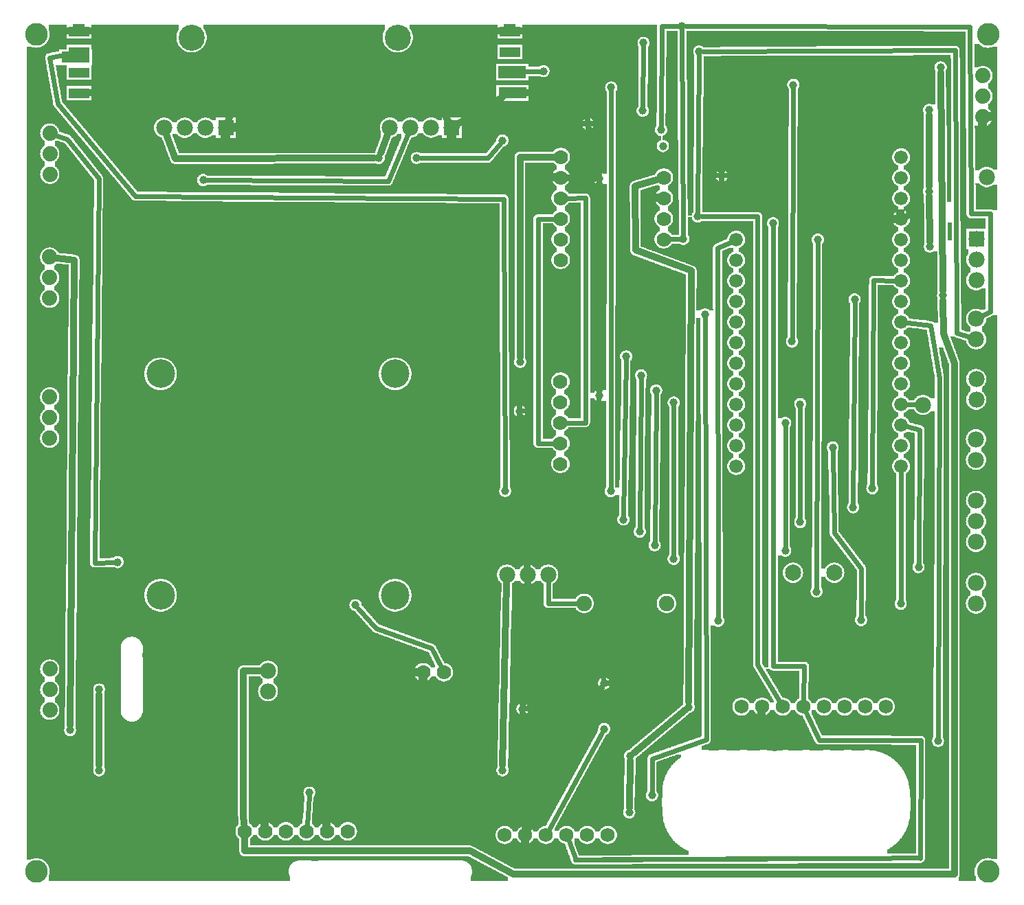
<source format=gtl>
G04 MADE WITH FRITZING*
G04 WWW.FRITZING.ORG*
G04 DOUBLE SIDED*
G04 HOLES PLATED*
G04 CONTOUR ON CENTER OF CONTOUR VECTOR*
%ASAXBY*%
%FSLAX23Y23*%
%MOIN*%
%OFA0B0*%
%SFA1.0B1.0*%
%ADD10C,0.075000*%
%ADD11C,0.078000*%
%ADD12C,0.039370*%
%ADD13C,0.066000*%
%ADD14C,0.068583*%
%ADD15C,0.070000*%
%ADD16C,0.078551*%
%ADD17C,0.126614*%
%ADD18C,0.078027*%
%ADD19C,0.074000*%
%ADD20C,0.138425*%
%ADD21C,0.110236*%
%ADD22R,0.100000X0.050000*%
%ADD23R,0.077986X0.077944*%
%ADD24R,0.137778X0.057222*%
%ADD25R,0.137037X0.062963*%
%ADD26R,0.078000X0.078000*%
%ADD27C,0.024000*%
%ADD28C,0.032000*%
%ADD29R,0.001000X0.001000*%
%LNCOPPER1*%
G90*
G70*
G54D10*
X4690Y3634D03*
X4693Y3354D03*
X2608Y2928D03*
X4370Y2624D03*
X4629Y1255D03*
X3466Y1929D03*
X3724Y1008D03*
X967Y4139D03*
G54D11*
X4387Y2351D03*
G54D12*
X4416Y3783D03*
X4416Y3388D03*
X4419Y3120D03*
X391Y970D03*
X391Y578D03*
G54D13*
X4281Y2054D03*
X4281Y2154D03*
X4281Y2254D03*
X4281Y2354D03*
X4281Y2454D03*
X4281Y2554D03*
X4281Y2654D03*
X4281Y2754D03*
X4281Y2854D03*
X4281Y2954D03*
X4281Y3054D03*
X4281Y3154D03*
X4281Y3254D03*
X4281Y3354D03*
X4281Y3454D03*
X4281Y3554D03*
X3481Y3154D03*
X3481Y3054D03*
X3481Y2954D03*
X3481Y2854D03*
X3481Y2754D03*
X3481Y2654D03*
X3481Y2554D03*
X3481Y2454D03*
X3481Y2354D03*
X3481Y2254D03*
X3481Y2154D03*
X3481Y2054D03*
X4281Y2054D03*
X4281Y2154D03*
X4281Y2254D03*
X4281Y2354D03*
X4281Y2454D03*
X4281Y2554D03*
X4281Y2654D03*
X4281Y2754D03*
X4281Y2854D03*
X4281Y2954D03*
X4281Y3054D03*
X4281Y3154D03*
X4281Y3254D03*
X4281Y3354D03*
X4281Y3454D03*
X4281Y3554D03*
X3481Y3154D03*
X3481Y3054D03*
X3481Y2954D03*
X3481Y2854D03*
X3481Y2754D03*
X3481Y2654D03*
X3481Y2554D03*
X3481Y2454D03*
X3481Y2354D03*
X3481Y2254D03*
X3481Y2154D03*
X3481Y2054D03*
G54D14*
X2858Y263D03*
X2758Y263D03*
X2658Y263D03*
X2558Y263D03*
X2458Y263D03*
X2358Y263D03*
G54D15*
X2063Y1054D03*
X1963Y1054D03*
G54D16*
X3956Y1536D03*
X3756Y1536D03*
G54D14*
X4206Y886D03*
X4106Y886D03*
X4006Y886D03*
X3906Y886D03*
X3806Y886D03*
X3706Y886D03*
X3606Y886D03*
X3506Y886D03*
G54D15*
X1096Y281D03*
X1196Y281D03*
X1296Y281D03*
X1396Y281D03*
X1496Y281D03*
X1596Y281D03*
G54D17*
X1839Y4135D03*
X839Y4135D03*
G54D18*
X1801Y3698D03*
G54D11*
X1901Y3698D03*
X2001Y3698D03*
X2101Y3698D03*
G54D18*
X1801Y3698D03*
G54D11*
X1901Y3698D03*
X2001Y3698D03*
X2101Y3698D03*
G54D18*
X706Y3697D03*
G54D11*
X806Y3697D03*
X906Y3697D03*
X1006Y3697D03*
G54D18*
X706Y3697D03*
G54D11*
X806Y3697D03*
X906Y3697D03*
X1006Y3697D03*
G54D15*
X2629Y3355D03*
X3129Y3155D03*
X2629Y3155D03*
X2629Y3555D03*
X2629Y3055D03*
X2629Y3255D03*
X2629Y3455D03*
X3129Y3455D03*
X3129Y3355D03*
X3129Y3255D03*
X2628Y2065D03*
X2628Y2165D03*
X2628Y2265D03*
X2628Y2365D03*
X2628Y2465D03*
G54D11*
X2369Y1527D03*
X2469Y1527D03*
X2569Y1527D03*
G54D12*
X3294Y3266D03*
X895Y3443D03*
X3301Y4067D03*
X3217Y4191D03*
X3224Y3157D03*
X4484Y2883D03*
X2431Y2321D03*
X3411Y3463D03*
X3031Y4109D03*
X2546Y3971D03*
X4472Y3990D03*
X3659Y3232D03*
X4141Y1947D03*
X4048Y1854D03*
X4055Y2863D03*
X3877Y3153D03*
X3870Y1445D03*
X3719Y2263D03*
X3719Y1643D03*
X3791Y2355D03*
X3791Y1782D03*
X3751Y2659D03*
X2874Y3892D03*
X3758Y3905D03*
G54D11*
X4696Y3458D03*
G54D12*
X4279Y1386D03*
X2872Y1932D03*
X2360Y1933D03*
X250Y772D03*
G54D19*
X152Y1069D03*
X152Y969D03*
X152Y869D03*
X152Y1069D03*
X152Y969D03*
X152Y869D03*
X151Y2390D03*
X151Y2290D03*
X151Y2190D03*
X151Y2390D03*
X151Y2290D03*
X151Y2190D03*
X151Y3069D03*
X151Y2969D03*
X151Y2869D03*
X151Y3069D03*
X151Y2969D03*
X151Y2869D03*
X4677Y3749D03*
X4677Y3849D03*
X4677Y3949D03*
X4677Y3749D03*
X4677Y3849D03*
X4677Y3949D03*
X152Y3671D03*
X152Y3571D03*
X152Y3471D03*
X152Y3671D03*
X152Y3571D03*
X152Y3471D03*
G54D12*
X3394Y1303D03*
X2444Y875D03*
X4365Y1564D03*
X4087Y1307D03*
X3949Y2144D03*
X3028Y3779D03*
X3116Y3686D03*
X1747Y3549D03*
X2763Y3715D03*
X3125Y3608D03*
X2347Y3635D03*
X1931Y3550D03*
X3329Y2791D03*
G54D11*
X1210Y1061D03*
X1210Y961D03*
G54D12*
X3250Y885D03*
X2967Y648D03*
X2818Y2397D03*
X2817Y3449D03*
X1634Y1380D03*
X481Y1588D03*
X2433Y2560D03*
X2934Y1795D03*
X2947Y2586D03*
X3013Y1736D03*
X3020Y2494D03*
X3085Y1670D03*
X3092Y2421D03*
X3178Y1604D03*
X3178Y2362D03*
G54D10*
X2743Y1388D03*
X3143Y1388D03*
G54D12*
X2348Y578D03*
X4460Y720D03*
X2840Y778D03*
X2840Y999D03*
X3072Y456D03*
X1411Y470D03*
X2962Y373D03*
G54D20*
X1827Y2502D03*
X1827Y1427D03*
X689Y2502D03*
X689Y1427D03*
G54D21*
X4702Y86D03*
X4702Y4150D03*
X86Y4150D03*
X86Y86D03*
G54D11*
X4645Y2477D03*
X4645Y2377D03*
X4644Y1487D03*
X4644Y1387D03*
X4644Y1886D03*
X4644Y1786D03*
X4644Y1686D03*
X4644Y2185D03*
X4644Y2085D03*
X4644Y2769D03*
X4644Y2669D03*
X4645Y3157D03*
X4645Y3057D03*
X4645Y2957D03*
G54D21*
X4702Y86D03*
G54D22*
X2384Y4165D03*
X2384Y4065D03*
X2384Y3965D03*
X2384Y3865D03*
X294Y3865D03*
X294Y3965D03*
X294Y4065D03*
X294Y4165D03*
G54D23*
X2101Y3698D03*
X2101Y3698D03*
X1006Y3697D03*
X1006Y3697D03*
G54D24*
X277Y4039D03*
X2395Y3866D03*
G54D25*
X2394Y3967D03*
G54D26*
X4645Y3157D03*
G54D27*
X4357Y2352D02*
X4312Y2353D01*
G54D28*
D02*
X4416Y3413D02*
X4416Y3758D01*
D02*
X1096Y245D02*
X1096Y186D01*
D02*
X4417Y3363D02*
X4419Y3144D01*
D02*
X391Y603D02*
X391Y945D01*
G54D27*
D02*
X4713Y3279D02*
X4620Y3279D01*
D02*
X4550Y2701D02*
X4543Y4072D01*
D02*
X4543Y4072D02*
X3320Y4067D01*
D02*
X3301Y4048D02*
X3294Y3285D01*
D02*
X4616Y2679D02*
X4550Y2701D01*
D02*
X4713Y2804D02*
X4713Y3279D01*
D02*
X4620Y3279D02*
X4613Y4187D01*
D02*
X4613Y4187D02*
X3236Y4191D01*
D02*
X3217Y4172D02*
X3224Y3176D01*
D02*
X3205Y3157D02*
X3160Y3156D01*
D02*
X4671Y2783D02*
X4713Y2804D01*
D02*
X2749Y3356D02*
X2749Y2265D01*
D02*
X2749Y2265D02*
X2659Y2265D01*
D02*
X2660Y3355D02*
X2749Y3356D01*
D02*
X2520Y2165D02*
X2520Y3255D01*
D02*
X2520Y3255D02*
X2598Y3255D01*
D02*
X2598Y2165D02*
X2520Y2165D01*
G54D28*
D02*
X761Y3546D02*
X1722Y3549D01*
D02*
X1755Y3572D02*
X1789Y3664D01*
D02*
X718Y3663D02*
X761Y3546D01*
G54D27*
D02*
X914Y3442D02*
X1793Y3438D01*
D02*
X1793Y3438D02*
X1890Y3670D01*
G54D28*
D02*
X1039Y3794D02*
X2050Y3790D01*
G54D27*
D02*
X3120Y4190D02*
X3117Y3705D01*
D02*
X3584Y1091D02*
X3690Y914D01*
D02*
X3584Y3266D02*
X3584Y1091D01*
D02*
X3313Y3266D02*
X3584Y3266D01*
D02*
X3198Y4191D02*
X3120Y4190D01*
G54D28*
D02*
X2050Y3790D02*
X2084Y3729D01*
D02*
X1017Y3731D02*
X1039Y3794D01*
D02*
X4487Y2697D02*
X4539Y2553D01*
D02*
X4539Y2553D02*
X4539Y74D01*
G54D27*
D02*
X4377Y722D02*
X4374Y150D01*
D02*
X2702Y142D02*
X2669Y234D01*
G54D28*
D02*
X4484Y2858D02*
X4487Y2697D01*
D02*
X4539Y74D02*
X2400Y74D01*
D02*
X2400Y74D02*
X2189Y186D01*
D02*
X2189Y186D02*
X1096Y186D01*
D02*
X1090Y360D02*
X1093Y318D01*
G54D27*
D02*
X3882Y725D02*
X4377Y722D01*
D02*
X3819Y858D02*
X3882Y725D01*
G54D28*
D02*
X2467Y1563D02*
X2432Y2297D01*
G54D27*
D02*
X2395Y3866D02*
X2384Y3865D01*
G54D28*
D02*
X2445Y899D02*
X2470Y1317D01*
D02*
X2470Y1317D02*
X2469Y1491D01*
G54D27*
D02*
X2457Y3969D02*
X2527Y3971D01*
G54D28*
D02*
X2351Y3846D02*
X2132Y3716D01*
D02*
X4357Y3294D02*
X4357Y3986D01*
D02*
X4357Y3986D02*
X3406Y3986D01*
D02*
X3406Y3986D02*
X3411Y3488D01*
G54D27*
D02*
X2394Y3967D02*
X2384Y3965D01*
G54D28*
D02*
X4472Y3965D02*
X4484Y2907D01*
G54D27*
D02*
X3031Y4090D02*
X3028Y3798D01*
G54D28*
D02*
X4313Y3271D02*
X4357Y3294D01*
G54D27*
D02*
X3811Y1083D02*
X3807Y918D01*
D02*
X3719Y1662D02*
X3719Y2244D01*
D02*
X4048Y1873D02*
X4055Y2844D01*
D02*
X4147Y2956D02*
X4141Y1966D01*
D02*
X4250Y2954D02*
X4147Y2956D01*
D02*
X3870Y1464D02*
X3877Y3134D01*
D02*
X3659Y1083D02*
X3811Y1083D01*
D02*
X3659Y3214D02*
X3659Y1083D01*
D02*
X151Y4037D02*
X191Y3813D01*
D02*
X191Y3813D02*
X567Y3364D01*
D02*
X2354Y3351D02*
X2360Y1952D01*
D02*
X567Y3364D02*
X2354Y3351D01*
D02*
X3758Y3886D02*
X3752Y2678D01*
D02*
X249Y4056D02*
X151Y4037D01*
D02*
X292Y4062D02*
X281Y4046D01*
D02*
X3791Y2336D02*
X3791Y1801D01*
D02*
X4279Y1405D02*
X4281Y2023D01*
G54D28*
D02*
X270Y3054D02*
X250Y796D01*
D02*
X188Y3064D02*
X270Y3054D01*
G54D27*
D02*
X3390Y3112D02*
X3453Y3141D01*
D02*
X3394Y1322D02*
X3390Y3112D01*
D02*
X4365Y1583D02*
X4371Y2230D01*
D02*
X4371Y2230D02*
X4311Y2246D01*
G54D28*
D02*
X2792Y3450D02*
X2666Y3454D01*
D02*
X2768Y3691D02*
X2812Y3473D01*
G54D27*
D02*
X4088Y1558D02*
X3956Y1729D01*
D02*
X3956Y1729D02*
X3950Y2125D01*
D02*
X4087Y1326D02*
X4088Y1558D01*
D02*
X2872Y1951D02*
X2874Y3873D01*
D02*
X2278Y3549D02*
X1950Y3550D01*
D02*
X2335Y3620D02*
X2278Y3549D01*
D02*
X1409Y451D02*
X1399Y312D01*
D02*
X3072Y634D02*
X3072Y475D01*
D02*
X3336Y727D02*
X3072Y634D01*
D02*
X3330Y2772D02*
X3336Y727D01*
G54D28*
D02*
X1090Y1061D02*
X1174Y1061D01*
D02*
X1090Y360D02*
X1090Y1061D01*
D02*
X3232Y869D02*
X2986Y663D01*
D02*
X3264Y3002D02*
X2993Y3102D01*
D02*
X2993Y3102D02*
X2990Y3413D01*
D02*
X3250Y910D02*
X3264Y3002D01*
D02*
X2990Y3413D02*
X3094Y3445D01*
D02*
X2817Y3425D02*
X2818Y2422D01*
G54D27*
D02*
X369Y1584D02*
X462Y1588D01*
D02*
X1734Y1267D02*
X2004Y1169D01*
D02*
X2004Y1169D02*
X2049Y1081D01*
D02*
X237Y3641D02*
X389Y3450D01*
D02*
X389Y3450D02*
X369Y1584D01*
D02*
X1647Y1365D02*
X1734Y1267D01*
D02*
X181Y3661D02*
X237Y3641D01*
D02*
X2947Y2567D02*
X2934Y1814D01*
G54D28*
D02*
X2433Y2584D02*
X2433Y3555D01*
D02*
X2433Y3555D02*
X2593Y3555D01*
G54D27*
D02*
X3019Y2475D02*
X3013Y1755D01*
G54D28*
D02*
X2368Y1491D02*
X2348Y603D01*
G54D27*
D02*
X2569Y1388D02*
X2569Y1497D01*
D02*
X2714Y1388D02*
X2569Y1388D01*
D02*
X3178Y2343D02*
X3178Y1623D01*
D02*
X3092Y2402D02*
X3086Y1689D01*
D02*
X4467Y2480D02*
X4460Y739D01*
D02*
X4424Y2736D02*
X4467Y2480D01*
D02*
X4312Y2750D02*
X4424Y2736D01*
G54D28*
D02*
X2966Y623D02*
X2962Y398D01*
D02*
X2457Y300D02*
X2445Y850D01*
D02*
X2475Y296D02*
X2828Y977D01*
G54D27*
D02*
X2573Y291D02*
X2831Y761D01*
G36*
X3240Y4168D02*
X3240Y4096D01*
X3308Y4096D01*
X3308Y4094D01*
X4548Y4094D01*
X4548Y4092D01*
X4554Y4092D01*
X4554Y4090D01*
X4556Y4090D01*
X4556Y4088D01*
X4558Y4088D01*
X4558Y4086D01*
X4560Y4086D01*
X4560Y4084D01*
X4562Y4084D01*
X4562Y4080D01*
X4564Y4080D01*
X4564Y4036D01*
X4566Y4036D01*
X4566Y3638D01*
X4568Y3638D01*
X4568Y3242D01*
X4570Y3242D01*
X4570Y2908D01*
X4632Y2908D01*
X4632Y2910D01*
X4626Y2910D01*
X4626Y2912D01*
X4622Y2912D01*
X4622Y2914D01*
X4618Y2914D01*
X4618Y2916D01*
X4616Y2916D01*
X4616Y2918D01*
X4614Y2918D01*
X4614Y2920D01*
X4610Y2920D01*
X4610Y2924D01*
X4608Y2924D01*
X4608Y2926D01*
X4606Y2926D01*
X4606Y2928D01*
X4604Y2928D01*
X4604Y2932D01*
X4602Y2932D01*
X4602Y2934D01*
X4600Y2934D01*
X4600Y2940D01*
X4598Y2940D01*
X4598Y2946D01*
X4596Y2946D01*
X4596Y2966D01*
X4598Y2966D01*
X4598Y2974D01*
X4600Y2974D01*
X4600Y2978D01*
X4602Y2978D01*
X4602Y2982D01*
X4604Y2982D01*
X4604Y2984D01*
X4606Y2984D01*
X4606Y2988D01*
X4608Y2988D01*
X4608Y2990D01*
X4610Y2990D01*
X4610Y2992D01*
X4612Y2992D01*
X4612Y2994D01*
X4616Y2994D01*
X4616Y2996D01*
X4618Y2996D01*
X4618Y3016D01*
X4616Y3016D01*
X4616Y3018D01*
X4614Y3018D01*
X4614Y3020D01*
X4610Y3020D01*
X4610Y3024D01*
X4608Y3024D01*
X4608Y3026D01*
X4606Y3026D01*
X4606Y3028D01*
X4604Y3028D01*
X4604Y3032D01*
X4602Y3032D01*
X4602Y3034D01*
X4600Y3034D01*
X4600Y3040D01*
X4598Y3040D01*
X4598Y3046D01*
X4596Y3046D01*
X4596Y3066D01*
X4598Y3066D01*
X4598Y3074D01*
X4600Y3074D01*
X4600Y3078D01*
X4602Y3078D01*
X4602Y3082D01*
X4604Y3082D01*
X4604Y3084D01*
X4606Y3084D01*
X4606Y3088D01*
X4608Y3088D01*
X4608Y3108D01*
X4596Y3108D01*
X4596Y3206D01*
X4690Y3206D01*
X4690Y3256D01*
X4618Y3256D01*
X4618Y3258D01*
X4610Y3258D01*
X4610Y3260D01*
X4608Y3260D01*
X4608Y3262D01*
X4604Y3262D01*
X4604Y3266D01*
X4602Y3266D01*
X4602Y3268D01*
X4600Y3268D01*
X4600Y3272D01*
X4598Y3272D01*
X4598Y3418D01*
X4596Y3418D01*
X4596Y3692D01*
X4594Y3692D01*
X4594Y3966D01*
X4592Y3966D01*
X4592Y4164D01*
X4390Y4164D01*
X4390Y4166D01*
X3742Y4166D01*
X3742Y4168D01*
X3240Y4168D01*
G37*
D02*
G36*
X3240Y4096D02*
X3240Y3930D01*
X3242Y3930D01*
X3242Y3640D01*
X3244Y3640D01*
X3244Y3350D01*
X3246Y3350D01*
X3246Y3270D01*
X3266Y3270D01*
X3266Y3278D01*
X3268Y3278D01*
X3268Y3282D01*
X3270Y3282D01*
X3270Y3284D01*
X3272Y3284D01*
X3272Y3358D01*
X3274Y3358D01*
X3274Y3604D01*
X3276Y3604D01*
X3276Y3850D01*
X3278Y3850D01*
X3278Y4050D01*
X3276Y4050D01*
X3276Y4052D01*
X3274Y4052D01*
X3274Y4056D01*
X3272Y4056D01*
X3272Y4076D01*
X3274Y4076D01*
X3274Y4080D01*
X3276Y4080D01*
X3276Y4084D01*
X3278Y4084D01*
X3278Y4086D01*
X3280Y4086D01*
X3280Y4088D01*
X3282Y4088D01*
X3282Y4090D01*
X3284Y4090D01*
X3284Y4092D01*
X3288Y4092D01*
X3288Y4094D01*
X3292Y4094D01*
X3292Y4096D01*
X3240Y4096D01*
G37*
D02*
G36*
X3314Y4094D02*
X3314Y4092D01*
X3318Y4092D01*
X3318Y4090D01*
X3320Y4090D01*
X3320Y4088D01*
X3404Y4088D01*
X3404Y4090D01*
X3870Y4090D01*
X3870Y4092D01*
X4336Y4092D01*
X4336Y4094D01*
X3314Y4094D01*
G37*
D02*
G36*
X4670Y2916D02*
X4670Y2914D01*
X4668Y2914D01*
X4668Y2912D01*
X4664Y2912D01*
X4664Y2910D01*
X4656Y2910D01*
X4656Y2908D01*
X4690Y2908D01*
X4690Y2916D01*
X4670Y2916D01*
G37*
D02*
G36*
X4570Y2908D02*
X4570Y2906D01*
X4690Y2906D01*
X4690Y2908D01*
X4570Y2908D01*
G37*
D02*
G36*
X4570Y2908D02*
X4570Y2906D01*
X4690Y2906D01*
X4690Y2908D01*
X4570Y2908D01*
G37*
D02*
G36*
X4570Y2906D02*
X4570Y2844D01*
X4572Y2844D01*
X4572Y2818D01*
X4654Y2818D01*
X4654Y2816D01*
X4660Y2816D01*
X4660Y2814D01*
X4686Y2814D01*
X4686Y2816D01*
X4690Y2816D01*
X4690Y2906D01*
X4570Y2906D01*
G37*
D02*
G36*
X4572Y2818D02*
X4572Y2716D01*
X4576Y2716D01*
X4576Y2714D01*
X4582Y2714D01*
X4582Y2712D01*
X4588Y2712D01*
X4588Y2710D01*
X4594Y2710D01*
X4594Y2708D01*
X4616Y2708D01*
X4616Y2730D01*
X4614Y2730D01*
X4614Y2732D01*
X4612Y2732D01*
X4612Y2734D01*
X4610Y2734D01*
X4610Y2736D01*
X4608Y2736D01*
X4608Y2738D01*
X4606Y2738D01*
X4606Y2740D01*
X4604Y2740D01*
X4604Y2744D01*
X4602Y2744D01*
X4602Y2746D01*
X4600Y2746D01*
X4600Y2750D01*
X4598Y2750D01*
X4598Y2758D01*
X4596Y2758D01*
X4596Y2780D01*
X4598Y2780D01*
X4598Y2788D01*
X4600Y2788D01*
X4600Y2792D01*
X4602Y2792D01*
X4602Y2794D01*
X4604Y2794D01*
X4604Y2798D01*
X4606Y2798D01*
X4606Y2800D01*
X4608Y2800D01*
X4608Y2802D01*
X4610Y2802D01*
X4610Y2804D01*
X4612Y2804D01*
X4612Y2806D01*
X4614Y2806D01*
X4614Y2808D01*
X4616Y2808D01*
X4616Y2810D01*
X4620Y2810D01*
X4620Y2812D01*
X4624Y2812D01*
X4624Y2814D01*
X4628Y2814D01*
X4628Y2816D01*
X4634Y2816D01*
X4634Y2818D01*
X4572Y2818D01*
G37*
D02*
G36*
X4636Y4104D02*
X4636Y4084D01*
X4698Y4084D01*
X4698Y4086D01*
X4686Y4086D01*
X4686Y4088D01*
X4678Y4088D01*
X4678Y4090D01*
X4674Y4090D01*
X4674Y4092D01*
X4670Y4092D01*
X4670Y4094D01*
X4668Y4094D01*
X4668Y4096D01*
X4664Y4096D01*
X4664Y4098D01*
X4662Y4098D01*
X4662Y4100D01*
X4660Y4100D01*
X4660Y4102D01*
X4656Y4102D01*
X4656Y4104D01*
X4636Y4104D01*
G37*
D02*
G36*
X4724Y4090D02*
X4724Y4088D01*
X4718Y4088D01*
X4718Y4086D01*
X4706Y4086D01*
X4706Y4084D01*
X4746Y4084D01*
X4746Y4090D01*
X4724Y4090D01*
G37*
D02*
G36*
X4636Y4084D02*
X4636Y4082D01*
X4746Y4082D01*
X4746Y4084D01*
X4636Y4084D01*
G37*
D02*
G36*
X4636Y4084D02*
X4636Y4082D01*
X4746Y4082D01*
X4746Y4084D01*
X4636Y4084D01*
G37*
D02*
G36*
X4636Y4082D02*
X4636Y3996D01*
X4686Y3996D01*
X4686Y3994D01*
X4694Y3994D01*
X4694Y3992D01*
X4698Y3992D01*
X4698Y3990D01*
X4702Y3990D01*
X4702Y3988D01*
X4704Y3988D01*
X4704Y3986D01*
X4708Y3986D01*
X4708Y3984D01*
X4710Y3984D01*
X4710Y3982D01*
X4712Y3982D01*
X4712Y3980D01*
X4714Y3980D01*
X4714Y3976D01*
X4716Y3976D01*
X4716Y3974D01*
X4718Y3974D01*
X4718Y3970D01*
X4720Y3970D01*
X4720Y3966D01*
X4722Y3966D01*
X4722Y3958D01*
X4724Y3958D01*
X4724Y3940D01*
X4722Y3940D01*
X4722Y3932D01*
X4720Y3932D01*
X4720Y3928D01*
X4718Y3928D01*
X4718Y3924D01*
X4716Y3924D01*
X4716Y3922D01*
X4714Y3922D01*
X4714Y3920D01*
X4712Y3920D01*
X4712Y3916D01*
X4710Y3916D01*
X4710Y3914D01*
X4706Y3914D01*
X4706Y3912D01*
X4704Y3912D01*
X4704Y3910D01*
X4702Y3910D01*
X4702Y3888D01*
X4704Y3888D01*
X4704Y3886D01*
X4708Y3886D01*
X4708Y3884D01*
X4710Y3884D01*
X4710Y3882D01*
X4712Y3882D01*
X4712Y3880D01*
X4714Y3880D01*
X4714Y3876D01*
X4716Y3876D01*
X4716Y3874D01*
X4718Y3874D01*
X4718Y3870D01*
X4720Y3870D01*
X4720Y3866D01*
X4722Y3866D01*
X4722Y3858D01*
X4724Y3858D01*
X4724Y3840D01*
X4722Y3840D01*
X4722Y3832D01*
X4720Y3832D01*
X4720Y3828D01*
X4718Y3828D01*
X4718Y3824D01*
X4716Y3824D01*
X4716Y3822D01*
X4714Y3822D01*
X4714Y3820D01*
X4712Y3820D01*
X4712Y3816D01*
X4710Y3816D01*
X4710Y3814D01*
X4706Y3814D01*
X4706Y3812D01*
X4704Y3812D01*
X4704Y3810D01*
X4702Y3810D01*
X4702Y3788D01*
X4704Y3788D01*
X4704Y3786D01*
X4708Y3786D01*
X4708Y3784D01*
X4710Y3784D01*
X4710Y3782D01*
X4712Y3782D01*
X4712Y3780D01*
X4714Y3780D01*
X4714Y3776D01*
X4716Y3776D01*
X4716Y3774D01*
X4718Y3774D01*
X4718Y3770D01*
X4720Y3770D01*
X4720Y3766D01*
X4722Y3766D01*
X4722Y3758D01*
X4724Y3758D01*
X4724Y3740D01*
X4722Y3740D01*
X4722Y3732D01*
X4720Y3732D01*
X4720Y3728D01*
X4718Y3728D01*
X4718Y3724D01*
X4716Y3724D01*
X4716Y3722D01*
X4714Y3722D01*
X4714Y3720D01*
X4712Y3720D01*
X4712Y3716D01*
X4710Y3716D01*
X4710Y3714D01*
X4706Y3714D01*
X4706Y3712D01*
X4704Y3712D01*
X4704Y3710D01*
X4702Y3710D01*
X4702Y3708D01*
X4698Y3708D01*
X4698Y3706D01*
X4692Y3706D01*
X4692Y3704D01*
X4686Y3704D01*
X4686Y3702D01*
X4746Y3702D01*
X4746Y4082D01*
X4636Y4082D01*
G37*
D02*
G36*
X4636Y3996D02*
X4636Y3990D01*
X4656Y3990D01*
X4656Y3992D01*
X4660Y3992D01*
X4660Y3994D01*
X4668Y3994D01*
X4668Y3996D01*
X4636Y3996D01*
G37*
D02*
G36*
X4638Y3706D02*
X4638Y3702D01*
X4668Y3702D01*
X4668Y3704D01*
X4662Y3704D01*
X4662Y3706D01*
X4638Y3706D01*
G37*
D02*
G36*
X4638Y3702D02*
X4638Y3700D01*
X4746Y3700D01*
X4746Y3702D01*
X4638Y3702D01*
G37*
D02*
G36*
X4638Y3702D02*
X4638Y3700D01*
X4746Y3700D01*
X4746Y3702D01*
X4638Y3702D01*
G37*
D02*
G36*
X4638Y3700D02*
X4638Y3694D01*
X4640Y3694D01*
X4640Y3506D01*
X4706Y3506D01*
X4706Y3504D01*
X4714Y3504D01*
X4714Y3502D01*
X4718Y3502D01*
X4718Y3500D01*
X4722Y3500D01*
X4722Y3498D01*
X4724Y3498D01*
X4724Y3496D01*
X4726Y3496D01*
X4726Y3494D01*
X4746Y3494D01*
X4746Y3700D01*
X4638Y3700D01*
G37*
D02*
G36*
X4640Y3506D02*
X4640Y3490D01*
X4660Y3490D01*
X4660Y3492D01*
X4662Y3492D01*
X4662Y3494D01*
X4664Y3494D01*
X4664Y3496D01*
X4668Y3496D01*
X4668Y3498D01*
X4670Y3498D01*
X4670Y3500D01*
X4674Y3500D01*
X4674Y3502D01*
X4678Y3502D01*
X4678Y3504D01*
X4684Y3504D01*
X4684Y3506D01*
X4640Y3506D01*
G37*
D02*
G36*
X4640Y3426D02*
X4640Y3420D01*
X4642Y3420D01*
X4642Y3408D01*
X4688Y3408D01*
X4688Y3410D01*
X4680Y3410D01*
X4680Y3412D01*
X4676Y3412D01*
X4676Y3414D01*
X4672Y3414D01*
X4672Y3416D01*
X4668Y3416D01*
X4668Y3418D01*
X4666Y3418D01*
X4666Y3420D01*
X4664Y3420D01*
X4664Y3422D01*
X4660Y3422D01*
X4660Y3426D01*
X4640Y3426D01*
G37*
D02*
G36*
X4726Y3420D02*
X4726Y3418D01*
X4724Y3418D01*
X4724Y3416D01*
X4720Y3416D01*
X4720Y3414D01*
X4716Y3414D01*
X4716Y3412D01*
X4710Y3412D01*
X4710Y3410D01*
X4702Y3410D01*
X4702Y3408D01*
X4746Y3408D01*
X4746Y3420D01*
X4726Y3420D01*
G37*
D02*
G36*
X4642Y3408D02*
X4642Y3406D01*
X4746Y3406D01*
X4746Y3408D01*
X4642Y3408D01*
G37*
D02*
G36*
X4642Y3408D02*
X4642Y3406D01*
X4746Y3406D01*
X4746Y3408D01*
X4642Y3408D01*
G37*
D02*
G36*
X4642Y3406D02*
X4642Y3300D01*
X4722Y3300D01*
X4722Y3298D01*
X4724Y3298D01*
X4724Y3296D01*
X4746Y3296D01*
X4746Y3406D01*
X4642Y3406D01*
G37*
D02*
G36*
X4506Y3238D02*
X4506Y3150D01*
X4526Y3150D01*
X4526Y3238D01*
X4506Y3238D01*
G37*
D02*
G36*
X2668Y3334D02*
X2668Y3330D01*
X2666Y3330D01*
X2666Y3328D01*
X2664Y3328D01*
X2664Y3326D01*
X2662Y3326D01*
X2662Y3324D01*
X2660Y3324D01*
X2660Y3322D01*
X2658Y3322D01*
X2658Y3320D01*
X2656Y3320D01*
X2656Y3318D01*
X2654Y3318D01*
X2654Y3316D01*
X2650Y3316D01*
X2650Y3294D01*
X2652Y3294D01*
X2652Y3292D01*
X2656Y3292D01*
X2656Y3290D01*
X2658Y3290D01*
X2658Y3288D01*
X2660Y3288D01*
X2660Y3286D01*
X2662Y3286D01*
X2662Y3284D01*
X2664Y3284D01*
X2664Y3282D01*
X2666Y3282D01*
X2666Y3278D01*
X2668Y3278D01*
X2668Y3276D01*
X2670Y3276D01*
X2670Y3272D01*
X2672Y3272D01*
X2672Y3264D01*
X2674Y3264D01*
X2674Y3246D01*
X2672Y3246D01*
X2672Y3238D01*
X2670Y3238D01*
X2670Y3234D01*
X2668Y3234D01*
X2668Y3230D01*
X2666Y3230D01*
X2666Y3228D01*
X2664Y3228D01*
X2664Y3226D01*
X2662Y3226D01*
X2662Y3224D01*
X2660Y3224D01*
X2660Y3222D01*
X2658Y3222D01*
X2658Y3220D01*
X2656Y3220D01*
X2656Y3218D01*
X2654Y3218D01*
X2654Y3216D01*
X2650Y3216D01*
X2650Y3194D01*
X2652Y3194D01*
X2652Y3192D01*
X2656Y3192D01*
X2656Y3190D01*
X2658Y3190D01*
X2658Y3188D01*
X2660Y3188D01*
X2660Y3186D01*
X2662Y3186D01*
X2662Y3184D01*
X2664Y3184D01*
X2664Y3182D01*
X2666Y3182D01*
X2666Y3178D01*
X2668Y3178D01*
X2668Y3176D01*
X2670Y3176D01*
X2670Y3172D01*
X2672Y3172D01*
X2672Y3164D01*
X2674Y3164D01*
X2674Y3146D01*
X2672Y3146D01*
X2672Y3138D01*
X2670Y3138D01*
X2670Y3134D01*
X2668Y3134D01*
X2668Y3130D01*
X2666Y3130D01*
X2666Y3128D01*
X2664Y3128D01*
X2664Y3126D01*
X2662Y3126D01*
X2662Y3124D01*
X2660Y3124D01*
X2660Y3122D01*
X2658Y3122D01*
X2658Y3120D01*
X2656Y3120D01*
X2656Y3118D01*
X2654Y3118D01*
X2654Y3116D01*
X2650Y3116D01*
X2650Y3094D01*
X2652Y3094D01*
X2652Y3092D01*
X2656Y3092D01*
X2656Y3090D01*
X2658Y3090D01*
X2658Y3088D01*
X2660Y3088D01*
X2660Y3086D01*
X2662Y3086D01*
X2662Y3084D01*
X2664Y3084D01*
X2664Y3082D01*
X2666Y3082D01*
X2666Y3078D01*
X2668Y3078D01*
X2668Y3076D01*
X2670Y3076D01*
X2670Y3072D01*
X2672Y3072D01*
X2672Y3064D01*
X2674Y3064D01*
X2674Y3046D01*
X2672Y3046D01*
X2672Y3038D01*
X2670Y3038D01*
X2670Y3034D01*
X2668Y3034D01*
X2668Y3030D01*
X2666Y3030D01*
X2666Y3028D01*
X2664Y3028D01*
X2664Y3026D01*
X2662Y3026D01*
X2662Y3024D01*
X2660Y3024D01*
X2660Y3022D01*
X2658Y3022D01*
X2658Y3020D01*
X2656Y3020D01*
X2656Y3018D01*
X2654Y3018D01*
X2654Y3016D01*
X2650Y3016D01*
X2650Y3014D01*
X2646Y3014D01*
X2646Y3012D01*
X2638Y3012D01*
X2638Y3010D01*
X2728Y3010D01*
X2728Y3334D01*
X2668Y3334D01*
G37*
D02*
G36*
X2542Y3232D02*
X2542Y3010D01*
X2620Y3010D01*
X2620Y3012D01*
X2614Y3012D01*
X2614Y3014D01*
X2608Y3014D01*
X2608Y3016D01*
X2606Y3016D01*
X2606Y3018D01*
X2602Y3018D01*
X2602Y3020D01*
X2600Y3020D01*
X2600Y3022D01*
X2598Y3022D01*
X2598Y3024D01*
X2596Y3024D01*
X2596Y3026D01*
X2594Y3026D01*
X2594Y3028D01*
X2592Y3028D01*
X2592Y3032D01*
X2590Y3032D01*
X2590Y3036D01*
X2588Y3036D01*
X2588Y3040D01*
X2586Y3040D01*
X2586Y3048D01*
X2584Y3048D01*
X2584Y3062D01*
X2586Y3062D01*
X2586Y3070D01*
X2588Y3070D01*
X2588Y3074D01*
X2590Y3074D01*
X2590Y3078D01*
X2592Y3078D01*
X2592Y3082D01*
X2594Y3082D01*
X2594Y3084D01*
X2596Y3084D01*
X2596Y3086D01*
X2598Y3086D01*
X2598Y3088D01*
X2600Y3088D01*
X2600Y3090D01*
X2602Y3090D01*
X2602Y3092D01*
X2606Y3092D01*
X2606Y3094D01*
X2610Y3094D01*
X2610Y3114D01*
X2608Y3114D01*
X2608Y3116D01*
X2606Y3116D01*
X2606Y3118D01*
X2602Y3118D01*
X2602Y3120D01*
X2600Y3120D01*
X2600Y3122D01*
X2598Y3122D01*
X2598Y3124D01*
X2596Y3124D01*
X2596Y3126D01*
X2594Y3126D01*
X2594Y3128D01*
X2592Y3128D01*
X2592Y3132D01*
X2590Y3132D01*
X2590Y3136D01*
X2588Y3136D01*
X2588Y3140D01*
X2586Y3140D01*
X2586Y3148D01*
X2584Y3148D01*
X2584Y3162D01*
X2586Y3162D01*
X2586Y3170D01*
X2588Y3170D01*
X2588Y3174D01*
X2590Y3174D01*
X2590Y3178D01*
X2592Y3178D01*
X2592Y3182D01*
X2594Y3182D01*
X2594Y3184D01*
X2596Y3184D01*
X2596Y3186D01*
X2598Y3186D01*
X2598Y3188D01*
X2600Y3188D01*
X2600Y3190D01*
X2602Y3190D01*
X2602Y3192D01*
X2606Y3192D01*
X2606Y3194D01*
X2610Y3194D01*
X2610Y3214D01*
X2608Y3214D01*
X2608Y3216D01*
X2606Y3216D01*
X2606Y3218D01*
X2602Y3218D01*
X2602Y3220D01*
X2600Y3220D01*
X2600Y3222D01*
X2598Y3222D01*
X2598Y3224D01*
X2596Y3224D01*
X2596Y3226D01*
X2594Y3226D01*
X2594Y3228D01*
X2592Y3228D01*
X2592Y3232D01*
X2542Y3232D01*
G37*
D02*
G36*
X2542Y3010D02*
X2542Y3008D01*
X2728Y3008D01*
X2728Y3010D01*
X2542Y3010D01*
G37*
D02*
G36*
X2542Y3010D02*
X2542Y3008D01*
X2728Y3008D01*
X2728Y3010D01*
X2542Y3010D01*
G37*
D02*
G36*
X2542Y3008D02*
X2542Y2510D01*
X2636Y2510D01*
X2636Y2508D01*
X2644Y2508D01*
X2644Y2506D01*
X2648Y2506D01*
X2648Y2504D01*
X2652Y2504D01*
X2652Y2502D01*
X2654Y2502D01*
X2654Y2500D01*
X2658Y2500D01*
X2658Y2498D01*
X2660Y2498D01*
X2660Y2496D01*
X2662Y2496D01*
X2662Y2494D01*
X2664Y2494D01*
X2664Y2490D01*
X2666Y2490D01*
X2666Y2488D01*
X2668Y2488D01*
X2668Y2484D01*
X2670Y2484D01*
X2670Y2478D01*
X2672Y2478D01*
X2672Y2470D01*
X2674Y2470D01*
X2674Y2460D01*
X2672Y2460D01*
X2672Y2450D01*
X2670Y2450D01*
X2670Y2446D01*
X2668Y2446D01*
X2668Y2442D01*
X2666Y2442D01*
X2666Y2438D01*
X2664Y2438D01*
X2664Y2436D01*
X2662Y2436D01*
X2662Y2434D01*
X2660Y2434D01*
X2660Y2432D01*
X2658Y2432D01*
X2658Y2430D01*
X2656Y2430D01*
X2656Y2428D01*
X2652Y2428D01*
X2652Y2426D01*
X2650Y2426D01*
X2650Y2424D01*
X2648Y2424D01*
X2648Y2404D01*
X2652Y2404D01*
X2652Y2402D01*
X2654Y2402D01*
X2654Y2400D01*
X2658Y2400D01*
X2658Y2398D01*
X2660Y2398D01*
X2660Y2396D01*
X2662Y2396D01*
X2662Y2394D01*
X2664Y2394D01*
X2664Y2390D01*
X2666Y2390D01*
X2666Y2388D01*
X2668Y2388D01*
X2668Y2384D01*
X2670Y2384D01*
X2670Y2378D01*
X2672Y2378D01*
X2672Y2370D01*
X2674Y2370D01*
X2674Y2360D01*
X2672Y2360D01*
X2672Y2350D01*
X2670Y2350D01*
X2670Y2346D01*
X2668Y2346D01*
X2668Y2342D01*
X2666Y2342D01*
X2666Y2338D01*
X2664Y2338D01*
X2664Y2336D01*
X2662Y2336D01*
X2662Y2334D01*
X2660Y2334D01*
X2660Y2332D01*
X2658Y2332D01*
X2658Y2330D01*
X2656Y2330D01*
X2656Y2328D01*
X2652Y2328D01*
X2652Y2326D01*
X2650Y2326D01*
X2650Y2324D01*
X2648Y2324D01*
X2648Y2304D01*
X2652Y2304D01*
X2652Y2302D01*
X2654Y2302D01*
X2654Y2300D01*
X2658Y2300D01*
X2658Y2298D01*
X2660Y2298D01*
X2660Y2296D01*
X2662Y2296D01*
X2662Y2294D01*
X2664Y2294D01*
X2664Y2290D01*
X2666Y2290D01*
X2666Y2288D01*
X2668Y2288D01*
X2668Y2286D01*
X2728Y2286D01*
X2728Y3008D01*
X2542Y3008D01*
G37*
D02*
G36*
X2542Y2510D02*
X2542Y2186D01*
X2590Y2186D01*
X2590Y2190D01*
X2592Y2190D01*
X2592Y2192D01*
X2594Y2192D01*
X2594Y2194D01*
X2596Y2194D01*
X2596Y2196D01*
X2598Y2196D01*
X2598Y2198D01*
X2600Y2198D01*
X2600Y2200D01*
X2602Y2200D01*
X2602Y2202D01*
X2606Y2202D01*
X2606Y2204D01*
X2608Y2204D01*
X2608Y2226D01*
X2604Y2226D01*
X2604Y2228D01*
X2602Y2228D01*
X2602Y2230D01*
X2598Y2230D01*
X2598Y2232D01*
X2596Y2232D01*
X2596Y2234D01*
X2594Y2234D01*
X2594Y2238D01*
X2592Y2238D01*
X2592Y2240D01*
X2590Y2240D01*
X2590Y2244D01*
X2588Y2244D01*
X2588Y2248D01*
X2586Y2248D01*
X2586Y2254D01*
X2584Y2254D01*
X2584Y2276D01*
X2586Y2276D01*
X2586Y2282D01*
X2588Y2282D01*
X2588Y2286D01*
X2590Y2286D01*
X2590Y2290D01*
X2592Y2290D01*
X2592Y2292D01*
X2594Y2292D01*
X2594Y2294D01*
X2596Y2294D01*
X2596Y2296D01*
X2598Y2296D01*
X2598Y2298D01*
X2600Y2298D01*
X2600Y2300D01*
X2602Y2300D01*
X2602Y2302D01*
X2606Y2302D01*
X2606Y2304D01*
X2608Y2304D01*
X2608Y2326D01*
X2604Y2326D01*
X2604Y2328D01*
X2602Y2328D01*
X2602Y2330D01*
X2598Y2330D01*
X2598Y2332D01*
X2596Y2332D01*
X2596Y2334D01*
X2594Y2334D01*
X2594Y2338D01*
X2592Y2338D01*
X2592Y2340D01*
X2590Y2340D01*
X2590Y2344D01*
X2588Y2344D01*
X2588Y2348D01*
X2586Y2348D01*
X2586Y2354D01*
X2584Y2354D01*
X2584Y2376D01*
X2586Y2376D01*
X2586Y2382D01*
X2588Y2382D01*
X2588Y2386D01*
X2590Y2386D01*
X2590Y2390D01*
X2592Y2390D01*
X2592Y2392D01*
X2594Y2392D01*
X2594Y2394D01*
X2596Y2394D01*
X2596Y2396D01*
X2598Y2396D01*
X2598Y2398D01*
X2600Y2398D01*
X2600Y2400D01*
X2602Y2400D01*
X2602Y2402D01*
X2606Y2402D01*
X2606Y2404D01*
X2608Y2404D01*
X2608Y2426D01*
X2604Y2426D01*
X2604Y2428D01*
X2602Y2428D01*
X2602Y2430D01*
X2598Y2430D01*
X2598Y2432D01*
X2596Y2432D01*
X2596Y2434D01*
X2594Y2434D01*
X2594Y2438D01*
X2592Y2438D01*
X2592Y2440D01*
X2590Y2440D01*
X2590Y2444D01*
X2588Y2444D01*
X2588Y2448D01*
X2586Y2448D01*
X2586Y2454D01*
X2584Y2454D01*
X2584Y2476D01*
X2586Y2476D01*
X2586Y2482D01*
X2588Y2482D01*
X2588Y2486D01*
X2590Y2486D01*
X2590Y2490D01*
X2592Y2490D01*
X2592Y2492D01*
X2594Y2492D01*
X2594Y2494D01*
X2596Y2494D01*
X2596Y2496D01*
X2598Y2496D01*
X2598Y2498D01*
X2600Y2498D01*
X2600Y2500D01*
X2602Y2500D01*
X2602Y2502D01*
X2606Y2502D01*
X2606Y2504D01*
X2608Y2504D01*
X2608Y2506D01*
X2614Y2506D01*
X2614Y2508D01*
X2622Y2508D01*
X2622Y2510D01*
X2542Y2510D01*
G37*
D02*
G36*
X4312Y2726D02*
X4312Y2722D01*
X4308Y2722D01*
X4308Y2720D01*
X4306Y2720D01*
X4306Y2718D01*
X4304Y2718D01*
X4304Y2716D01*
X4300Y2716D01*
X4300Y2714D01*
X4294Y2714D01*
X4294Y2694D01*
X4298Y2694D01*
X4298Y2692D01*
X4302Y2692D01*
X4302Y2690D01*
X4304Y2690D01*
X4304Y2688D01*
X4308Y2688D01*
X4308Y2686D01*
X4310Y2686D01*
X4310Y2684D01*
X4312Y2684D01*
X4312Y2682D01*
X4314Y2682D01*
X4314Y2680D01*
X4316Y2680D01*
X4316Y2676D01*
X4318Y2676D01*
X4318Y2674D01*
X4320Y2674D01*
X4320Y2668D01*
X4322Y2668D01*
X4322Y2662D01*
X4324Y2662D01*
X4324Y2644D01*
X4322Y2644D01*
X4322Y2638D01*
X4320Y2638D01*
X4320Y2634D01*
X4318Y2634D01*
X4318Y2630D01*
X4316Y2630D01*
X4316Y2628D01*
X4314Y2628D01*
X4314Y2626D01*
X4312Y2626D01*
X4312Y2622D01*
X4308Y2622D01*
X4308Y2620D01*
X4306Y2620D01*
X4306Y2618D01*
X4304Y2618D01*
X4304Y2616D01*
X4300Y2616D01*
X4300Y2614D01*
X4294Y2614D01*
X4294Y2594D01*
X4298Y2594D01*
X4298Y2592D01*
X4302Y2592D01*
X4302Y2590D01*
X4304Y2590D01*
X4304Y2588D01*
X4308Y2588D01*
X4308Y2586D01*
X4310Y2586D01*
X4310Y2584D01*
X4312Y2584D01*
X4312Y2582D01*
X4314Y2582D01*
X4314Y2580D01*
X4316Y2580D01*
X4316Y2576D01*
X4318Y2576D01*
X4318Y2574D01*
X4320Y2574D01*
X4320Y2568D01*
X4322Y2568D01*
X4322Y2562D01*
X4324Y2562D01*
X4324Y2544D01*
X4322Y2544D01*
X4322Y2538D01*
X4320Y2538D01*
X4320Y2534D01*
X4318Y2534D01*
X4318Y2530D01*
X4316Y2530D01*
X4316Y2528D01*
X4314Y2528D01*
X4314Y2526D01*
X4312Y2526D01*
X4312Y2522D01*
X4308Y2522D01*
X4308Y2520D01*
X4306Y2520D01*
X4306Y2518D01*
X4304Y2518D01*
X4304Y2516D01*
X4300Y2516D01*
X4300Y2514D01*
X4294Y2514D01*
X4294Y2494D01*
X4298Y2494D01*
X4298Y2492D01*
X4302Y2492D01*
X4302Y2490D01*
X4304Y2490D01*
X4304Y2488D01*
X4308Y2488D01*
X4308Y2486D01*
X4310Y2486D01*
X4310Y2484D01*
X4312Y2484D01*
X4312Y2482D01*
X4314Y2482D01*
X4314Y2480D01*
X4316Y2480D01*
X4316Y2476D01*
X4318Y2476D01*
X4318Y2474D01*
X4320Y2474D01*
X4320Y2468D01*
X4322Y2468D01*
X4322Y2462D01*
X4324Y2462D01*
X4324Y2444D01*
X4322Y2444D01*
X4322Y2438D01*
X4320Y2438D01*
X4320Y2434D01*
X4318Y2434D01*
X4318Y2430D01*
X4316Y2430D01*
X4316Y2428D01*
X4314Y2428D01*
X4314Y2426D01*
X4312Y2426D01*
X4312Y2422D01*
X4308Y2422D01*
X4308Y2420D01*
X4306Y2420D01*
X4306Y2418D01*
X4304Y2418D01*
X4304Y2416D01*
X4300Y2416D01*
X4300Y2414D01*
X4294Y2414D01*
X4294Y2400D01*
X4396Y2400D01*
X4396Y2398D01*
X4402Y2398D01*
X4402Y2396D01*
X4408Y2396D01*
X4408Y2394D01*
X4412Y2394D01*
X4412Y2392D01*
X4414Y2392D01*
X4414Y2390D01*
X4418Y2390D01*
X4418Y2388D01*
X4420Y2388D01*
X4420Y2386D01*
X4422Y2386D01*
X4422Y2384D01*
X4424Y2384D01*
X4424Y2382D01*
X4444Y2382D01*
X4444Y2488D01*
X4442Y2488D01*
X4442Y2500D01*
X4440Y2500D01*
X4440Y2512D01*
X4438Y2512D01*
X4438Y2524D01*
X4436Y2524D01*
X4436Y2536D01*
X4434Y2536D01*
X4434Y2548D01*
X4432Y2548D01*
X4432Y2560D01*
X4430Y2560D01*
X4430Y2572D01*
X4428Y2572D01*
X4428Y2584D01*
X4426Y2584D01*
X4426Y2596D01*
X4424Y2596D01*
X4424Y2608D01*
X4422Y2608D01*
X4422Y2620D01*
X4420Y2620D01*
X4420Y2632D01*
X4418Y2632D01*
X4418Y2644D01*
X4416Y2644D01*
X4416Y2656D01*
X4414Y2656D01*
X4414Y2668D01*
X4412Y2668D01*
X4412Y2680D01*
X4410Y2680D01*
X4410Y2692D01*
X4408Y2692D01*
X4408Y2704D01*
X4406Y2704D01*
X4406Y2714D01*
X4404Y2714D01*
X4404Y2716D01*
X4398Y2716D01*
X4398Y2718D01*
X4382Y2718D01*
X4382Y2720D01*
X4366Y2720D01*
X4366Y2722D01*
X4350Y2722D01*
X4350Y2724D01*
X4332Y2724D01*
X4332Y2726D01*
X4312Y2726D01*
G37*
D02*
G36*
X4294Y2400D02*
X4294Y2394D01*
X4298Y2394D01*
X4298Y2392D01*
X4302Y2392D01*
X4302Y2390D01*
X4304Y2390D01*
X4304Y2388D01*
X4308Y2388D01*
X4308Y2386D01*
X4310Y2386D01*
X4310Y2384D01*
X4312Y2384D01*
X4312Y2382D01*
X4314Y2382D01*
X4314Y2380D01*
X4316Y2380D01*
X4316Y2376D01*
X4318Y2376D01*
X4318Y2374D01*
X4344Y2374D01*
X4344Y2376D01*
X4346Y2376D01*
X4346Y2380D01*
X4348Y2380D01*
X4348Y2382D01*
X4350Y2382D01*
X4350Y2384D01*
X4352Y2384D01*
X4352Y2386D01*
X4354Y2386D01*
X4354Y2388D01*
X4356Y2388D01*
X4356Y2390D01*
X4358Y2390D01*
X4358Y2392D01*
X4362Y2392D01*
X4362Y2394D01*
X4366Y2394D01*
X4366Y2396D01*
X4370Y2396D01*
X4370Y2398D01*
X4378Y2398D01*
X4378Y2400D01*
X4294Y2400D01*
G37*
D02*
G36*
X4726Y2788D02*
X4726Y2786D01*
X4724Y2786D01*
X4724Y2784D01*
X4720Y2784D01*
X4720Y2782D01*
X4716Y2782D01*
X4716Y2780D01*
X4712Y2780D01*
X4712Y2778D01*
X4708Y2778D01*
X4708Y2776D01*
X4704Y2776D01*
X4704Y2774D01*
X4700Y2774D01*
X4700Y2772D01*
X4696Y2772D01*
X4696Y2770D01*
X4694Y2770D01*
X4694Y2764D01*
X4692Y2764D01*
X4692Y2754D01*
X4690Y2754D01*
X4690Y2748D01*
X4688Y2748D01*
X4688Y2746D01*
X4686Y2746D01*
X4686Y2742D01*
X4684Y2742D01*
X4684Y2740D01*
X4682Y2740D01*
X4682Y2736D01*
X4680Y2736D01*
X4680Y2734D01*
X4678Y2734D01*
X4678Y2732D01*
X4674Y2732D01*
X4674Y2730D01*
X4672Y2730D01*
X4672Y2708D01*
X4676Y2708D01*
X4676Y2706D01*
X4678Y2706D01*
X4678Y2704D01*
X4680Y2704D01*
X4680Y2702D01*
X4682Y2702D01*
X4682Y2698D01*
X4684Y2698D01*
X4684Y2696D01*
X4686Y2696D01*
X4686Y2692D01*
X4688Y2692D01*
X4688Y2690D01*
X4690Y2690D01*
X4690Y2684D01*
X4692Y2684D01*
X4692Y2674D01*
X4694Y2674D01*
X4694Y2664D01*
X4692Y2664D01*
X4692Y2654D01*
X4690Y2654D01*
X4690Y2648D01*
X4688Y2648D01*
X4688Y2646D01*
X4686Y2646D01*
X4686Y2642D01*
X4684Y2642D01*
X4684Y2640D01*
X4682Y2640D01*
X4682Y2636D01*
X4680Y2636D01*
X4680Y2634D01*
X4678Y2634D01*
X4678Y2632D01*
X4674Y2632D01*
X4674Y2630D01*
X4672Y2630D01*
X4672Y2628D01*
X4670Y2628D01*
X4670Y2626D01*
X4666Y2626D01*
X4666Y2624D01*
X4660Y2624D01*
X4660Y2622D01*
X4654Y2622D01*
X4654Y2620D01*
X4746Y2620D01*
X4746Y2788D01*
X4726Y2788D01*
G37*
D02*
G36*
X4520Y2682D02*
X4520Y2678D01*
X4522Y2678D01*
X4522Y2674D01*
X4524Y2674D01*
X4524Y2668D01*
X4526Y2668D01*
X4526Y2662D01*
X4528Y2662D01*
X4528Y2656D01*
X4530Y2656D01*
X4530Y2650D01*
X4532Y2650D01*
X4532Y2646D01*
X4534Y2646D01*
X4534Y2640D01*
X4536Y2640D01*
X4536Y2634D01*
X4538Y2634D01*
X4538Y2628D01*
X4540Y2628D01*
X4540Y2624D01*
X4542Y2624D01*
X4542Y2620D01*
X4636Y2620D01*
X4636Y2622D01*
X4628Y2622D01*
X4628Y2624D01*
X4624Y2624D01*
X4624Y2626D01*
X4620Y2626D01*
X4620Y2628D01*
X4616Y2628D01*
X4616Y2630D01*
X4614Y2630D01*
X4614Y2632D01*
X4612Y2632D01*
X4612Y2634D01*
X4610Y2634D01*
X4610Y2636D01*
X4608Y2636D01*
X4608Y2638D01*
X4606Y2638D01*
X4606Y2640D01*
X4604Y2640D01*
X4604Y2644D01*
X4602Y2644D01*
X4602Y2646D01*
X4600Y2646D01*
X4600Y2650D01*
X4598Y2650D01*
X4598Y2658D01*
X4596Y2658D01*
X4596Y2662D01*
X4594Y2662D01*
X4594Y2664D01*
X4588Y2664D01*
X4588Y2666D01*
X4582Y2666D01*
X4582Y2668D01*
X4576Y2668D01*
X4576Y2670D01*
X4570Y2670D01*
X4570Y2672D01*
X4564Y2672D01*
X4564Y2674D01*
X4558Y2674D01*
X4558Y2676D01*
X4552Y2676D01*
X4552Y2678D01*
X4546Y2678D01*
X4546Y2680D01*
X4540Y2680D01*
X4540Y2682D01*
X4520Y2682D01*
G37*
D02*
G36*
X4542Y2620D02*
X4542Y2618D01*
X4746Y2618D01*
X4746Y2620D01*
X4542Y2620D01*
G37*
D02*
G36*
X4542Y2620D02*
X4542Y2618D01*
X4746Y2618D01*
X4746Y2620D01*
X4542Y2620D01*
G37*
D02*
G36*
X4544Y2618D02*
X4544Y2612D01*
X4546Y2612D01*
X4546Y2606D01*
X4548Y2606D01*
X4548Y2600D01*
X4550Y2600D01*
X4550Y2596D01*
X4552Y2596D01*
X4552Y2590D01*
X4554Y2590D01*
X4554Y2584D01*
X4556Y2584D01*
X4556Y2578D01*
X4558Y2578D01*
X4558Y2572D01*
X4560Y2572D01*
X4560Y2568D01*
X4562Y2568D01*
X4562Y2562D01*
X4564Y2562D01*
X4564Y2526D01*
X4650Y2526D01*
X4650Y2524D01*
X4660Y2524D01*
X4660Y2522D01*
X4664Y2522D01*
X4664Y2520D01*
X4668Y2520D01*
X4668Y2518D01*
X4672Y2518D01*
X4672Y2516D01*
X4674Y2516D01*
X4674Y2514D01*
X4678Y2514D01*
X4678Y2512D01*
X4680Y2512D01*
X4680Y2510D01*
X4682Y2510D01*
X4682Y2506D01*
X4684Y2506D01*
X4684Y2504D01*
X4686Y2504D01*
X4686Y2500D01*
X4688Y2500D01*
X4688Y2498D01*
X4690Y2498D01*
X4690Y2492D01*
X4692Y2492D01*
X4692Y2484D01*
X4694Y2484D01*
X4694Y2468D01*
X4692Y2468D01*
X4692Y2460D01*
X4690Y2460D01*
X4690Y2456D01*
X4688Y2456D01*
X4688Y2452D01*
X4686Y2452D01*
X4686Y2448D01*
X4684Y2448D01*
X4684Y2446D01*
X4682Y2446D01*
X4682Y2444D01*
X4680Y2444D01*
X4680Y2442D01*
X4678Y2442D01*
X4678Y2440D01*
X4676Y2440D01*
X4676Y2438D01*
X4674Y2438D01*
X4674Y2436D01*
X4672Y2436D01*
X4672Y2416D01*
X4674Y2416D01*
X4674Y2414D01*
X4678Y2414D01*
X4678Y2412D01*
X4680Y2412D01*
X4680Y2410D01*
X4682Y2410D01*
X4682Y2406D01*
X4684Y2406D01*
X4684Y2404D01*
X4686Y2404D01*
X4686Y2400D01*
X4688Y2400D01*
X4688Y2398D01*
X4690Y2398D01*
X4690Y2392D01*
X4692Y2392D01*
X4692Y2384D01*
X4694Y2384D01*
X4694Y2368D01*
X4692Y2368D01*
X4692Y2360D01*
X4690Y2360D01*
X4690Y2356D01*
X4688Y2356D01*
X4688Y2352D01*
X4686Y2352D01*
X4686Y2348D01*
X4684Y2348D01*
X4684Y2346D01*
X4682Y2346D01*
X4682Y2344D01*
X4680Y2344D01*
X4680Y2342D01*
X4678Y2342D01*
X4678Y2340D01*
X4676Y2340D01*
X4676Y2338D01*
X4674Y2338D01*
X4674Y2336D01*
X4670Y2336D01*
X4670Y2334D01*
X4666Y2334D01*
X4666Y2332D01*
X4662Y2332D01*
X4662Y2330D01*
X4656Y2330D01*
X4656Y2328D01*
X4746Y2328D01*
X4746Y2618D01*
X4544Y2618D01*
G37*
D02*
G36*
X4564Y2526D02*
X4564Y2328D01*
X4634Y2328D01*
X4634Y2330D01*
X4626Y2330D01*
X4626Y2332D01*
X4622Y2332D01*
X4622Y2334D01*
X4620Y2334D01*
X4620Y2336D01*
X4616Y2336D01*
X4616Y2338D01*
X4614Y2338D01*
X4614Y2340D01*
X4612Y2340D01*
X4612Y2342D01*
X4610Y2342D01*
X4610Y2344D01*
X4608Y2344D01*
X4608Y2346D01*
X4606Y2346D01*
X4606Y2348D01*
X4604Y2348D01*
X4604Y2352D01*
X4602Y2352D01*
X4602Y2354D01*
X4600Y2354D01*
X4600Y2360D01*
X4598Y2360D01*
X4598Y2366D01*
X4596Y2366D01*
X4596Y2386D01*
X4598Y2386D01*
X4598Y2394D01*
X4600Y2394D01*
X4600Y2398D01*
X4602Y2398D01*
X4602Y2402D01*
X4604Y2402D01*
X4604Y2404D01*
X4606Y2404D01*
X4606Y2408D01*
X4608Y2408D01*
X4608Y2410D01*
X4610Y2410D01*
X4610Y2412D01*
X4612Y2412D01*
X4612Y2414D01*
X4614Y2414D01*
X4614Y2416D01*
X4618Y2416D01*
X4618Y2436D01*
X4616Y2436D01*
X4616Y2438D01*
X4614Y2438D01*
X4614Y2440D01*
X4612Y2440D01*
X4612Y2442D01*
X4610Y2442D01*
X4610Y2444D01*
X4608Y2444D01*
X4608Y2446D01*
X4606Y2446D01*
X4606Y2448D01*
X4604Y2448D01*
X4604Y2452D01*
X4602Y2452D01*
X4602Y2454D01*
X4600Y2454D01*
X4600Y2460D01*
X4598Y2460D01*
X4598Y2466D01*
X4596Y2466D01*
X4596Y2486D01*
X4598Y2486D01*
X4598Y2494D01*
X4600Y2494D01*
X4600Y2498D01*
X4602Y2498D01*
X4602Y2502D01*
X4604Y2502D01*
X4604Y2504D01*
X4606Y2504D01*
X4606Y2508D01*
X4608Y2508D01*
X4608Y2510D01*
X4610Y2510D01*
X4610Y2512D01*
X4612Y2512D01*
X4612Y2514D01*
X4614Y2514D01*
X4614Y2516D01*
X4618Y2516D01*
X4618Y2518D01*
X4622Y2518D01*
X4622Y2520D01*
X4624Y2520D01*
X4624Y2522D01*
X4630Y2522D01*
X4630Y2524D01*
X4638Y2524D01*
X4638Y2526D01*
X4564Y2526D01*
G37*
D02*
G36*
X4564Y2328D02*
X4564Y2326D01*
X4746Y2326D01*
X4746Y2328D01*
X4564Y2328D01*
G37*
D02*
G36*
X4564Y2328D02*
X4564Y2326D01*
X4746Y2326D01*
X4746Y2328D01*
X4564Y2328D01*
G37*
D02*
G36*
X4564Y2326D02*
X4564Y2234D01*
X4650Y2234D01*
X4650Y2232D01*
X4658Y2232D01*
X4658Y2230D01*
X4664Y2230D01*
X4664Y2228D01*
X4668Y2228D01*
X4668Y2226D01*
X4670Y2226D01*
X4670Y2224D01*
X4674Y2224D01*
X4674Y2222D01*
X4676Y2222D01*
X4676Y2220D01*
X4678Y2220D01*
X4678Y2218D01*
X4680Y2218D01*
X4680Y2216D01*
X4682Y2216D01*
X4682Y2214D01*
X4684Y2214D01*
X4684Y2210D01*
X4686Y2210D01*
X4686Y2206D01*
X4688Y2206D01*
X4688Y2202D01*
X4690Y2202D01*
X4690Y2196D01*
X4692Y2196D01*
X4692Y2172D01*
X4690Y2172D01*
X4690Y2166D01*
X4688Y2166D01*
X4688Y2162D01*
X4686Y2162D01*
X4686Y2158D01*
X4684Y2158D01*
X4684Y2156D01*
X4682Y2156D01*
X4682Y2154D01*
X4680Y2154D01*
X4680Y2150D01*
X4678Y2150D01*
X4678Y2148D01*
X4674Y2148D01*
X4674Y2146D01*
X4672Y2146D01*
X4672Y2144D01*
X4670Y2144D01*
X4670Y2124D01*
X4674Y2124D01*
X4674Y2122D01*
X4676Y2122D01*
X4676Y2120D01*
X4678Y2120D01*
X4678Y2118D01*
X4680Y2118D01*
X4680Y2116D01*
X4682Y2116D01*
X4682Y2114D01*
X4684Y2114D01*
X4684Y2110D01*
X4686Y2110D01*
X4686Y2106D01*
X4688Y2106D01*
X4688Y2102D01*
X4690Y2102D01*
X4690Y2096D01*
X4692Y2096D01*
X4692Y2072D01*
X4690Y2072D01*
X4690Y2066D01*
X4688Y2066D01*
X4688Y2062D01*
X4686Y2062D01*
X4686Y2058D01*
X4684Y2058D01*
X4684Y2056D01*
X4682Y2056D01*
X4682Y2054D01*
X4680Y2054D01*
X4680Y2050D01*
X4678Y2050D01*
X4678Y2048D01*
X4674Y2048D01*
X4674Y2046D01*
X4672Y2046D01*
X4672Y2044D01*
X4670Y2044D01*
X4670Y2042D01*
X4666Y2042D01*
X4666Y2040D01*
X4662Y2040D01*
X4662Y2038D01*
X4654Y2038D01*
X4654Y2036D01*
X4746Y2036D01*
X4746Y2326D01*
X4564Y2326D01*
G37*
D02*
G36*
X4564Y2234D02*
X4564Y2036D01*
X4632Y2036D01*
X4632Y2038D01*
X4626Y2038D01*
X4626Y2040D01*
X4622Y2040D01*
X4622Y2042D01*
X4618Y2042D01*
X4618Y2044D01*
X4614Y2044D01*
X4614Y2046D01*
X4612Y2046D01*
X4612Y2048D01*
X4610Y2048D01*
X4610Y2050D01*
X4608Y2050D01*
X4608Y2052D01*
X4606Y2052D01*
X4606Y2054D01*
X4604Y2054D01*
X4604Y2058D01*
X4602Y2058D01*
X4602Y2060D01*
X4600Y2060D01*
X4600Y2064D01*
X4598Y2064D01*
X4598Y2070D01*
X4596Y2070D01*
X4596Y2080D01*
X4594Y2080D01*
X4594Y2090D01*
X4596Y2090D01*
X4596Y2098D01*
X4598Y2098D01*
X4598Y2104D01*
X4600Y2104D01*
X4600Y2108D01*
X4602Y2108D01*
X4602Y2112D01*
X4604Y2112D01*
X4604Y2114D01*
X4606Y2114D01*
X4606Y2116D01*
X4608Y2116D01*
X4608Y2120D01*
X4612Y2120D01*
X4612Y2122D01*
X4614Y2122D01*
X4614Y2124D01*
X4616Y2124D01*
X4616Y2144D01*
X4614Y2144D01*
X4614Y2146D01*
X4612Y2146D01*
X4612Y2148D01*
X4610Y2148D01*
X4610Y2150D01*
X4608Y2150D01*
X4608Y2152D01*
X4606Y2152D01*
X4606Y2154D01*
X4604Y2154D01*
X4604Y2158D01*
X4602Y2158D01*
X4602Y2160D01*
X4600Y2160D01*
X4600Y2164D01*
X4598Y2164D01*
X4598Y2170D01*
X4596Y2170D01*
X4596Y2180D01*
X4594Y2180D01*
X4594Y2190D01*
X4596Y2190D01*
X4596Y2198D01*
X4598Y2198D01*
X4598Y2204D01*
X4600Y2204D01*
X4600Y2208D01*
X4602Y2208D01*
X4602Y2212D01*
X4604Y2212D01*
X4604Y2214D01*
X4606Y2214D01*
X4606Y2216D01*
X4608Y2216D01*
X4608Y2220D01*
X4612Y2220D01*
X4612Y2222D01*
X4614Y2222D01*
X4614Y2224D01*
X4616Y2224D01*
X4616Y2226D01*
X4620Y2226D01*
X4620Y2228D01*
X4624Y2228D01*
X4624Y2230D01*
X4630Y2230D01*
X4630Y2232D01*
X4638Y2232D01*
X4638Y2234D01*
X4564Y2234D01*
G37*
D02*
G36*
X4564Y2036D02*
X4564Y2034D01*
X4746Y2034D01*
X4746Y2036D01*
X4564Y2036D01*
G37*
D02*
G36*
X4564Y2036D02*
X4564Y2034D01*
X4746Y2034D01*
X4746Y2036D01*
X4564Y2036D01*
G37*
D02*
G36*
X4564Y2034D02*
X4564Y1934D01*
X4656Y1934D01*
X4656Y1932D01*
X4662Y1932D01*
X4662Y1930D01*
X4666Y1930D01*
X4666Y1928D01*
X4670Y1928D01*
X4670Y1926D01*
X4672Y1926D01*
X4672Y1924D01*
X4676Y1924D01*
X4676Y1922D01*
X4678Y1922D01*
X4678Y1920D01*
X4680Y1920D01*
X4680Y1918D01*
X4682Y1918D01*
X4682Y1914D01*
X4684Y1914D01*
X4684Y1912D01*
X4686Y1912D01*
X4686Y1908D01*
X4688Y1908D01*
X4688Y1904D01*
X4690Y1904D01*
X4690Y1898D01*
X4692Y1898D01*
X4692Y1874D01*
X4690Y1874D01*
X4690Y1866D01*
X4688Y1866D01*
X4688Y1864D01*
X4686Y1864D01*
X4686Y1860D01*
X4684Y1860D01*
X4684Y1856D01*
X4682Y1856D01*
X4682Y1854D01*
X4680Y1854D01*
X4680Y1852D01*
X4678Y1852D01*
X4678Y1850D01*
X4676Y1850D01*
X4676Y1848D01*
X4674Y1848D01*
X4674Y1846D01*
X4670Y1846D01*
X4670Y1826D01*
X4672Y1826D01*
X4672Y1824D01*
X4676Y1824D01*
X4676Y1822D01*
X4678Y1822D01*
X4678Y1820D01*
X4680Y1820D01*
X4680Y1818D01*
X4682Y1818D01*
X4682Y1814D01*
X4684Y1814D01*
X4684Y1812D01*
X4686Y1812D01*
X4686Y1808D01*
X4688Y1808D01*
X4688Y1804D01*
X4690Y1804D01*
X4690Y1798D01*
X4692Y1798D01*
X4692Y1774D01*
X4690Y1774D01*
X4690Y1766D01*
X4688Y1766D01*
X4688Y1764D01*
X4686Y1764D01*
X4686Y1760D01*
X4684Y1760D01*
X4684Y1756D01*
X4682Y1756D01*
X4682Y1754D01*
X4680Y1754D01*
X4680Y1752D01*
X4678Y1752D01*
X4678Y1750D01*
X4676Y1750D01*
X4676Y1748D01*
X4674Y1748D01*
X4674Y1746D01*
X4670Y1746D01*
X4670Y1726D01*
X4672Y1726D01*
X4672Y1724D01*
X4676Y1724D01*
X4676Y1722D01*
X4678Y1722D01*
X4678Y1720D01*
X4680Y1720D01*
X4680Y1718D01*
X4682Y1718D01*
X4682Y1714D01*
X4684Y1714D01*
X4684Y1712D01*
X4686Y1712D01*
X4686Y1708D01*
X4688Y1708D01*
X4688Y1704D01*
X4690Y1704D01*
X4690Y1698D01*
X4692Y1698D01*
X4692Y1674D01*
X4690Y1674D01*
X4690Y1666D01*
X4688Y1666D01*
X4688Y1664D01*
X4686Y1664D01*
X4686Y1660D01*
X4684Y1660D01*
X4684Y1656D01*
X4682Y1656D01*
X4682Y1654D01*
X4680Y1654D01*
X4680Y1652D01*
X4678Y1652D01*
X4678Y1650D01*
X4676Y1650D01*
X4676Y1648D01*
X4674Y1648D01*
X4674Y1646D01*
X4670Y1646D01*
X4670Y1644D01*
X4668Y1644D01*
X4668Y1642D01*
X4664Y1642D01*
X4664Y1640D01*
X4658Y1640D01*
X4658Y1638D01*
X4650Y1638D01*
X4650Y1636D01*
X4746Y1636D01*
X4746Y2034D01*
X4564Y2034D01*
G37*
D02*
G36*
X4564Y1934D02*
X4564Y1636D01*
X4638Y1636D01*
X4638Y1638D01*
X4630Y1638D01*
X4630Y1640D01*
X4624Y1640D01*
X4624Y1642D01*
X4620Y1642D01*
X4620Y1644D01*
X4616Y1644D01*
X4616Y1646D01*
X4614Y1646D01*
X4614Y1648D01*
X4612Y1648D01*
X4612Y1650D01*
X4610Y1650D01*
X4610Y1652D01*
X4608Y1652D01*
X4608Y1654D01*
X4606Y1654D01*
X4606Y1656D01*
X4604Y1656D01*
X4604Y1658D01*
X4602Y1658D01*
X4602Y1662D01*
X4600Y1662D01*
X4600Y1666D01*
X4598Y1666D01*
X4598Y1672D01*
X4596Y1672D01*
X4596Y1682D01*
X4594Y1682D01*
X4594Y1688D01*
X4596Y1688D01*
X4596Y1700D01*
X4598Y1700D01*
X4598Y1706D01*
X4600Y1706D01*
X4600Y1708D01*
X4602Y1708D01*
X4602Y1712D01*
X4604Y1712D01*
X4604Y1716D01*
X4606Y1716D01*
X4606Y1718D01*
X4608Y1718D01*
X4608Y1720D01*
X4610Y1720D01*
X4610Y1722D01*
X4612Y1722D01*
X4612Y1724D01*
X4614Y1724D01*
X4614Y1726D01*
X4616Y1726D01*
X4616Y1746D01*
X4614Y1746D01*
X4614Y1748D01*
X4612Y1748D01*
X4612Y1750D01*
X4610Y1750D01*
X4610Y1752D01*
X4608Y1752D01*
X4608Y1754D01*
X4606Y1754D01*
X4606Y1756D01*
X4604Y1756D01*
X4604Y1758D01*
X4602Y1758D01*
X4602Y1762D01*
X4600Y1762D01*
X4600Y1766D01*
X4598Y1766D01*
X4598Y1772D01*
X4596Y1772D01*
X4596Y1782D01*
X4594Y1782D01*
X4594Y1788D01*
X4596Y1788D01*
X4596Y1800D01*
X4598Y1800D01*
X4598Y1806D01*
X4600Y1806D01*
X4600Y1808D01*
X4602Y1808D01*
X4602Y1812D01*
X4604Y1812D01*
X4604Y1816D01*
X4606Y1816D01*
X4606Y1818D01*
X4608Y1818D01*
X4608Y1820D01*
X4610Y1820D01*
X4610Y1822D01*
X4612Y1822D01*
X4612Y1824D01*
X4614Y1824D01*
X4614Y1826D01*
X4616Y1826D01*
X4616Y1846D01*
X4614Y1846D01*
X4614Y1848D01*
X4612Y1848D01*
X4612Y1850D01*
X4610Y1850D01*
X4610Y1852D01*
X4608Y1852D01*
X4608Y1854D01*
X4606Y1854D01*
X4606Y1856D01*
X4604Y1856D01*
X4604Y1858D01*
X4602Y1858D01*
X4602Y1862D01*
X4600Y1862D01*
X4600Y1866D01*
X4598Y1866D01*
X4598Y1872D01*
X4596Y1872D01*
X4596Y1882D01*
X4594Y1882D01*
X4594Y1888D01*
X4596Y1888D01*
X4596Y1900D01*
X4598Y1900D01*
X4598Y1906D01*
X4600Y1906D01*
X4600Y1908D01*
X4602Y1908D01*
X4602Y1912D01*
X4604Y1912D01*
X4604Y1916D01*
X4606Y1916D01*
X4606Y1918D01*
X4608Y1918D01*
X4608Y1920D01*
X4610Y1920D01*
X4610Y1922D01*
X4612Y1922D01*
X4612Y1924D01*
X4614Y1924D01*
X4614Y1926D01*
X4618Y1926D01*
X4618Y1928D01*
X4622Y1928D01*
X4622Y1930D01*
X4626Y1930D01*
X4626Y1932D01*
X4632Y1932D01*
X4632Y1934D01*
X4564Y1934D01*
G37*
D02*
G36*
X4564Y1636D02*
X4564Y1634D01*
X4746Y1634D01*
X4746Y1636D01*
X4564Y1636D01*
G37*
D02*
G36*
X4564Y1636D02*
X4564Y1634D01*
X4746Y1634D01*
X4746Y1636D01*
X4564Y1636D01*
G37*
D02*
G36*
X4564Y1634D02*
X4564Y1536D01*
X4650Y1536D01*
X4650Y1534D01*
X4658Y1534D01*
X4658Y1532D01*
X4664Y1532D01*
X4664Y1530D01*
X4668Y1530D01*
X4668Y1528D01*
X4672Y1528D01*
X4672Y1526D01*
X4674Y1526D01*
X4674Y1524D01*
X4676Y1524D01*
X4676Y1522D01*
X4678Y1522D01*
X4678Y1520D01*
X4680Y1520D01*
X4680Y1518D01*
X4682Y1518D01*
X4682Y1516D01*
X4684Y1516D01*
X4684Y1512D01*
X4686Y1512D01*
X4686Y1508D01*
X4688Y1508D01*
X4688Y1504D01*
X4690Y1504D01*
X4690Y1498D01*
X4692Y1498D01*
X4692Y1474D01*
X4690Y1474D01*
X4690Y1468D01*
X4688Y1468D01*
X4688Y1464D01*
X4686Y1464D01*
X4686Y1460D01*
X4684Y1460D01*
X4684Y1458D01*
X4682Y1458D01*
X4682Y1456D01*
X4680Y1456D01*
X4680Y1452D01*
X4678Y1452D01*
X4678Y1450D01*
X4674Y1450D01*
X4674Y1448D01*
X4672Y1448D01*
X4672Y1426D01*
X4674Y1426D01*
X4674Y1424D01*
X4676Y1424D01*
X4676Y1422D01*
X4678Y1422D01*
X4678Y1420D01*
X4680Y1420D01*
X4680Y1418D01*
X4682Y1418D01*
X4682Y1416D01*
X4684Y1416D01*
X4684Y1412D01*
X4686Y1412D01*
X4686Y1408D01*
X4688Y1408D01*
X4688Y1404D01*
X4690Y1404D01*
X4690Y1398D01*
X4692Y1398D01*
X4692Y1374D01*
X4690Y1374D01*
X4690Y1368D01*
X4688Y1368D01*
X4688Y1364D01*
X4686Y1364D01*
X4686Y1360D01*
X4684Y1360D01*
X4684Y1358D01*
X4682Y1358D01*
X4682Y1356D01*
X4680Y1356D01*
X4680Y1352D01*
X4678Y1352D01*
X4678Y1350D01*
X4674Y1350D01*
X4674Y1348D01*
X4672Y1348D01*
X4672Y1346D01*
X4670Y1346D01*
X4670Y1344D01*
X4666Y1344D01*
X4666Y1342D01*
X4662Y1342D01*
X4662Y1340D01*
X4654Y1340D01*
X4654Y1338D01*
X4746Y1338D01*
X4746Y1634D01*
X4564Y1634D01*
G37*
D02*
G36*
X4564Y1536D02*
X4564Y1338D01*
X4632Y1338D01*
X4632Y1340D01*
X4626Y1340D01*
X4626Y1342D01*
X4622Y1342D01*
X4622Y1344D01*
X4618Y1344D01*
X4618Y1346D01*
X4616Y1346D01*
X4616Y1348D01*
X4612Y1348D01*
X4612Y1350D01*
X4610Y1350D01*
X4610Y1352D01*
X4608Y1352D01*
X4608Y1354D01*
X4606Y1354D01*
X4606Y1356D01*
X4604Y1356D01*
X4604Y1360D01*
X4602Y1360D01*
X4602Y1362D01*
X4600Y1362D01*
X4600Y1366D01*
X4598Y1366D01*
X4598Y1372D01*
X4596Y1372D01*
X4596Y1382D01*
X4594Y1382D01*
X4594Y1392D01*
X4596Y1392D01*
X4596Y1400D01*
X4598Y1400D01*
X4598Y1406D01*
X4600Y1406D01*
X4600Y1410D01*
X4602Y1410D01*
X4602Y1414D01*
X4604Y1414D01*
X4604Y1416D01*
X4606Y1416D01*
X4606Y1418D01*
X4608Y1418D01*
X4608Y1422D01*
X4612Y1422D01*
X4612Y1424D01*
X4614Y1424D01*
X4614Y1426D01*
X4616Y1426D01*
X4616Y1448D01*
X4612Y1448D01*
X4612Y1450D01*
X4610Y1450D01*
X4610Y1452D01*
X4608Y1452D01*
X4608Y1454D01*
X4606Y1454D01*
X4606Y1456D01*
X4604Y1456D01*
X4604Y1460D01*
X4602Y1460D01*
X4602Y1462D01*
X4600Y1462D01*
X4600Y1466D01*
X4598Y1466D01*
X4598Y1472D01*
X4596Y1472D01*
X4596Y1482D01*
X4594Y1482D01*
X4594Y1492D01*
X4596Y1492D01*
X4596Y1500D01*
X4598Y1500D01*
X4598Y1506D01*
X4600Y1506D01*
X4600Y1510D01*
X4602Y1510D01*
X4602Y1514D01*
X4604Y1514D01*
X4604Y1516D01*
X4606Y1516D01*
X4606Y1518D01*
X4608Y1518D01*
X4608Y1522D01*
X4612Y1522D01*
X4612Y1524D01*
X4614Y1524D01*
X4614Y1526D01*
X4616Y1526D01*
X4616Y1528D01*
X4620Y1528D01*
X4620Y1530D01*
X4624Y1530D01*
X4624Y1532D01*
X4628Y1532D01*
X4628Y1534D01*
X4638Y1534D01*
X4638Y1536D01*
X4564Y1536D01*
G37*
D02*
G36*
X4564Y1338D02*
X4564Y1336D01*
X4746Y1336D01*
X4746Y1338D01*
X4564Y1338D01*
G37*
D02*
G36*
X4564Y1338D02*
X4564Y1336D01*
X4746Y1336D01*
X4746Y1338D01*
X4564Y1338D01*
G37*
D02*
G36*
X4564Y1336D02*
X4564Y152D01*
X4704Y152D01*
X4704Y150D01*
X4718Y150D01*
X4718Y148D01*
X4724Y148D01*
X4724Y146D01*
X4746Y146D01*
X4746Y1336D01*
X4564Y1336D01*
G37*
D02*
G36*
X4564Y152D02*
X4564Y64D01*
X4562Y64D01*
X4562Y60D01*
X4560Y60D01*
X4560Y40D01*
X4642Y40D01*
X4642Y62D01*
X4640Y62D01*
X4640Y68D01*
X4638Y68D01*
X4638Y80D01*
X4636Y80D01*
X4636Y92D01*
X4638Y92D01*
X4638Y102D01*
X4640Y102D01*
X4640Y108D01*
X4642Y108D01*
X4642Y114D01*
X4644Y114D01*
X4644Y118D01*
X4646Y118D01*
X4646Y120D01*
X4648Y120D01*
X4648Y124D01*
X4650Y124D01*
X4650Y126D01*
X4652Y126D01*
X4652Y128D01*
X4654Y128D01*
X4654Y130D01*
X4656Y130D01*
X4656Y132D01*
X4658Y132D01*
X4658Y134D01*
X4660Y134D01*
X4660Y136D01*
X4662Y136D01*
X4662Y138D01*
X4664Y138D01*
X4664Y140D01*
X4668Y140D01*
X4668Y142D01*
X4670Y142D01*
X4670Y144D01*
X4674Y144D01*
X4674Y146D01*
X4680Y146D01*
X4680Y148D01*
X4686Y148D01*
X4686Y150D01*
X4700Y150D01*
X4700Y152D01*
X4564Y152D01*
G37*
D02*
G36*
X3088Y3416D02*
X3088Y3414D01*
X3080Y3414D01*
X3080Y3412D01*
X3074Y3412D01*
X3074Y3410D01*
X3068Y3410D01*
X3068Y3408D01*
X3060Y3408D01*
X3060Y3406D01*
X3054Y3406D01*
X3054Y3404D01*
X3048Y3404D01*
X3048Y3402D01*
X3042Y3402D01*
X3042Y3400D01*
X3034Y3400D01*
X3034Y3398D01*
X3028Y3398D01*
X3028Y3396D01*
X3022Y3396D01*
X3022Y3394D01*
X3016Y3394D01*
X3016Y3338D01*
X3018Y3338D01*
X3018Y3120D01*
X3020Y3120D01*
X3020Y3118D01*
X3026Y3118D01*
X3026Y3116D01*
X3032Y3116D01*
X3032Y3114D01*
X3036Y3114D01*
X3036Y3112D01*
X3042Y3112D01*
X3042Y3110D01*
X3120Y3110D01*
X3120Y3112D01*
X3114Y3112D01*
X3114Y3114D01*
X3108Y3114D01*
X3108Y3116D01*
X3106Y3116D01*
X3106Y3118D01*
X3102Y3118D01*
X3102Y3120D01*
X3100Y3120D01*
X3100Y3122D01*
X3098Y3122D01*
X3098Y3124D01*
X3096Y3124D01*
X3096Y3126D01*
X3094Y3126D01*
X3094Y3128D01*
X3092Y3128D01*
X3092Y3132D01*
X3090Y3132D01*
X3090Y3136D01*
X3088Y3136D01*
X3088Y3140D01*
X3086Y3140D01*
X3086Y3148D01*
X3084Y3148D01*
X3084Y3162D01*
X3086Y3162D01*
X3086Y3170D01*
X3088Y3170D01*
X3088Y3174D01*
X3090Y3174D01*
X3090Y3178D01*
X3092Y3178D01*
X3092Y3182D01*
X3094Y3182D01*
X3094Y3184D01*
X3096Y3184D01*
X3096Y3186D01*
X3098Y3186D01*
X3098Y3188D01*
X3100Y3188D01*
X3100Y3190D01*
X3102Y3190D01*
X3102Y3192D01*
X3106Y3192D01*
X3106Y3194D01*
X3110Y3194D01*
X3110Y3214D01*
X3108Y3214D01*
X3108Y3216D01*
X3106Y3216D01*
X3106Y3218D01*
X3102Y3218D01*
X3102Y3220D01*
X3100Y3220D01*
X3100Y3222D01*
X3098Y3222D01*
X3098Y3224D01*
X3096Y3224D01*
X3096Y3226D01*
X3094Y3226D01*
X3094Y3228D01*
X3092Y3228D01*
X3092Y3232D01*
X3090Y3232D01*
X3090Y3236D01*
X3088Y3236D01*
X3088Y3240D01*
X3086Y3240D01*
X3086Y3248D01*
X3084Y3248D01*
X3084Y3262D01*
X3086Y3262D01*
X3086Y3270D01*
X3088Y3270D01*
X3088Y3274D01*
X3090Y3274D01*
X3090Y3278D01*
X3092Y3278D01*
X3092Y3282D01*
X3094Y3282D01*
X3094Y3284D01*
X3096Y3284D01*
X3096Y3286D01*
X3098Y3286D01*
X3098Y3288D01*
X3100Y3288D01*
X3100Y3290D01*
X3102Y3290D01*
X3102Y3292D01*
X3106Y3292D01*
X3106Y3294D01*
X3110Y3294D01*
X3110Y3314D01*
X3108Y3314D01*
X3108Y3316D01*
X3106Y3316D01*
X3106Y3318D01*
X3102Y3318D01*
X3102Y3320D01*
X3100Y3320D01*
X3100Y3322D01*
X3098Y3322D01*
X3098Y3324D01*
X3096Y3324D01*
X3096Y3326D01*
X3094Y3326D01*
X3094Y3328D01*
X3092Y3328D01*
X3092Y3332D01*
X3090Y3332D01*
X3090Y3336D01*
X3088Y3336D01*
X3088Y3340D01*
X3086Y3340D01*
X3086Y3348D01*
X3084Y3348D01*
X3084Y3362D01*
X3086Y3362D01*
X3086Y3370D01*
X3088Y3370D01*
X3088Y3374D01*
X3090Y3374D01*
X3090Y3378D01*
X3092Y3378D01*
X3092Y3382D01*
X3094Y3382D01*
X3094Y3384D01*
X3096Y3384D01*
X3096Y3386D01*
X3098Y3386D01*
X3098Y3388D01*
X3100Y3388D01*
X3100Y3390D01*
X3102Y3390D01*
X3102Y3392D01*
X3106Y3392D01*
X3106Y3394D01*
X3110Y3394D01*
X3110Y3414D01*
X3108Y3414D01*
X3108Y3416D01*
X3088Y3416D01*
G37*
D02*
G36*
X3246Y3262D02*
X3246Y3236D01*
X3288Y3236D01*
X3288Y3238D01*
X3282Y3238D01*
X3282Y3240D01*
X3278Y3240D01*
X3278Y3242D01*
X3276Y3242D01*
X3276Y3244D01*
X3274Y3244D01*
X3274Y3246D01*
X3272Y3246D01*
X3272Y3248D01*
X3270Y3248D01*
X3270Y3250D01*
X3268Y3250D01*
X3268Y3254D01*
X3266Y3254D01*
X3266Y3262D01*
X3246Y3262D01*
G37*
D02*
G36*
X3312Y3244D02*
X3312Y3242D01*
X3310Y3242D01*
X3310Y3240D01*
X3306Y3240D01*
X3306Y3238D01*
X3300Y3238D01*
X3300Y3236D01*
X3562Y3236D01*
X3562Y3244D01*
X3312Y3244D01*
G37*
D02*
G36*
X3246Y3236D02*
X3246Y3234D01*
X3562Y3234D01*
X3562Y3236D01*
X3246Y3236D01*
G37*
D02*
G36*
X3246Y3236D02*
X3246Y3234D01*
X3562Y3234D01*
X3562Y3236D01*
X3246Y3236D01*
G37*
D02*
G36*
X3246Y3234D02*
X3246Y3196D01*
X3492Y3196D01*
X3492Y3194D01*
X3498Y3194D01*
X3498Y3192D01*
X3502Y3192D01*
X3502Y3190D01*
X3504Y3190D01*
X3504Y3188D01*
X3508Y3188D01*
X3508Y3186D01*
X3510Y3186D01*
X3510Y3184D01*
X3512Y3184D01*
X3512Y3182D01*
X3514Y3182D01*
X3514Y3180D01*
X3516Y3180D01*
X3516Y3176D01*
X3518Y3176D01*
X3518Y3174D01*
X3520Y3174D01*
X3520Y3168D01*
X3522Y3168D01*
X3522Y3162D01*
X3524Y3162D01*
X3524Y3144D01*
X3522Y3144D01*
X3522Y3138D01*
X3520Y3138D01*
X3520Y3134D01*
X3518Y3134D01*
X3518Y3130D01*
X3516Y3130D01*
X3516Y3128D01*
X3514Y3128D01*
X3514Y3126D01*
X3512Y3126D01*
X3512Y3122D01*
X3508Y3122D01*
X3508Y3120D01*
X3506Y3120D01*
X3506Y3118D01*
X3504Y3118D01*
X3504Y3116D01*
X3500Y3116D01*
X3500Y3114D01*
X3494Y3114D01*
X3494Y3094D01*
X3498Y3094D01*
X3498Y3092D01*
X3502Y3092D01*
X3502Y3090D01*
X3504Y3090D01*
X3504Y3088D01*
X3508Y3088D01*
X3508Y3086D01*
X3510Y3086D01*
X3510Y3084D01*
X3512Y3084D01*
X3512Y3082D01*
X3514Y3082D01*
X3514Y3080D01*
X3516Y3080D01*
X3516Y3076D01*
X3518Y3076D01*
X3518Y3074D01*
X3520Y3074D01*
X3520Y3068D01*
X3522Y3068D01*
X3522Y3062D01*
X3524Y3062D01*
X3524Y3044D01*
X3522Y3044D01*
X3522Y3038D01*
X3520Y3038D01*
X3520Y3034D01*
X3518Y3034D01*
X3518Y3030D01*
X3516Y3030D01*
X3516Y3028D01*
X3514Y3028D01*
X3514Y3026D01*
X3512Y3026D01*
X3512Y3022D01*
X3508Y3022D01*
X3508Y3020D01*
X3506Y3020D01*
X3506Y3018D01*
X3504Y3018D01*
X3504Y3016D01*
X3500Y3016D01*
X3500Y3014D01*
X3494Y3014D01*
X3494Y2994D01*
X3498Y2994D01*
X3498Y2992D01*
X3502Y2992D01*
X3502Y2990D01*
X3504Y2990D01*
X3504Y2988D01*
X3508Y2988D01*
X3508Y2986D01*
X3510Y2986D01*
X3510Y2984D01*
X3512Y2984D01*
X3512Y2982D01*
X3514Y2982D01*
X3514Y2980D01*
X3516Y2980D01*
X3516Y2976D01*
X3518Y2976D01*
X3518Y2974D01*
X3520Y2974D01*
X3520Y2968D01*
X3522Y2968D01*
X3522Y2962D01*
X3524Y2962D01*
X3524Y2944D01*
X3522Y2944D01*
X3522Y2938D01*
X3520Y2938D01*
X3520Y2934D01*
X3518Y2934D01*
X3518Y2930D01*
X3516Y2930D01*
X3516Y2928D01*
X3514Y2928D01*
X3514Y2926D01*
X3512Y2926D01*
X3512Y2922D01*
X3508Y2922D01*
X3508Y2920D01*
X3506Y2920D01*
X3506Y2918D01*
X3504Y2918D01*
X3504Y2916D01*
X3500Y2916D01*
X3500Y2914D01*
X3494Y2914D01*
X3494Y2894D01*
X3498Y2894D01*
X3498Y2892D01*
X3502Y2892D01*
X3502Y2890D01*
X3504Y2890D01*
X3504Y2888D01*
X3508Y2888D01*
X3508Y2886D01*
X3510Y2886D01*
X3510Y2884D01*
X3512Y2884D01*
X3512Y2882D01*
X3514Y2882D01*
X3514Y2880D01*
X3516Y2880D01*
X3516Y2876D01*
X3518Y2876D01*
X3518Y2874D01*
X3520Y2874D01*
X3520Y2868D01*
X3522Y2868D01*
X3522Y2862D01*
X3524Y2862D01*
X3524Y2844D01*
X3522Y2844D01*
X3522Y2838D01*
X3520Y2838D01*
X3520Y2834D01*
X3518Y2834D01*
X3518Y2830D01*
X3516Y2830D01*
X3516Y2828D01*
X3514Y2828D01*
X3514Y2826D01*
X3512Y2826D01*
X3512Y2822D01*
X3508Y2822D01*
X3508Y2820D01*
X3506Y2820D01*
X3506Y2818D01*
X3504Y2818D01*
X3504Y2816D01*
X3500Y2816D01*
X3500Y2814D01*
X3494Y2814D01*
X3494Y2794D01*
X3498Y2794D01*
X3498Y2792D01*
X3502Y2792D01*
X3502Y2790D01*
X3504Y2790D01*
X3504Y2788D01*
X3508Y2788D01*
X3508Y2786D01*
X3510Y2786D01*
X3510Y2784D01*
X3512Y2784D01*
X3512Y2782D01*
X3514Y2782D01*
X3514Y2780D01*
X3516Y2780D01*
X3516Y2776D01*
X3518Y2776D01*
X3518Y2774D01*
X3520Y2774D01*
X3520Y2768D01*
X3522Y2768D01*
X3522Y2762D01*
X3524Y2762D01*
X3524Y2744D01*
X3522Y2744D01*
X3522Y2738D01*
X3520Y2738D01*
X3520Y2734D01*
X3518Y2734D01*
X3518Y2730D01*
X3516Y2730D01*
X3516Y2728D01*
X3514Y2728D01*
X3514Y2726D01*
X3512Y2726D01*
X3512Y2722D01*
X3508Y2722D01*
X3508Y2720D01*
X3506Y2720D01*
X3506Y2718D01*
X3504Y2718D01*
X3504Y2716D01*
X3500Y2716D01*
X3500Y2714D01*
X3494Y2714D01*
X3494Y2694D01*
X3498Y2694D01*
X3498Y2692D01*
X3502Y2692D01*
X3502Y2690D01*
X3504Y2690D01*
X3504Y2688D01*
X3508Y2688D01*
X3508Y2686D01*
X3510Y2686D01*
X3510Y2684D01*
X3512Y2684D01*
X3512Y2682D01*
X3514Y2682D01*
X3514Y2680D01*
X3516Y2680D01*
X3516Y2676D01*
X3518Y2676D01*
X3518Y2674D01*
X3520Y2674D01*
X3520Y2668D01*
X3522Y2668D01*
X3522Y2662D01*
X3524Y2662D01*
X3524Y2644D01*
X3522Y2644D01*
X3522Y2638D01*
X3520Y2638D01*
X3520Y2634D01*
X3518Y2634D01*
X3518Y2630D01*
X3516Y2630D01*
X3516Y2628D01*
X3514Y2628D01*
X3514Y2626D01*
X3512Y2626D01*
X3512Y2622D01*
X3508Y2622D01*
X3508Y2620D01*
X3506Y2620D01*
X3506Y2618D01*
X3504Y2618D01*
X3504Y2616D01*
X3500Y2616D01*
X3500Y2614D01*
X3494Y2614D01*
X3494Y2594D01*
X3498Y2594D01*
X3498Y2592D01*
X3502Y2592D01*
X3502Y2590D01*
X3504Y2590D01*
X3504Y2588D01*
X3508Y2588D01*
X3508Y2586D01*
X3510Y2586D01*
X3510Y2584D01*
X3512Y2584D01*
X3512Y2582D01*
X3514Y2582D01*
X3514Y2580D01*
X3516Y2580D01*
X3516Y2576D01*
X3518Y2576D01*
X3518Y2574D01*
X3520Y2574D01*
X3520Y2568D01*
X3522Y2568D01*
X3522Y2562D01*
X3524Y2562D01*
X3524Y2544D01*
X3522Y2544D01*
X3522Y2538D01*
X3520Y2538D01*
X3520Y2534D01*
X3518Y2534D01*
X3518Y2530D01*
X3516Y2530D01*
X3516Y2528D01*
X3514Y2528D01*
X3514Y2526D01*
X3512Y2526D01*
X3512Y2522D01*
X3508Y2522D01*
X3508Y2520D01*
X3506Y2520D01*
X3506Y2518D01*
X3504Y2518D01*
X3504Y2516D01*
X3500Y2516D01*
X3500Y2514D01*
X3494Y2514D01*
X3494Y2494D01*
X3498Y2494D01*
X3498Y2492D01*
X3502Y2492D01*
X3502Y2490D01*
X3504Y2490D01*
X3504Y2488D01*
X3508Y2488D01*
X3508Y2486D01*
X3510Y2486D01*
X3510Y2484D01*
X3512Y2484D01*
X3512Y2482D01*
X3514Y2482D01*
X3514Y2480D01*
X3516Y2480D01*
X3516Y2476D01*
X3518Y2476D01*
X3518Y2474D01*
X3520Y2474D01*
X3520Y2468D01*
X3522Y2468D01*
X3522Y2462D01*
X3524Y2462D01*
X3524Y2444D01*
X3522Y2444D01*
X3522Y2438D01*
X3520Y2438D01*
X3520Y2434D01*
X3518Y2434D01*
X3518Y2430D01*
X3516Y2430D01*
X3516Y2428D01*
X3514Y2428D01*
X3514Y2426D01*
X3512Y2426D01*
X3512Y2422D01*
X3508Y2422D01*
X3508Y2420D01*
X3506Y2420D01*
X3506Y2418D01*
X3504Y2418D01*
X3504Y2416D01*
X3500Y2416D01*
X3500Y2414D01*
X3494Y2414D01*
X3494Y2394D01*
X3498Y2394D01*
X3498Y2392D01*
X3502Y2392D01*
X3502Y2390D01*
X3504Y2390D01*
X3504Y2388D01*
X3508Y2388D01*
X3508Y2386D01*
X3510Y2386D01*
X3510Y2384D01*
X3512Y2384D01*
X3512Y2382D01*
X3514Y2382D01*
X3514Y2380D01*
X3516Y2380D01*
X3516Y2376D01*
X3518Y2376D01*
X3518Y2374D01*
X3520Y2374D01*
X3520Y2368D01*
X3522Y2368D01*
X3522Y2362D01*
X3524Y2362D01*
X3524Y2344D01*
X3522Y2344D01*
X3522Y2338D01*
X3520Y2338D01*
X3520Y2334D01*
X3518Y2334D01*
X3518Y2330D01*
X3516Y2330D01*
X3516Y2328D01*
X3514Y2328D01*
X3514Y2326D01*
X3512Y2326D01*
X3512Y2322D01*
X3508Y2322D01*
X3508Y2320D01*
X3506Y2320D01*
X3506Y2318D01*
X3504Y2318D01*
X3504Y2316D01*
X3500Y2316D01*
X3500Y2314D01*
X3494Y2314D01*
X3494Y2294D01*
X3498Y2294D01*
X3498Y2292D01*
X3502Y2292D01*
X3502Y2290D01*
X3504Y2290D01*
X3504Y2288D01*
X3508Y2288D01*
X3508Y2286D01*
X3510Y2286D01*
X3510Y2284D01*
X3512Y2284D01*
X3512Y2282D01*
X3514Y2282D01*
X3514Y2280D01*
X3516Y2280D01*
X3516Y2276D01*
X3518Y2276D01*
X3518Y2274D01*
X3520Y2274D01*
X3520Y2268D01*
X3522Y2268D01*
X3522Y2262D01*
X3524Y2262D01*
X3524Y2244D01*
X3522Y2244D01*
X3522Y2238D01*
X3520Y2238D01*
X3520Y2234D01*
X3518Y2234D01*
X3518Y2230D01*
X3516Y2230D01*
X3516Y2228D01*
X3514Y2228D01*
X3514Y2226D01*
X3512Y2226D01*
X3512Y2222D01*
X3508Y2222D01*
X3508Y2220D01*
X3506Y2220D01*
X3506Y2218D01*
X3504Y2218D01*
X3504Y2216D01*
X3500Y2216D01*
X3500Y2214D01*
X3494Y2214D01*
X3494Y2194D01*
X3498Y2194D01*
X3498Y2192D01*
X3502Y2192D01*
X3502Y2190D01*
X3504Y2190D01*
X3504Y2188D01*
X3508Y2188D01*
X3508Y2186D01*
X3510Y2186D01*
X3510Y2184D01*
X3512Y2184D01*
X3512Y2182D01*
X3514Y2182D01*
X3514Y2180D01*
X3516Y2180D01*
X3516Y2176D01*
X3518Y2176D01*
X3518Y2174D01*
X3520Y2174D01*
X3520Y2168D01*
X3522Y2168D01*
X3522Y2162D01*
X3524Y2162D01*
X3524Y2144D01*
X3522Y2144D01*
X3522Y2138D01*
X3520Y2138D01*
X3520Y2134D01*
X3518Y2134D01*
X3518Y2130D01*
X3516Y2130D01*
X3516Y2128D01*
X3514Y2128D01*
X3514Y2126D01*
X3512Y2126D01*
X3512Y2122D01*
X3508Y2122D01*
X3508Y2120D01*
X3506Y2120D01*
X3506Y2118D01*
X3504Y2118D01*
X3504Y2116D01*
X3500Y2116D01*
X3500Y2114D01*
X3494Y2114D01*
X3494Y2094D01*
X3498Y2094D01*
X3498Y2092D01*
X3502Y2092D01*
X3502Y2090D01*
X3504Y2090D01*
X3504Y2088D01*
X3508Y2088D01*
X3508Y2086D01*
X3510Y2086D01*
X3510Y2084D01*
X3512Y2084D01*
X3512Y2082D01*
X3514Y2082D01*
X3514Y2080D01*
X3516Y2080D01*
X3516Y2076D01*
X3518Y2076D01*
X3518Y2074D01*
X3520Y2074D01*
X3520Y2068D01*
X3522Y2068D01*
X3522Y2062D01*
X3524Y2062D01*
X3524Y2044D01*
X3522Y2044D01*
X3522Y2038D01*
X3520Y2038D01*
X3520Y2034D01*
X3518Y2034D01*
X3518Y2030D01*
X3516Y2030D01*
X3516Y2028D01*
X3514Y2028D01*
X3514Y2026D01*
X3512Y2026D01*
X3512Y2022D01*
X3508Y2022D01*
X3508Y2020D01*
X3506Y2020D01*
X3506Y2018D01*
X3504Y2018D01*
X3504Y2016D01*
X3500Y2016D01*
X3500Y2014D01*
X3494Y2014D01*
X3494Y2012D01*
X3488Y2012D01*
X3488Y2010D01*
X3562Y2010D01*
X3562Y3234D01*
X3246Y3234D01*
G37*
D02*
G36*
X3246Y3196D02*
X3246Y3176D01*
X3248Y3176D01*
X3248Y3174D01*
X3250Y3174D01*
X3250Y3170D01*
X3252Y3170D01*
X3252Y3164D01*
X3254Y3164D01*
X3254Y3150D01*
X3252Y3150D01*
X3252Y3144D01*
X3250Y3144D01*
X3250Y3140D01*
X3248Y3140D01*
X3248Y3138D01*
X3246Y3138D01*
X3246Y3136D01*
X3244Y3136D01*
X3244Y3134D01*
X3242Y3134D01*
X3242Y3132D01*
X3238Y3132D01*
X3238Y3130D01*
X3234Y3130D01*
X3234Y3128D01*
X3376Y3128D01*
X3376Y3130D01*
X3380Y3130D01*
X3380Y3132D01*
X3384Y3132D01*
X3384Y3134D01*
X3388Y3134D01*
X3388Y3136D01*
X3392Y3136D01*
X3392Y3138D01*
X3396Y3138D01*
X3396Y3140D01*
X3400Y3140D01*
X3400Y3142D01*
X3406Y3142D01*
X3406Y3144D01*
X3410Y3144D01*
X3410Y3146D01*
X3414Y3146D01*
X3414Y3148D01*
X3418Y3148D01*
X3418Y3150D01*
X3422Y3150D01*
X3422Y3152D01*
X3428Y3152D01*
X3428Y3154D01*
X3432Y3154D01*
X3432Y3156D01*
X3436Y3156D01*
X3436Y3158D01*
X3438Y3158D01*
X3438Y3162D01*
X3440Y3162D01*
X3440Y3170D01*
X3442Y3170D01*
X3442Y3174D01*
X3444Y3174D01*
X3444Y3176D01*
X3446Y3176D01*
X3446Y3180D01*
X3448Y3180D01*
X3448Y3182D01*
X3450Y3182D01*
X3450Y3184D01*
X3452Y3184D01*
X3452Y3186D01*
X3454Y3186D01*
X3454Y3188D01*
X3458Y3188D01*
X3458Y3190D01*
X3460Y3190D01*
X3460Y3192D01*
X3464Y3192D01*
X3464Y3194D01*
X3470Y3194D01*
X3470Y3196D01*
X3246Y3196D01*
G37*
D02*
G36*
X3168Y3134D02*
X3168Y3130D01*
X3166Y3130D01*
X3166Y3128D01*
X3216Y3128D01*
X3216Y3130D01*
X3210Y3130D01*
X3210Y3132D01*
X3208Y3132D01*
X3208Y3134D01*
X3168Y3134D01*
G37*
D02*
G36*
X3164Y3128D02*
X3164Y3126D01*
X3374Y3126D01*
X3374Y3128D01*
X3164Y3128D01*
G37*
D02*
G36*
X3164Y3128D02*
X3164Y3126D01*
X3374Y3126D01*
X3374Y3128D01*
X3164Y3128D01*
G37*
D02*
G36*
X3162Y3126D02*
X3162Y3124D01*
X3160Y3124D01*
X3160Y3122D01*
X3158Y3122D01*
X3158Y3120D01*
X3156Y3120D01*
X3156Y3118D01*
X3154Y3118D01*
X3154Y3116D01*
X3150Y3116D01*
X3150Y3114D01*
X3146Y3114D01*
X3146Y3112D01*
X3138Y3112D01*
X3138Y3110D01*
X3368Y3110D01*
X3368Y3116D01*
X3370Y3116D01*
X3370Y3122D01*
X3372Y3122D01*
X3372Y3126D01*
X3162Y3126D01*
G37*
D02*
G36*
X3446Y3114D02*
X3446Y3112D01*
X3442Y3112D01*
X3442Y3110D01*
X3436Y3110D01*
X3436Y3108D01*
X3432Y3108D01*
X3432Y3106D01*
X3428Y3106D01*
X3428Y3104D01*
X3424Y3104D01*
X3424Y3102D01*
X3420Y3102D01*
X3420Y3100D01*
X3414Y3100D01*
X3414Y3098D01*
X3412Y3098D01*
X3412Y2824D01*
X3414Y2824D01*
X3414Y2010D01*
X3474Y2010D01*
X3474Y2012D01*
X3466Y2012D01*
X3466Y2014D01*
X3462Y2014D01*
X3462Y2016D01*
X3458Y2016D01*
X3458Y2018D01*
X3456Y2018D01*
X3456Y2020D01*
X3454Y2020D01*
X3454Y2022D01*
X3450Y2022D01*
X3450Y2024D01*
X3448Y2024D01*
X3448Y2028D01*
X3446Y2028D01*
X3446Y2030D01*
X3444Y2030D01*
X3444Y2034D01*
X3442Y2034D01*
X3442Y2038D01*
X3440Y2038D01*
X3440Y2044D01*
X3438Y2044D01*
X3438Y2062D01*
X3440Y2062D01*
X3440Y2070D01*
X3442Y2070D01*
X3442Y2074D01*
X3444Y2074D01*
X3444Y2076D01*
X3446Y2076D01*
X3446Y2080D01*
X3448Y2080D01*
X3448Y2082D01*
X3450Y2082D01*
X3450Y2084D01*
X3452Y2084D01*
X3452Y2086D01*
X3454Y2086D01*
X3454Y2088D01*
X3458Y2088D01*
X3458Y2090D01*
X3460Y2090D01*
X3460Y2092D01*
X3464Y2092D01*
X3464Y2094D01*
X3466Y2094D01*
X3466Y2114D01*
X3462Y2114D01*
X3462Y2116D01*
X3458Y2116D01*
X3458Y2118D01*
X3456Y2118D01*
X3456Y2120D01*
X3454Y2120D01*
X3454Y2122D01*
X3450Y2122D01*
X3450Y2124D01*
X3448Y2124D01*
X3448Y2128D01*
X3446Y2128D01*
X3446Y2130D01*
X3444Y2130D01*
X3444Y2134D01*
X3442Y2134D01*
X3442Y2138D01*
X3440Y2138D01*
X3440Y2144D01*
X3438Y2144D01*
X3438Y2162D01*
X3440Y2162D01*
X3440Y2170D01*
X3442Y2170D01*
X3442Y2174D01*
X3444Y2174D01*
X3444Y2176D01*
X3446Y2176D01*
X3446Y2180D01*
X3448Y2180D01*
X3448Y2182D01*
X3450Y2182D01*
X3450Y2184D01*
X3452Y2184D01*
X3452Y2186D01*
X3454Y2186D01*
X3454Y2188D01*
X3458Y2188D01*
X3458Y2190D01*
X3460Y2190D01*
X3460Y2192D01*
X3464Y2192D01*
X3464Y2194D01*
X3466Y2194D01*
X3466Y2214D01*
X3462Y2214D01*
X3462Y2216D01*
X3458Y2216D01*
X3458Y2218D01*
X3456Y2218D01*
X3456Y2220D01*
X3454Y2220D01*
X3454Y2222D01*
X3450Y2222D01*
X3450Y2224D01*
X3448Y2224D01*
X3448Y2228D01*
X3446Y2228D01*
X3446Y2230D01*
X3444Y2230D01*
X3444Y2234D01*
X3442Y2234D01*
X3442Y2238D01*
X3440Y2238D01*
X3440Y2244D01*
X3438Y2244D01*
X3438Y2262D01*
X3440Y2262D01*
X3440Y2270D01*
X3442Y2270D01*
X3442Y2274D01*
X3444Y2274D01*
X3444Y2276D01*
X3446Y2276D01*
X3446Y2280D01*
X3448Y2280D01*
X3448Y2282D01*
X3450Y2282D01*
X3450Y2284D01*
X3452Y2284D01*
X3452Y2286D01*
X3454Y2286D01*
X3454Y2288D01*
X3458Y2288D01*
X3458Y2290D01*
X3460Y2290D01*
X3460Y2292D01*
X3464Y2292D01*
X3464Y2294D01*
X3466Y2294D01*
X3466Y2314D01*
X3462Y2314D01*
X3462Y2316D01*
X3458Y2316D01*
X3458Y2318D01*
X3456Y2318D01*
X3456Y2320D01*
X3454Y2320D01*
X3454Y2322D01*
X3450Y2322D01*
X3450Y2324D01*
X3448Y2324D01*
X3448Y2328D01*
X3446Y2328D01*
X3446Y2330D01*
X3444Y2330D01*
X3444Y2334D01*
X3442Y2334D01*
X3442Y2338D01*
X3440Y2338D01*
X3440Y2344D01*
X3438Y2344D01*
X3438Y2362D01*
X3440Y2362D01*
X3440Y2370D01*
X3442Y2370D01*
X3442Y2374D01*
X3444Y2374D01*
X3444Y2376D01*
X3446Y2376D01*
X3446Y2380D01*
X3448Y2380D01*
X3448Y2382D01*
X3450Y2382D01*
X3450Y2384D01*
X3452Y2384D01*
X3452Y2386D01*
X3454Y2386D01*
X3454Y2388D01*
X3458Y2388D01*
X3458Y2390D01*
X3460Y2390D01*
X3460Y2392D01*
X3464Y2392D01*
X3464Y2394D01*
X3466Y2394D01*
X3466Y2414D01*
X3462Y2414D01*
X3462Y2416D01*
X3458Y2416D01*
X3458Y2418D01*
X3456Y2418D01*
X3456Y2420D01*
X3454Y2420D01*
X3454Y2422D01*
X3450Y2422D01*
X3450Y2424D01*
X3448Y2424D01*
X3448Y2428D01*
X3446Y2428D01*
X3446Y2430D01*
X3444Y2430D01*
X3444Y2434D01*
X3442Y2434D01*
X3442Y2438D01*
X3440Y2438D01*
X3440Y2444D01*
X3438Y2444D01*
X3438Y2462D01*
X3440Y2462D01*
X3440Y2470D01*
X3442Y2470D01*
X3442Y2474D01*
X3444Y2474D01*
X3444Y2476D01*
X3446Y2476D01*
X3446Y2480D01*
X3448Y2480D01*
X3448Y2482D01*
X3450Y2482D01*
X3450Y2484D01*
X3452Y2484D01*
X3452Y2486D01*
X3454Y2486D01*
X3454Y2488D01*
X3458Y2488D01*
X3458Y2490D01*
X3460Y2490D01*
X3460Y2492D01*
X3464Y2492D01*
X3464Y2494D01*
X3466Y2494D01*
X3466Y2514D01*
X3462Y2514D01*
X3462Y2516D01*
X3458Y2516D01*
X3458Y2518D01*
X3456Y2518D01*
X3456Y2520D01*
X3454Y2520D01*
X3454Y2522D01*
X3450Y2522D01*
X3450Y2524D01*
X3448Y2524D01*
X3448Y2528D01*
X3446Y2528D01*
X3446Y2530D01*
X3444Y2530D01*
X3444Y2534D01*
X3442Y2534D01*
X3442Y2538D01*
X3440Y2538D01*
X3440Y2544D01*
X3438Y2544D01*
X3438Y2562D01*
X3440Y2562D01*
X3440Y2570D01*
X3442Y2570D01*
X3442Y2574D01*
X3444Y2574D01*
X3444Y2576D01*
X3446Y2576D01*
X3446Y2580D01*
X3448Y2580D01*
X3448Y2582D01*
X3450Y2582D01*
X3450Y2584D01*
X3452Y2584D01*
X3452Y2586D01*
X3454Y2586D01*
X3454Y2588D01*
X3458Y2588D01*
X3458Y2590D01*
X3460Y2590D01*
X3460Y2592D01*
X3464Y2592D01*
X3464Y2594D01*
X3466Y2594D01*
X3466Y2614D01*
X3462Y2614D01*
X3462Y2616D01*
X3458Y2616D01*
X3458Y2618D01*
X3456Y2618D01*
X3456Y2620D01*
X3454Y2620D01*
X3454Y2622D01*
X3450Y2622D01*
X3450Y2624D01*
X3448Y2624D01*
X3448Y2628D01*
X3446Y2628D01*
X3446Y2630D01*
X3444Y2630D01*
X3444Y2634D01*
X3442Y2634D01*
X3442Y2638D01*
X3440Y2638D01*
X3440Y2644D01*
X3438Y2644D01*
X3438Y2662D01*
X3440Y2662D01*
X3440Y2670D01*
X3442Y2670D01*
X3442Y2674D01*
X3444Y2674D01*
X3444Y2676D01*
X3446Y2676D01*
X3446Y2680D01*
X3448Y2680D01*
X3448Y2682D01*
X3450Y2682D01*
X3450Y2684D01*
X3452Y2684D01*
X3452Y2686D01*
X3454Y2686D01*
X3454Y2688D01*
X3458Y2688D01*
X3458Y2690D01*
X3460Y2690D01*
X3460Y2692D01*
X3464Y2692D01*
X3464Y2694D01*
X3466Y2694D01*
X3466Y2714D01*
X3462Y2714D01*
X3462Y2716D01*
X3458Y2716D01*
X3458Y2718D01*
X3456Y2718D01*
X3456Y2720D01*
X3454Y2720D01*
X3454Y2722D01*
X3450Y2722D01*
X3450Y2724D01*
X3448Y2724D01*
X3448Y2728D01*
X3446Y2728D01*
X3446Y2730D01*
X3444Y2730D01*
X3444Y2734D01*
X3442Y2734D01*
X3442Y2738D01*
X3440Y2738D01*
X3440Y2744D01*
X3438Y2744D01*
X3438Y2762D01*
X3440Y2762D01*
X3440Y2770D01*
X3442Y2770D01*
X3442Y2774D01*
X3444Y2774D01*
X3444Y2776D01*
X3446Y2776D01*
X3446Y2780D01*
X3448Y2780D01*
X3448Y2782D01*
X3450Y2782D01*
X3450Y2784D01*
X3452Y2784D01*
X3452Y2786D01*
X3454Y2786D01*
X3454Y2788D01*
X3458Y2788D01*
X3458Y2790D01*
X3460Y2790D01*
X3460Y2792D01*
X3464Y2792D01*
X3464Y2794D01*
X3468Y2794D01*
X3468Y2814D01*
X3462Y2814D01*
X3462Y2816D01*
X3458Y2816D01*
X3458Y2818D01*
X3456Y2818D01*
X3456Y2820D01*
X3454Y2820D01*
X3454Y2822D01*
X3450Y2822D01*
X3450Y2824D01*
X3448Y2824D01*
X3448Y2828D01*
X3446Y2828D01*
X3446Y2830D01*
X3444Y2830D01*
X3444Y2834D01*
X3442Y2834D01*
X3442Y2838D01*
X3440Y2838D01*
X3440Y2844D01*
X3438Y2844D01*
X3438Y2862D01*
X3440Y2862D01*
X3440Y2870D01*
X3442Y2870D01*
X3442Y2874D01*
X3444Y2874D01*
X3444Y2876D01*
X3446Y2876D01*
X3446Y2880D01*
X3448Y2880D01*
X3448Y2882D01*
X3450Y2882D01*
X3450Y2884D01*
X3452Y2884D01*
X3452Y2886D01*
X3454Y2886D01*
X3454Y2888D01*
X3458Y2888D01*
X3458Y2890D01*
X3460Y2890D01*
X3460Y2892D01*
X3464Y2892D01*
X3464Y2894D01*
X3466Y2894D01*
X3466Y2914D01*
X3462Y2914D01*
X3462Y2916D01*
X3458Y2916D01*
X3458Y2918D01*
X3456Y2918D01*
X3456Y2920D01*
X3454Y2920D01*
X3454Y2922D01*
X3450Y2922D01*
X3450Y2924D01*
X3448Y2924D01*
X3448Y2928D01*
X3446Y2928D01*
X3446Y2930D01*
X3444Y2930D01*
X3444Y2934D01*
X3442Y2934D01*
X3442Y2938D01*
X3440Y2938D01*
X3440Y2944D01*
X3438Y2944D01*
X3438Y2962D01*
X3440Y2962D01*
X3440Y2970D01*
X3442Y2970D01*
X3442Y2974D01*
X3444Y2974D01*
X3444Y2976D01*
X3446Y2976D01*
X3446Y2980D01*
X3448Y2980D01*
X3448Y2982D01*
X3450Y2982D01*
X3450Y2984D01*
X3452Y2984D01*
X3452Y2986D01*
X3454Y2986D01*
X3454Y2988D01*
X3458Y2988D01*
X3458Y2990D01*
X3460Y2990D01*
X3460Y2992D01*
X3464Y2992D01*
X3464Y2994D01*
X3466Y2994D01*
X3466Y3014D01*
X3462Y3014D01*
X3462Y3016D01*
X3458Y3016D01*
X3458Y3018D01*
X3456Y3018D01*
X3456Y3020D01*
X3454Y3020D01*
X3454Y3022D01*
X3450Y3022D01*
X3450Y3024D01*
X3448Y3024D01*
X3448Y3028D01*
X3446Y3028D01*
X3446Y3030D01*
X3444Y3030D01*
X3444Y3034D01*
X3442Y3034D01*
X3442Y3038D01*
X3440Y3038D01*
X3440Y3044D01*
X3438Y3044D01*
X3438Y3062D01*
X3440Y3062D01*
X3440Y3070D01*
X3442Y3070D01*
X3442Y3074D01*
X3444Y3074D01*
X3444Y3076D01*
X3446Y3076D01*
X3446Y3080D01*
X3448Y3080D01*
X3448Y3082D01*
X3450Y3082D01*
X3450Y3084D01*
X3452Y3084D01*
X3452Y3086D01*
X3454Y3086D01*
X3454Y3088D01*
X3458Y3088D01*
X3458Y3090D01*
X3460Y3090D01*
X3460Y3092D01*
X3464Y3092D01*
X3464Y3094D01*
X3466Y3094D01*
X3466Y3114D01*
X3446Y3114D01*
G37*
D02*
G36*
X3048Y3110D02*
X3048Y3108D01*
X3368Y3108D01*
X3368Y3110D01*
X3048Y3110D01*
G37*
D02*
G36*
X3048Y3110D02*
X3048Y3108D01*
X3368Y3108D01*
X3368Y3110D01*
X3048Y3110D01*
G37*
D02*
G36*
X3054Y3108D02*
X3054Y3106D01*
X3058Y3106D01*
X3058Y3104D01*
X3064Y3104D01*
X3064Y3102D01*
X3070Y3102D01*
X3070Y3100D01*
X3074Y3100D01*
X3074Y3098D01*
X3080Y3098D01*
X3080Y3096D01*
X3086Y3096D01*
X3086Y3094D01*
X3092Y3094D01*
X3092Y3092D01*
X3096Y3092D01*
X3096Y3090D01*
X3102Y3090D01*
X3102Y3088D01*
X3108Y3088D01*
X3108Y3086D01*
X3112Y3086D01*
X3112Y3084D01*
X3118Y3084D01*
X3118Y3082D01*
X3124Y3082D01*
X3124Y3080D01*
X3128Y3080D01*
X3128Y3078D01*
X3134Y3078D01*
X3134Y3076D01*
X3140Y3076D01*
X3140Y3074D01*
X3146Y3074D01*
X3146Y3072D01*
X3150Y3072D01*
X3150Y3070D01*
X3156Y3070D01*
X3156Y3068D01*
X3162Y3068D01*
X3162Y3066D01*
X3166Y3066D01*
X3166Y3064D01*
X3172Y3064D01*
X3172Y3062D01*
X3178Y3062D01*
X3178Y3060D01*
X3182Y3060D01*
X3182Y3058D01*
X3188Y3058D01*
X3188Y3056D01*
X3194Y3056D01*
X3194Y3054D01*
X3200Y3054D01*
X3200Y3052D01*
X3204Y3052D01*
X3204Y3050D01*
X3210Y3050D01*
X3210Y3048D01*
X3216Y3048D01*
X3216Y3046D01*
X3220Y3046D01*
X3220Y3044D01*
X3226Y3044D01*
X3226Y3042D01*
X3232Y3042D01*
X3232Y3040D01*
X3238Y3040D01*
X3238Y3038D01*
X3242Y3038D01*
X3242Y3036D01*
X3248Y3036D01*
X3248Y3034D01*
X3254Y3034D01*
X3254Y3032D01*
X3258Y3032D01*
X3258Y3030D01*
X3264Y3030D01*
X3264Y3028D01*
X3270Y3028D01*
X3270Y3026D01*
X3274Y3026D01*
X3274Y3024D01*
X3278Y3024D01*
X3278Y3022D01*
X3280Y3022D01*
X3280Y3020D01*
X3282Y3020D01*
X3282Y3018D01*
X3284Y3018D01*
X3284Y3016D01*
X3286Y3016D01*
X3286Y3012D01*
X3288Y3012D01*
X3288Y3006D01*
X3290Y3006D01*
X3290Y2916D01*
X3288Y2916D01*
X3288Y2820D01*
X3336Y2820D01*
X3336Y2818D01*
X3342Y2818D01*
X3342Y2816D01*
X3346Y2816D01*
X3346Y2814D01*
X3348Y2814D01*
X3348Y2812D01*
X3350Y2812D01*
X3350Y2810D01*
X3370Y2810D01*
X3370Y2816D01*
X3368Y2816D01*
X3368Y3108D01*
X3054Y3108D01*
G37*
D02*
G36*
X3288Y2820D02*
X3288Y2810D01*
X3308Y2810D01*
X3308Y2812D01*
X3310Y2812D01*
X3310Y2814D01*
X3312Y2814D01*
X3312Y2816D01*
X3316Y2816D01*
X3316Y2818D01*
X3322Y2818D01*
X3322Y2820D01*
X3288Y2820D01*
G37*
D02*
G36*
X3414Y2010D02*
X3414Y2008D01*
X3562Y2008D01*
X3562Y2010D01*
X3414Y2010D01*
G37*
D02*
G36*
X3414Y2010D02*
X3414Y2008D01*
X3562Y2008D01*
X3562Y2010D01*
X3414Y2010D01*
G37*
D02*
G36*
X3414Y2008D02*
X3414Y1732D01*
X3416Y1732D01*
X3416Y1322D01*
X3418Y1322D01*
X3418Y1318D01*
X3420Y1318D01*
X3420Y1314D01*
X3422Y1314D01*
X3422Y1308D01*
X3424Y1308D01*
X3424Y1298D01*
X3422Y1298D01*
X3422Y1292D01*
X3420Y1292D01*
X3420Y1288D01*
X3418Y1288D01*
X3418Y1284D01*
X3416Y1284D01*
X3416Y1282D01*
X3414Y1282D01*
X3414Y1280D01*
X3410Y1280D01*
X3410Y1278D01*
X3408Y1278D01*
X3408Y1276D01*
X3402Y1276D01*
X3402Y1274D01*
X3562Y1274D01*
X3562Y2008D01*
X3414Y2008D01*
G37*
D02*
G36*
X3356Y1280D02*
X3356Y1274D01*
X3384Y1274D01*
X3384Y1276D01*
X3380Y1276D01*
X3380Y1278D01*
X3376Y1278D01*
X3376Y1280D01*
X3356Y1280D01*
G37*
D02*
G36*
X3356Y1274D02*
X3356Y1272D01*
X3562Y1272D01*
X3562Y1274D01*
X3356Y1274D01*
G37*
D02*
G36*
X3356Y1274D02*
X3356Y1272D01*
X3562Y1272D01*
X3562Y1274D01*
X3356Y1274D01*
G37*
D02*
G36*
X3356Y1272D02*
X3356Y1060D01*
X3358Y1060D01*
X3358Y930D01*
X3616Y930D01*
X3616Y928D01*
X3624Y928D01*
X3624Y926D01*
X3626Y926D01*
X3626Y924D01*
X3630Y924D01*
X3630Y922D01*
X3634Y922D01*
X3634Y920D01*
X3636Y920D01*
X3636Y918D01*
X3638Y918D01*
X3638Y916D01*
X3640Y916D01*
X3640Y914D01*
X3642Y914D01*
X3642Y910D01*
X3644Y910D01*
X3644Y906D01*
X3664Y906D01*
X3664Y916D01*
X3662Y916D01*
X3662Y918D01*
X3660Y918D01*
X3660Y922D01*
X3658Y922D01*
X3658Y926D01*
X3656Y926D01*
X3656Y928D01*
X3654Y928D01*
X3654Y932D01*
X3652Y932D01*
X3652Y936D01*
X3650Y936D01*
X3650Y938D01*
X3648Y938D01*
X3648Y942D01*
X3646Y942D01*
X3646Y946D01*
X3644Y946D01*
X3644Y948D01*
X3642Y948D01*
X3642Y952D01*
X3640Y952D01*
X3640Y956D01*
X3638Y956D01*
X3638Y960D01*
X3636Y960D01*
X3636Y962D01*
X3634Y962D01*
X3634Y966D01*
X3632Y966D01*
X3632Y970D01*
X3630Y970D01*
X3630Y972D01*
X3628Y972D01*
X3628Y976D01*
X3626Y976D01*
X3626Y980D01*
X3624Y980D01*
X3624Y982D01*
X3622Y982D01*
X3622Y986D01*
X3620Y986D01*
X3620Y990D01*
X3618Y990D01*
X3618Y992D01*
X3616Y992D01*
X3616Y996D01*
X3614Y996D01*
X3614Y1000D01*
X3612Y1000D01*
X3612Y1002D01*
X3610Y1002D01*
X3610Y1006D01*
X3608Y1006D01*
X3608Y1010D01*
X3606Y1010D01*
X3606Y1012D01*
X3604Y1012D01*
X3604Y1016D01*
X3602Y1016D01*
X3602Y1020D01*
X3600Y1020D01*
X3600Y1022D01*
X3598Y1022D01*
X3598Y1026D01*
X3596Y1026D01*
X3596Y1030D01*
X3594Y1030D01*
X3594Y1032D01*
X3592Y1032D01*
X3592Y1036D01*
X3590Y1036D01*
X3590Y1040D01*
X3588Y1040D01*
X3588Y1042D01*
X3586Y1042D01*
X3586Y1046D01*
X3584Y1046D01*
X3584Y1050D01*
X3582Y1050D01*
X3582Y1054D01*
X3580Y1054D01*
X3580Y1056D01*
X3578Y1056D01*
X3578Y1060D01*
X3576Y1060D01*
X3576Y1064D01*
X3574Y1064D01*
X3574Y1066D01*
X3572Y1066D01*
X3572Y1070D01*
X3570Y1070D01*
X3570Y1074D01*
X3568Y1074D01*
X3568Y1076D01*
X3566Y1076D01*
X3566Y1080D01*
X3564Y1080D01*
X3564Y1086D01*
X3562Y1086D01*
X3562Y1272D01*
X3356Y1272D01*
G37*
D02*
G36*
X3358Y930D02*
X3358Y842D01*
X3496Y842D01*
X3496Y844D01*
X3490Y844D01*
X3490Y846D01*
X3486Y846D01*
X3486Y848D01*
X3482Y848D01*
X3482Y850D01*
X3480Y850D01*
X3480Y852D01*
X3478Y852D01*
X3478Y854D01*
X3474Y854D01*
X3474Y856D01*
X3472Y856D01*
X3472Y860D01*
X3470Y860D01*
X3470Y862D01*
X3468Y862D01*
X3468Y866D01*
X3466Y866D01*
X3466Y870D01*
X3464Y870D01*
X3464Y876D01*
X3462Y876D01*
X3462Y896D01*
X3464Y896D01*
X3464Y902D01*
X3466Y902D01*
X3466Y906D01*
X3468Y906D01*
X3468Y910D01*
X3470Y910D01*
X3470Y914D01*
X3472Y914D01*
X3472Y916D01*
X3474Y916D01*
X3474Y918D01*
X3476Y918D01*
X3476Y920D01*
X3478Y920D01*
X3478Y922D01*
X3482Y922D01*
X3482Y924D01*
X3486Y924D01*
X3486Y926D01*
X3488Y926D01*
X3488Y928D01*
X3496Y928D01*
X3496Y930D01*
X3358Y930D01*
G37*
D02*
G36*
X3516Y930D02*
X3516Y928D01*
X3524Y928D01*
X3524Y926D01*
X3526Y926D01*
X3526Y924D01*
X3530Y924D01*
X3530Y922D01*
X3534Y922D01*
X3534Y920D01*
X3536Y920D01*
X3536Y918D01*
X3538Y918D01*
X3538Y916D01*
X3540Y916D01*
X3540Y914D01*
X3542Y914D01*
X3542Y910D01*
X3544Y910D01*
X3544Y906D01*
X3546Y906D01*
X3546Y902D01*
X3566Y902D01*
X3566Y906D01*
X3568Y906D01*
X3568Y910D01*
X3570Y910D01*
X3570Y914D01*
X3572Y914D01*
X3572Y916D01*
X3574Y916D01*
X3574Y918D01*
X3576Y918D01*
X3576Y920D01*
X3578Y920D01*
X3578Y922D01*
X3582Y922D01*
X3582Y924D01*
X3586Y924D01*
X3586Y926D01*
X3588Y926D01*
X3588Y928D01*
X3596Y928D01*
X3596Y930D01*
X3516Y930D01*
G37*
D02*
G36*
X3546Y870D02*
X3546Y866D01*
X3544Y866D01*
X3544Y862D01*
X3542Y862D01*
X3542Y860D01*
X3540Y860D01*
X3540Y856D01*
X3538Y856D01*
X3538Y854D01*
X3534Y854D01*
X3534Y852D01*
X3532Y852D01*
X3532Y850D01*
X3530Y850D01*
X3530Y848D01*
X3526Y848D01*
X3526Y846D01*
X3522Y846D01*
X3522Y844D01*
X3516Y844D01*
X3516Y842D01*
X3596Y842D01*
X3596Y844D01*
X3590Y844D01*
X3590Y846D01*
X3586Y846D01*
X3586Y848D01*
X3582Y848D01*
X3582Y850D01*
X3580Y850D01*
X3580Y852D01*
X3578Y852D01*
X3578Y854D01*
X3574Y854D01*
X3574Y856D01*
X3572Y856D01*
X3572Y860D01*
X3570Y860D01*
X3570Y862D01*
X3568Y862D01*
X3568Y866D01*
X3566Y866D01*
X3566Y870D01*
X3546Y870D01*
G37*
D02*
G36*
X3646Y870D02*
X3646Y866D01*
X3644Y866D01*
X3644Y862D01*
X3642Y862D01*
X3642Y860D01*
X3640Y860D01*
X3640Y856D01*
X3638Y856D01*
X3638Y854D01*
X3634Y854D01*
X3634Y852D01*
X3632Y852D01*
X3632Y850D01*
X3630Y850D01*
X3630Y848D01*
X3626Y848D01*
X3626Y846D01*
X3622Y846D01*
X3622Y844D01*
X3616Y844D01*
X3616Y842D01*
X3696Y842D01*
X3696Y844D01*
X3690Y844D01*
X3690Y846D01*
X3686Y846D01*
X3686Y848D01*
X3682Y848D01*
X3682Y850D01*
X3680Y850D01*
X3680Y852D01*
X3678Y852D01*
X3678Y854D01*
X3674Y854D01*
X3674Y856D01*
X3672Y856D01*
X3672Y860D01*
X3670Y860D01*
X3670Y862D01*
X3668Y862D01*
X3668Y866D01*
X3666Y866D01*
X3666Y870D01*
X3646Y870D01*
G37*
D02*
G36*
X3746Y870D02*
X3746Y866D01*
X3744Y866D01*
X3744Y862D01*
X3742Y862D01*
X3742Y860D01*
X3740Y860D01*
X3740Y856D01*
X3738Y856D01*
X3738Y854D01*
X3734Y854D01*
X3734Y852D01*
X3732Y852D01*
X3732Y850D01*
X3730Y850D01*
X3730Y848D01*
X3726Y848D01*
X3726Y846D01*
X3722Y846D01*
X3722Y844D01*
X3716Y844D01*
X3716Y842D01*
X3796Y842D01*
X3796Y844D01*
X3790Y844D01*
X3790Y846D01*
X3786Y846D01*
X3786Y848D01*
X3782Y848D01*
X3782Y850D01*
X3780Y850D01*
X3780Y852D01*
X3778Y852D01*
X3778Y854D01*
X3774Y854D01*
X3774Y856D01*
X3772Y856D01*
X3772Y860D01*
X3770Y860D01*
X3770Y862D01*
X3768Y862D01*
X3768Y866D01*
X3766Y866D01*
X3766Y870D01*
X3746Y870D01*
G37*
D02*
G36*
X3358Y842D02*
X3358Y840D01*
X3804Y840D01*
X3804Y842D01*
X3358Y842D01*
G37*
D02*
G36*
X3358Y842D02*
X3358Y840D01*
X3804Y840D01*
X3804Y842D01*
X3358Y842D01*
G37*
D02*
G36*
X3358Y842D02*
X3358Y840D01*
X3804Y840D01*
X3804Y842D01*
X3358Y842D01*
G37*
D02*
G36*
X3358Y842D02*
X3358Y840D01*
X3804Y840D01*
X3804Y842D01*
X3358Y842D01*
G37*
D02*
G36*
X3358Y840D02*
X3358Y720D01*
X3356Y720D01*
X3356Y716D01*
X3354Y716D01*
X3354Y712D01*
X3352Y712D01*
X3352Y710D01*
X3350Y710D01*
X3350Y708D01*
X3346Y708D01*
X3346Y706D01*
X3342Y706D01*
X3342Y704D01*
X3336Y704D01*
X3336Y702D01*
X3330Y702D01*
X3330Y700D01*
X3324Y700D01*
X3324Y698D01*
X3318Y698D01*
X3318Y696D01*
X3312Y696D01*
X3312Y676D01*
X4128Y676D01*
X4128Y674D01*
X4146Y674D01*
X4146Y672D01*
X4158Y672D01*
X4158Y670D01*
X4166Y670D01*
X4166Y668D01*
X4174Y668D01*
X4174Y666D01*
X4180Y666D01*
X4180Y664D01*
X4186Y664D01*
X4186Y662D01*
X4190Y662D01*
X4190Y660D01*
X4196Y660D01*
X4196Y658D01*
X4200Y658D01*
X4200Y656D01*
X4204Y656D01*
X4204Y654D01*
X4208Y654D01*
X4208Y652D01*
X4212Y652D01*
X4212Y650D01*
X4216Y650D01*
X4216Y648D01*
X4220Y648D01*
X4220Y646D01*
X4222Y646D01*
X4222Y644D01*
X4226Y644D01*
X4226Y642D01*
X4230Y642D01*
X4230Y640D01*
X4232Y640D01*
X4232Y638D01*
X4234Y638D01*
X4234Y636D01*
X4238Y636D01*
X4238Y634D01*
X4240Y634D01*
X4240Y632D01*
X4242Y632D01*
X4242Y630D01*
X4246Y630D01*
X4246Y628D01*
X4248Y628D01*
X4248Y626D01*
X4250Y626D01*
X4250Y624D01*
X4252Y624D01*
X4252Y622D01*
X4254Y622D01*
X4254Y620D01*
X4256Y620D01*
X4256Y618D01*
X4260Y618D01*
X4260Y616D01*
X4262Y616D01*
X4262Y614D01*
X4264Y614D01*
X4264Y610D01*
X4266Y610D01*
X4266Y608D01*
X4268Y608D01*
X4268Y606D01*
X4270Y606D01*
X4270Y604D01*
X4272Y604D01*
X4272Y602D01*
X4274Y602D01*
X4274Y600D01*
X4276Y600D01*
X4276Y598D01*
X4278Y598D01*
X4278Y594D01*
X4280Y594D01*
X4280Y592D01*
X4282Y592D01*
X4282Y590D01*
X4284Y590D01*
X4284Y586D01*
X4286Y586D01*
X4286Y584D01*
X4288Y584D01*
X4288Y580D01*
X4290Y580D01*
X4290Y576D01*
X4292Y576D01*
X4292Y574D01*
X4294Y574D01*
X4294Y570D01*
X4296Y570D01*
X4296Y566D01*
X4298Y566D01*
X4298Y562D01*
X4300Y562D01*
X4300Y558D01*
X4302Y558D01*
X4302Y554D01*
X4304Y554D01*
X4304Y550D01*
X4306Y550D01*
X4306Y546D01*
X4308Y546D01*
X4308Y540D01*
X4310Y540D01*
X4310Y534D01*
X4312Y534D01*
X4312Y528D01*
X4314Y528D01*
X4314Y522D01*
X4316Y522D01*
X4316Y514D01*
X4318Y514D01*
X4318Y504D01*
X4320Y504D01*
X4320Y488D01*
X4322Y488D01*
X4322Y458D01*
X4324Y458D01*
X4324Y448D01*
X4326Y448D01*
X4326Y432D01*
X4328Y432D01*
X4328Y396D01*
X4326Y396D01*
X4326Y380D01*
X4324Y380D01*
X4324Y354D01*
X4322Y354D01*
X4322Y340D01*
X4320Y340D01*
X4320Y330D01*
X4318Y330D01*
X4318Y322D01*
X4316Y322D01*
X4316Y314D01*
X4314Y314D01*
X4314Y308D01*
X4312Y308D01*
X4312Y302D01*
X4310Y302D01*
X4310Y298D01*
X4308Y298D01*
X4308Y292D01*
X4306Y292D01*
X4306Y288D01*
X4304Y288D01*
X4304Y284D01*
X4302Y284D01*
X4302Y280D01*
X4300Y280D01*
X4300Y276D01*
X4298Y276D01*
X4298Y272D01*
X4296Y272D01*
X4296Y270D01*
X4294Y270D01*
X4294Y266D01*
X4292Y266D01*
X4292Y264D01*
X4290Y264D01*
X4290Y260D01*
X4288Y260D01*
X4288Y256D01*
X4286Y256D01*
X4286Y254D01*
X4284Y254D01*
X4284Y252D01*
X4282Y252D01*
X4282Y248D01*
X4280Y248D01*
X4280Y246D01*
X4278Y246D01*
X4278Y244D01*
X4276Y244D01*
X4276Y242D01*
X4274Y242D01*
X4274Y238D01*
X4272Y238D01*
X4272Y236D01*
X4270Y236D01*
X4270Y234D01*
X4268Y234D01*
X4268Y232D01*
X4266Y232D01*
X4266Y230D01*
X4264Y230D01*
X4264Y228D01*
X4262Y228D01*
X4262Y226D01*
X4260Y226D01*
X4260Y224D01*
X4258Y224D01*
X4258Y222D01*
X4256Y222D01*
X4256Y220D01*
X4254Y220D01*
X4254Y218D01*
X4250Y218D01*
X4250Y216D01*
X4248Y216D01*
X4248Y214D01*
X4246Y214D01*
X4246Y212D01*
X4244Y212D01*
X4244Y210D01*
X4240Y210D01*
X4240Y208D01*
X4238Y208D01*
X4238Y206D01*
X4236Y206D01*
X4236Y204D01*
X4232Y204D01*
X4232Y202D01*
X4228Y202D01*
X4228Y200D01*
X4226Y200D01*
X4226Y198D01*
X4222Y198D01*
X4222Y196D01*
X4220Y196D01*
X4220Y194D01*
X4216Y194D01*
X4216Y192D01*
X4212Y192D01*
X4212Y172D01*
X4352Y172D01*
X4352Y400D01*
X4354Y400D01*
X4354Y700D01*
X4232Y700D01*
X4232Y702D01*
X3882Y702D01*
X3882Y704D01*
X3874Y704D01*
X3874Y706D01*
X3870Y706D01*
X3870Y708D01*
X3868Y708D01*
X3868Y710D01*
X3866Y710D01*
X3866Y712D01*
X3864Y712D01*
X3864Y714D01*
X3862Y714D01*
X3862Y718D01*
X3860Y718D01*
X3860Y722D01*
X3858Y722D01*
X3858Y726D01*
X3856Y726D01*
X3856Y730D01*
X3854Y730D01*
X3854Y736D01*
X3852Y736D01*
X3852Y740D01*
X3850Y740D01*
X3850Y744D01*
X3848Y744D01*
X3848Y748D01*
X3846Y748D01*
X3846Y752D01*
X3844Y752D01*
X3844Y756D01*
X3842Y756D01*
X3842Y760D01*
X3840Y760D01*
X3840Y764D01*
X3838Y764D01*
X3838Y770D01*
X3836Y770D01*
X3836Y774D01*
X3834Y774D01*
X3834Y778D01*
X3832Y778D01*
X3832Y782D01*
X3830Y782D01*
X3830Y786D01*
X3828Y786D01*
X3828Y790D01*
X3826Y790D01*
X3826Y794D01*
X3824Y794D01*
X3824Y798D01*
X3822Y798D01*
X3822Y802D01*
X3820Y802D01*
X3820Y808D01*
X3818Y808D01*
X3818Y812D01*
X3816Y812D01*
X3816Y816D01*
X3814Y816D01*
X3814Y820D01*
X3812Y820D01*
X3812Y824D01*
X3810Y824D01*
X3810Y828D01*
X3808Y828D01*
X3808Y832D01*
X3806Y832D01*
X3806Y836D01*
X3804Y836D01*
X3804Y840D01*
X3358Y840D01*
G37*
D02*
G36*
X3348Y676D02*
X3348Y674D01*
X3396Y674D01*
X3396Y676D01*
X3348Y676D01*
G37*
D02*
G36*
X3432Y676D02*
X3432Y674D01*
X3448Y674D01*
X3448Y672D01*
X3484Y672D01*
X3484Y674D01*
X3500Y674D01*
X3500Y676D01*
X3432Y676D01*
G37*
D02*
G36*
X3534Y676D02*
X3534Y674D01*
X3550Y674D01*
X3550Y672D01*
X3580Y672D01*
X3580Y674D01*
X3596Y674D01*
X3596Y676D01*
X3534Y676D01*
G37*
D02*
G36*
X3630Y676D02*
X3630Y674D01*
X3646Y674D01*
X3646Y672D01*
X3656Y672D01*
X3656Y670D01*
X3678Y670D01*
X3678Y672D01*
X3690Y672D01*
X3690Y674D01*
X3708Y674D01*
X3708Y676D01*
X3630Y676D01*
G37*
D02*
G36*
X3734Y676D02*
X3734Y674D01*
X3752Y674D01*
X3752Y672D01*
X3786Y672D01*
X3786Y674D01*
X3802Y674D01*
X3802Y676D01*
X3734Y676D01*
G37*
D02*
G36*
X3836Y676D02*
X3836Y674D01*
X3852Y674D01*
X3852Y672D01*
X3886Y672D01*
X3886Y674D01*
X3902Y674D01*
X3902Y676D01*
X3836Y676D01*
G37*
D02*
G36*
X3936Y676D02*
X3936Y674D01*
X3952Y674D01*
X3952Y672D01*
X3988Y672D01*
X3988Y674D01*
X4004Y674D01*
X4004Y676D01*
X3936Y676D01*
G37*
D02*
G36*
X4040Y676D02*
X4040Y674D01*
X4056Y674D01*
X4056Y672D01*
X4084Y672D01*
X4084Y674D01*
X4102Y674D01*
X4102Y676D01*
X4040Y676D01*
G37*
D02*
G36*
X3622Y1070D02*
X3622Y1068D01*
X3624Y1068D01*
X3624Y1066D01*
X3626Y1066D01*
X3626Y1062D01*
X3628Y1062D01*
X3628Y1058D01*
X3630Y1058D01*
X3630Y1056D01*
X3632Y1056D01*
X3632Y1052D01*
X3634Y1052D01*
X3634Y1048D01*
X3636Y1048D01*
X3636Y1046D01*
X3638Y1046D01*
X3638Y1042D01*
X3640Y1042D01*
X3640Y1038D01*
X3642Y1038D01*
X3642Y1036D01*
X3644Y1036D01*
X3644Y1032D01*
X3646Y1032D01*
X3646Y1028D01*
X3648Y1028D01*
X3648Y1024D01*
X3650Y1024D01*
X3650Y1022D01*
X3652Y1022D01*
X3652Y1018D01*
X3654Y1018D01*
X3654Y1014D01*
X3656Y1014D01*
X3656Y1012D01*
X3658Y1012D01*
X3658Y1008D01*
X3660Y1008D01*
X3660Y1004D01*
X3662Y1004D01*
X3662Y1002D01*
X3664Y1002D01*
X3664Y998D01*
X3666Y998D01*
X3666Y994D01*
X3668Y994D01*
X3668Y992D01*
X3670Y992D01*
X3670Y988D01*
X3672Y988D01*
X3672Y984D01*
X3674Y984D01*
X3674Y982D01*
X3676Y982D01*
X3676Y978D01*
X3678Y978D01*
X3678Y974D01*
X3680Y974D01*
X3680Y972D01*
X3682Y972D01*
X3682Y968D01*
X3684Y968D01*
X3684Y964D01*
X3686Y964D01*
X3686Y962D01*
X3688Y962D01*
X3688Y958D01*
X3690Y958D01*
X3690Y954D01*
X3692Y954D01*
X3692Y952D01*
X3694Y952D01*
X3694Y948D01*
X3696Y948D01*
X3696Y944D01*
X3698Y944D01*
X3698Y940D01*
X3700Y940D01*
X3700Y938D01*
X3702Y938D01*
X3702Y934D01*
X3704Y934D01*
X3704Y930D01*
X3716Y930D01*
X3716Y928D01*
X3724Y928D01*
X3724Y926D01*
X3726Y926D01*
X3726Y924D01*
X3730Y924D01*
X3730Y922D01*
X3734Y922D01*
X3734Y920D01*
X3736Y920D01*
X3736Y918D01*
X3738Y918D01*
X3738Y916D01*
X3740Y916D01*
X3740Y914D01*
X3742Y914D01*
X3742Y910D01*
X3744Y910D01*
X3744Y906D01*
X3746Y906D01*
X3746Y902D01*
X3766Y902D01*
X3766Y906D01*
X3768Y906D01*
X3768Y910D01*
X3770Y910D01*
X3770Y914D01*
X3772Y914D01*
X3772Y916D01*
X3774Y916D01*
X3774Y918D01*
X3776Y918D01*
X3776Y920D01*
X3778Y920D01*
X3778Y922D01*
X3782Y922D01*
X3782Y924D01*
X3784Y924D01*
X3784Y928D01*
X3786Y928D01*
X3786Y1008D01*
X3788Y1008D01*
X3788Y1060D01*
X3656Y1060D01*
X3656Y1062D01*
X3650Y1062D01*
X3650Y1064D01*
X3646Y1064D01*
X3646Y1066D01*
X3644Y1066D01*
X3644Y1068D01*
X3642Y1068D01*
X3642Y1070D01*
X3622Y1070D01*
G37*
D02*
G36*
X146Y4196D02*
X146Y4172D01*
X148Y4172D01*
X148Y4166D01*
X150Y4166D01*
X150Y4134D01*
X148Y4134D01*
X148Y4130D01*
X234Y4130D01*
X234Y4196D01*
X146Y4196D01*
G37*
D02*
G36*
X354Y4196D02*
X354Y4130D01*
X766Y4130D01*
X766Y4150D01*
X768Y4150D01*
X768Y4158D01*
X770Y4158D01*
X770Y4162D01*
X772Y4162D01*
X772Y4166D01*
X774Y4166D01*
X774Y4170D01*
X776Y4170D01*
X776Y4174D01*
X778Y4174D01*
X778Y4196D01*
X354Y4196D01*
G37*
D02*
G36*
X898Y4196D02*
X898Y4176D01*
X900Y4176D01*
X900Y4174D01*
X902Y4174D01*
X902Y4170D01*
X904Y4170D01*
X904Y4166D01*
X906Y4166D01*
X906Y4162D01*
X908Y4162D01*
X908Y4156D01*
X910Y4156D01*
X910Y4146D01*
X912Y4146D01*
X912Y4124D01*
X910Y4124D01*
X910Y4114D01*
X908Y4114D01*
X908Y4108D01*
X906Y4108D01*
X906Y4104D01*
X904Y4104D01*
X904Y4100D01*
X902Y4100D01*
X902Y4096D01*
X900Y4096D01*
X900Y4094D01*
X898Y4094D01*
X898Y4090D01*
X896Y4090D01*
X896Y4088D01*
X894Y4088D01*
X894Y4086D01*
X892Y4086D01*
X892Y4084D01*
X890Y4084D01*
X890Y4082D01*
X888Y4082D01*
X888Y4080D01*
X886Y4080D01*
X886Y4078D01*
X884Y4078D01*
X884Y4076D01*
X880Y4076D01*
X880Y4074D01*
X878Y4074D01*
X878Y4072D01*
X874Y4072D01*
X874Y4070D01*
X870Y4070D01*
X870Y4068D01*
X866Y4068D01*
X866Y4066D01*
X860Y4066D01*
X860Y4064D01*
X852Y4064D01*
X852Y4062D01*
X1824Y4062D01*
X1824Y4064D01*
X1816Y4064D01*
X1816Y4066D01*
X1810Y4066D01*
X1810Y4068D01*
X1806Y4068D01*
X1806Y4070D01*
X1802Y4070D01*
X1802Y4072D01*
X1800Y4072D01*
X1800Y4074D01*
X1796Y4074D01*
X1796Y4076D01*
X1794Y4076D01*
X1794Y4078D01*
X1792Y4078D01*
X1792Y4080D01*
X1790Y4080D01*
X1790Y4082D01*
X1786Y4082D01*
X1786Y4086D01*
X1784Y4086D01*
X1784Y4088D01*
X1782Y4088D01*
X1782Y4090D01*
X1780Y4090D01*
X1780Y4092D01*
X1778Y4092D01*
X1778Y4096D01*
X1776Y4096D01*
X1776Y4098D01*
X1774Y4098D01*
X1774Y4102D01*
X1772Y4102D01*
X1772Y4106D01*
X1770Y4106D01*
X1770Y4112D01*
X1768Y4112D01*
X1768Y4120D01*
X1766Y4120D01*
X1766Y4150D01*
X1768Y4150D01*
X1768Y4158D01*
X1770Y4158D01*
X1770Y4162D01*
X1772Y4162D01*
X1772Y4166D01*
X1774Y4166D01*
X1774Y4170D01*
X1776Y4170D01*
X1776Y4174D01*
X1778Y4174D01*
X1778Y4196D01*
X898Y4196D01*
G37*
D02*
G36*
X1898Y4196D02*
X1898Y4176D01*
X1900Y4176D01*
X1900Y4174D01*
X1902Y4174D01*
X1902Y4170D01*
X1904Y4170D01*
X1904Y4166D01*
X1906Y4166D01*
X1906Y4162D01*
X1908Y4162D01*
X1908Y4156D01*
X1910Y4156D01*
X1910Y4146D01*
X1912Y4146D01*
X1912Y4130D01*
X2324Y4130D01*
X2324Y4196D01*
X1898Y4196D01*
G37*
D02*
G36*
X2444Y4196D02*
X2444Y4138D01*
X3038Y4138D01*
X3038Y4136D01*
X3044Y4136D01*
X3044Y4134D01*
X3048Y4134D01*
X3048Y4132D01*
X3050Y4132D01*
X3050Y4130D01*
X3052Y4130D01*
X3052Y4128D01*
X3054Y4128D01*
X3054Y4126D01*
X3056Y4126D01*
X3056Y4122D01*
X3058Y4122D01*
X3058Y4118D01*
X3060Y4118D01*
X3060Y4098D01*
X3058Y4098D01*
X3058Y4094D01*
X3056Y4094D01*
X3056Y4090D01*
X3054Y4090D01*
X3054Y4088D01*
X3052Y4088D01*
X3052Y3910D01*
X3050Y3910D01*
X3050Y3796D01*
X3052Y3796D01*
X3052Y3794D01*
X3054Y3794D01*
X3054Y3790D01*
X3056Y3790D01*
X3056Y3780D01*
X3058Y3780D01*
X3058Y3778D01*
X3056Y3778D01*
X3056Y3768D01*
X3054Y3768D01*
X3054Y3764D01*
X3052Y3764D01*
X3052Y3760D01*
X3050Y3760D01*
X3050Y3758D01*
X3048Y3758D01*
X3048Y3756D01*
X3046Y3756D01*
X3046Y3754D01*
X3042Y3754D01*
X3042Y3752D01*
X3038Y3752D01*
X3038Y3750D01*
X3094Y3750D01*
X3094Y3770D01*
X3096Y3770D01*
X3096Y4042D01*
X3098Y4042D01*
X3098Y4196D01*
X2444Y4196D01*
G37*
D02*
G36*
X3142Y4168D02*
X3142Y4040D01*
X3140Y4040D01*
X3140Y3768D01*
X3138Y3768D01*
X3138Y3706D01*
X3140Y3706D01*
X3140Y3702D01*
X3142Y3702D01*
X3142Y3698D01*
X3144Y3698D01*
X3144Y3694D01*
X3146Y3694D01*
X3146Y3678D01*
X3144Y3678D01*
X3144Y3674D01*
X3142Y3674D01*
X3142Y3670D01*
X3140Y3670D01*
X3140Y3668D01*
X3138Y3668D01*
X3138Y3664D01*
X3134Y3664D01*
X3134Y3662D01*
X3132Y3662D01*
X3132Y3660D01*
X3128Y3660D01*
X3128Y3658D01*
X3122Y3658D01*
X3122Y3638D01*
X3132Y3638D01*
X3132Y3636D01*
X3138Y3636D01*
X3138Y3634D01*
X3142Y3634D01*
X3142Y3632D01*
X3144Y3632D01*
X3144Y3630D01*
X3146Y3630D01*
X3146Y3628D01*
X3148Y3628D01*
X3148Y3626D01*
X3150Y3626D01*
X3150Y3622D01*
X3152Y3622D01*
X3152Y3618D01*
X3154Y3618D01*
X3154Y3598D01*
X3152Y3598D01*
X3152Y3594D01*
X3150Y3594D01*
X3150Y3590D01*
X3148Y3590D01*
X3148Y3588D01*
X3146Y3588D01*
X3146Y3586D01*
X3144Y3586D01*
X3144Y3584D01*
X3140Y3584D01*
X3140Y3582D01*
X3138Y3582D01*
X3138Y3580D01*
X3130Y3580D01*
X3130Y3578D01*
X3200Y3578D01*
X3200Y3638D01*
X3198Y3638D01*
X3198Y3930D01*
X3196Y3930D01*
X3196Y4168D01*
X3142Y4168D01*
G37*
D02*
G36*
X2444Y4138D02*
X2444Y4130D01*
X3012Y4130D01*
X3012Y4132D01*
X3014Y4132D01*
X3014Y4134D01*
X3018Y4134D01*
X3018Y4136D01*
X3024Y4136D01*
X3024Y4138D01*
X2444Y4138D01*
G37*
D02*
G36*
X148Y4130D02*
X148Y4128D01*
X766Y4128D01*
X766Y4130D01*
X148Y4130D01*
G37*
D02*
G36*
X148Y4130D02*
X148Y4128D01*
X766Y4128D01*
X766Y4130D01*
X148Y4130D01*
G37*
D02*
G36*
X1912Y4130D02*
X1912Y4128D01*
X3010Y4128D01*
X3010Y4130D01*
X1912Y4130D01*
G37*
D02*
G36*
X1912Y4130D02*
X1912Y4128D01*
X3010Y4128D01*
X3010Y4130D01*
X1912Y4130D01*
G37*
D02*
G36*
X146Y4128D02*
X146Y4122D01*
X144Y4122D01*
X144Y4118D01*
X142Y4118D01*
X142Y4116D01*
X140Y4116D01*
X140Y4112D01*
X138Y4112D01*
X138Y4110D01*
X136Y4110D01*
X136Y4108D01*
X134Y4108D01*
X134Y4106D01*
X132Y4106D01*
X132Y4104D01*
X130Y4104D01*
X130Y4102D01*
X128Y4102D01*
X128Y4100D01*
X354Y4100D01*
X354Y4078D01*
X356Y4078D01*
X356Y4062D01*
X824Y4062D01*
X824Y4064D01*
X816Y4064D01*
X816Y4066D01*
X810Y4066D01*
X810Y4068D01*
X806Y4068D01*
X806Y4070D01*
X802Y4070D01*
X802Y4072D01*
X800Y4072D01*
X800Y4074D01*
X796Y4074D01*
X796Y4076D01*
X794Y4076D01*
X794Y4078D01*
X792Y4078D01*
X792Y4080D01*
X790Y4080D01*
X790Y4082D01*
X786Y4082D01*
X786Y4086D01*
X784Y4086D01*
X784Y4088D01*
X782Y4088D01*
X782Y4090D01*
X780Y4090D01*
X780Y4092D01*
X778Y4092D01*
X778Y4096D01*
X776Y4096D01*
X776Y4098D01*
X774Y4098D01*
X774Y4102D01*
X772Y4102D01*
X772Y4106D01*
X770Y4106D01*
X770Y4112D01*
X768Y4112D01*
X768Y4120D01*
X766Y4120D01*
X766Y4128D01*
X146Y4128D01*
G37*
D02*
G36*
X1912Y4128D02*
X1912Y4124D01*
X1910Y4124D01*
X1910Y4114D01*
X1908Y4114D01*
X1908Y4108D01*
X1906Y4108D01*
X1906Y4104D01*
X1904Y4104D01*
X1904Y4100D01*
X2444Y4100D01*
X2444Y4030D01*
X3008Y4030D01*
X3008Y4092D01*
X3006Y4092D01*
X3006Y4094D01*
X3004Y4094D01*
X3004Y4100D01*
X3002Y4100D01*
X3002Y4116D01*
X3004Y4116D01*
X3004Y4122D01*
X3006Y4122D01*
X3006Y4126D01*
X3008Y4126D01*
X3008Y4128D01*
X1912Y4128D01*
G37*
D02*
G36*
X126Y4100D02*
X126Y4098D01*
X124Y4098D01*
X124Y4096D01*
X120Y4096D01*
X120Y4094D01*
X118Y4094D01*
X118Y4092D01*
X114Y4092D01*
X114Y4090D01*
X108Y4090D01*
X108Y4088D01*
X102Y4088D01*
X102Y4086D01*
X88Y4086D01*
X88Y4084D01*
X234Y4084D01*
X234Y4100D01*
X126Y4100D01*
G37*
D02*
G36*
X1902Y4100D02*
X1902Y4096D01*
X1900Y4096D01*
X1900Y4094D01*
X1898Y4094D01*
X1898Y4090D01*
X1896Y4090D01*
X1896Y4088D01*
X1894Y4088D01*
X1894Y4086D01*
X1892Y4086D01*
X1892Y4084D01*
X1890Y4084D01*
X1890Y4082D01*
X1888Y4082D01*
X1888Y4080D01*
X1886Y4080D01*
X1886Y4078D01*
X1884Y4078D01*
X1884Y4076D01*
X1880Y4076D01*
X1880Y4074D01*
X1878Y4074D01*
X1878Y4072D01*
X1874Y4072D01*
X1874Y4070D01*
X1870Y4070D01*
X1870Y4068D01*
X1866Y4068D01*
X1866Y4066D01*
X1860Y4066D01*
X1860Y4064D01*
X1852Y4064D01*
X1852Y4062D01*
X2324Y4062D01*
X2324Y4100D01*
X1902Y4100D01*
G37*
D02*
G36*
X40Y4090D02*
X40Y4084D01*
X82Y4084D01*
X82Y4086D01*
X70Y4086D01*
X70Y4088D01*
X64Y4088D01*
X64Y4090D01*
X40Y4090D01*
G37*
D02*
G36*
X40Y4084D02*
X40Y4082D01*
X234Y4082D01*
X234Y4084D01*
X40Y4084D01*
G37*
D02*
G36*
X40Y4084D02*
X40Y4082D01*
X234Y4082D01*
X234Y4084D01*
X40Y4084D01*
G37*
D02*
G36*
X40Y4082D02*
X40Y3718D01*
X158Y3718D01*
X158Y3716D01*
X166Y3716D01*
X166Y3714D01*
X172Y3714D01*
X172Y3712D01*
X176Y3712D01*
X176Y3710D01*
X178Y3710D01*
X178Y3708D01*
X182Y3708D01*
X182Y3706D01*
X184Y3706D01*
X184Y3704D01*
X186Y3704D01*
X186Y3702D01*
X188Y3702D01*
X188Y3698D01*
X190Y3698D01*
X190Y3696D01*
X192Y3696D01*
X192Y3692D01*
X194Y3692D01*
X194Y3688D01*
X196Y3688D01*
X196Y3682D01*
X198Y3682D01*
X198Y3678D01*
X200Y3678D01*
X200Y3676D01*
X206Y3676D01*
X206Y3674D01*
X212Y3674D01*
X212Y3672D01*
X218Y3672D01*
X218Y3670D01*
X224Y3670D01*
X224Y3668D01*
X230Y3668D01*
X230Y3666D01*
X236Y3666D01*
X236Y3664D01*
X240Y3664D01*
X240Y3662D01*
X246Y3662D01*
X246Y3660D01*
X250Y3660D01*
X250Y3658D01*
X252Y3658D01*
X252Y3656D01*
X254Y3656D01*
X254Y3654D01*
X256Y3654D01*
X256Y3652D01*
X258Y3652D01*
X258Y3648D01*
X260Y3648D01*
X260Y3646D01*
X262Y3646D01*
X262Y3644D01*
X264Y3644D01*
X264Y3642D01*
X266Y3642D01*
X266Y3638D01*
X268Y3638D01*
X268Y3636D01*
X270Y3636D01*
X270Y3634D01*
X272Y3634D01*
X272Y3630D01*
X274Y3630D01*
X274Y3628D01*
X276Y3628D01*
X276Y3626D01*
X278Y3626D01*
X278Y3624D01*
X280Y3624D01*
X280Y3620D01*
X282Y3620D01*
X282Y3618D01*
X284Y3618D01*
X284Y3616D01*
X286Y3616D01*
X286Y3614D01*
X288Y3614D01*
X288Y3610D01*
X290Y3610D01*
X290Y3608D01*
X292Y3608D01*
X292Y3606D01*
X294Y3606D01*
X294Y3604D01*
X296Y3604D01*
X296Y3600D01*
X298Y3600D01*
X298Y3598D01*
X300Y3598D01*
X300Y3596D01*
X302Y3596D01*
X302Y3594D01*
X304Y3594D01*
X304Y3590D01*
X306Y3590D01*
X306Y3588D01*
X308Y3588D01*
X308Y3586D01*
X310Y3586D01*
X310Y3584D01*
X312Y3584D01*
X312Y3580D01*
X314Y3580D01*
X314Y3578D01*
X316Y3578D01*
X316Y3576D01*
X318Y3576D01*
X318Y3572D01*
X320Y3572D01*
X320Y3570D01*
X322Y3570D01*
X322Y3568D01*
X324Y3568D01*
X324Y3566D01*
X326Y3566D01*
X326Y3562D01*
X328Y3562D01*
X328Y3560D01*
X330Y3560D01*
X330Y3558D01*
X332Y3558D01*
X332Y3556D01*
X334Y3556D01*
X334Y3552D01*
X336Y3552D01*
X336Y3550D01*
X338Y3550D01*
X338Y3548D01*
X340Y3548D01*
X340Y3546D01*
X342Y3546D01*
X342Y3542D01*
X344Y3542D01*
X344Y3540D01*
X346Y3540D01*
X346Y3538D01*
X348Y3538D01*
X348Y3536D01*
X350Y3536D01*
X350Y3532D01*
X352Y3532D01*
X352Y3530D01*
X354Y3530D01*
X354Y3528D01*
X356Y3528D01*
X356Y3526D01*
X358Y3526D01*
X358Y3522D01*
X360Y3522D01*
X360Y3520D01*
X362Y3520D01*
X362Y3518D01*
X364Y3518D01*
X364Y3514D01*
X366Y3514D01*
X366Y3512D01*
X368Y3512D01*
X368Y3510D01*
X370Y3510D01*
X370Y3508D01*
X372Y3508D01*
X372Y3504D01*
X374Y3504D01*
X374Y3502D01*
X376Y3502D01*
X376Y3500D01*
X378Y3500D01*
X378Y3498D01*
X380Y3498D01*
X380Y3494D01*
X382Y3494D01*
X382Y3492D01*
X384Y3492D01*
X384Y3490D01*
X386Y3490D01*
X386Y3488D01*
X388Y3488D01*
X388Y3484D01*
X390Y3484D01*
X390Y3482D01*
X392Y3482D01*
X392Y3480D01*
X394Y3480D01*
X394Y3478D01*
X396Y3478D01*
X396Y3474D01*
X398Y3474D01*
X398Y3472D01*
X400Y3472D01*
X400Y3470D01*
X402Y3470D01*
X402Y3468D01*
X404Y3468D01*
X404Y3464D01*
X406Y3464D01*
X406Y3462D01*
X408Y3462D01*
X408Y3458D01*
X410Y3458D01*
X410Y3308D01*
X408Y3308D01*
X408Y3120D01*
X406Y3120D01*
X406Y2930D01*
X404Y2930D01*
X404Y2742D01*
X402Y2742D01*
X402Y2580D01*
X1844Y2580D01*
X1844Y2578D01*
X1850Y2578D01*
X1850Y2576D01*
X1856Y2576D01*
X1856Y2574D01*
X1860Y2574D01*
X1860Y2572D01*
X1864Y2572D01*
X1864Y2570D01*
X1868Y2570D01*
X1868Y2568D01*
X1872Y2568D01*
X1872Y2566D01*
X1874Y2566D01*
X1874Y2564D01*
X1876Y2564D01*
X1876Y2562D01*
X1878Y2562D01*
X1878Y2560D01*
X1882Y2560D01*
X1882Y2558D01*
X1884Y2558D01*
X1884Y2554D01*
X1886Y2554D01*
X1886Y2552D01*
X1888Y2552D01*
X1888Y2550D01*
X1890Y2550D01*
X1890Y2548D01*
X1892Y2548D01*
X1892Y2544D01*
X1894Y2544D01*
X1894Y2542D01*
X1896Y2542D01*
X1896Y2538D01*
X1898Y2538D01*
X1898Y2534D01*
X1900Y2534D01*
X1900Y2528D01*
X1902Y2528D01*
X1902Y2522D01*
X1904Y2522D01*
X1904Y2512D01*
X1906Y2512D01*
X1906Y2492D01*
X1904Y2492D01*
X1904Y2482D01*
X1902Y2482D01*
X1902Y2476D01*
X1900Y2476D01*
X1900Y2470D01*
X1898Y2470D01*
X1898Y2466D01*
X1896Y2466D01*
X1896Y2462D01*
X1894Y2462D01*
X1894Y2458D01*
X1892Y2458D01*
X1892Y2456D01*
X1890Y2456D01*
X1890Y2454D01*
X1888Y2454D01*
X1888Y2450D01*
X1886Y2450D01*
X1886Y2448D01*
X1884Y2448D01*
X1884Y2446D01*
X1882Y2446D01*
X1882Y2444D01*
X1880Y2444D01*
X1880Y2442D01*
X1878Y2442D01*
X1878Y2440D01*
X1874Y2440D01*
X1874Y2438D01*
X1872Y2438D01*
X1872Y2436D01*
X1868Y2436D01*
X1868Y2434D01*
X1866Y2434D01*
X1866Y2432D01*
X1862Y2432D01*
X1862Y2430D01*
X1858Y2430D01*
X1858Y2428D01*
X1852Y2428D01*
X1852Y2426D01*
X1846Y2426D01*
X1846Y2424D01*
X1834Y2424D01*
X1834Y2422D01*
X2336Y2422D01*
X2336Y2606D01*
X2334Y2606D01*
X2334Y3034D01*
X2332Y3034D01*
X2332Y3330D01*
X2074Y3330D01*
X2074Y3332D01*
X1802Y3332D01*
X1802Y3334D01*
X1532Y3334D01*
X1532Y3336D01*
X1260Y3336D01*
X1260Y3338D01*
X990Y3338D01*
X990Y3340D01*
X718Y3340D01*
X718Y3342D01*
X560Y3342D01*
X560Y3344D01*
X556Y3344D01*
X556Y3346D01*
X552Y3346D01*
X552Y3348D01*
X550Y3348D01*
X550Y3350D01*
X548Y3350D01*
X548Y3354D01*
X546Y3354D01*
X546Y3356D01*
X544Y3356D01*
X544Y3358D01*
X542Y3358D01*
X542Y3360D01*
X540Y3360D01*
X540Y3362D01*
X538Y3362D01*
X538Y3366D01*
X536Y3366D01*
X536Y3368D01*
X534Y3368D01*
X534Y3370D01*
X532Y3370D01*
X532Y3372D01*
X530Y3372D01*
X530Y3374D01*
X528Y3374D01*
X528Y3378D01*
X526Y3378D01*
X526Y3380D01*
X524Y3380D01*
X524Y3382D01*
X522Y3382D01*
X522Y3384D01*
X520Y3384D01*
X520Y3386D01*
X518Y3386D01*
X518Y3388D01*
X516Y3388D01*
X516Y3392D01*
X514Y3392D01*
X514Y3394D01*
X512Y3394D01*
X512Y3396D01*
X510Y3396D01*
X510Y3398D01*
X508Y3398D01*
X508Y3400D01*
X506Y3400D01*
X506Y3404D01*
X504Y3404D01*
X504Y3406D01*
X502Y3406D01*
X502Y3408D01*
X500Y3408D01*
X500Y3410D01*
X498Y3410D01*
X498Y3412D01*
X496Y3412D01*
X496Y3416D01*
X494Y3416D01*
X494Y3418D01*
X492Y3418D01*
X492Y3420D01*
X490Y3420D01*
X490Y3422D01*
X488Y3422D01*
X488Y3424D01*
X486Y3424D01*
X486Y3428D01*
X484Y3428D01*
X484Y3430D01*
X482Y3430D01*
X482Y3432D01*
X480Y3432D01*
X480Y3434D01*
X478Y3434D01*
X478Y3436D01*
X476Y3436D01*
X476Y3440D01*
X474Y3440D01*
X474Y3442D01*
X472Y3442D01*
X472Y3444D01*
X470Y3444D01*
X470Y3446D01*
X468Y3446D01*
X468Y3448D01*
X466Y3448D01*
X466Y3452D01*
X464Y3452D01*
X464Y3454D01*
X462Y3454D01*
X462Y3456D01*
X460Y3456D01*
X460Y3458D01*
X458Y3458D01*
X458Y3460D01*
X456Y3460D01*
X456Y3462D01*
X454Y3462D01*
X454Y3466D01*
X452Y3466D01*
X452Y3468D01*
X450Y3468D01*
X450Y3470D01*
X448Y3470D01*
X448Y3472D01*
X446Y3472D01*
X446Y3474D01*
X444Y3474D01*
X444Y3478D01*
X442Y3478D01*
X442Y3480D01*
X440Y3480D01*
X440Y3482D01*
X438Y3482D01*
X438Y3484D01*
X436Y3484D01*
X436Y3486D01*
X434Y3486D01*
X434Y3490D01*
X432Y3490D01*
X432Y3492D01*
X430Y3492D01*
X430Y3494D01*
X428Y3494D01*
X428Y3496D01*
X426Y3496D01*
X426Y3498D01*
X424Y3498D01*
X424Y3502D01*
X422Y3502D01*
X422Y3504D01*
X420Y3504D01*
X420Y3506D01*
X418Y3506D01*
X418Y3508D01*
X416Y3508D01*
X416Y3510D01*
X414Y3510D01*
X414Y3514D01*
X412Y3514D01*
X412Y3516D01*
X410Y3516D01*
X410Y3518D01*
X408Y3518D01*
X408Y3520D01*
X406Y3520D01*
X406Y3522D01*
X404Y3522D01*
X404Y3524D01*
X402Y3524D01*
X402Y3528D01*
X400Y3528D01*
X400Y3530D01*
X398Y3530D01*
X398Y3532D01*
X396Y3532D01*
X396Y3534D01*
X394Y3534D01*
X394Y3536D01*
X392Y3536D01*
X392Y3540D01*
X390Y3540D01*
X390Y3542D01*
X388Y3542D01*
X388Y3544D01*
X386Y3544D01*
X386Y3546D01*
X384Y3546D01*
X384Y3548D01*
X382Y3548D01*
X382Y3552D01*
X380Y3552D01*
X380Y3554D01*
X378Y3554D01*
X378Y3556D01*
X376Y3556D01*
X376Y3558D01*
X374Y3558D01*
X374Y3560D01*
X372Y3560D01*
X372Y3564D01*
X370Y3564D01*
X370Y3566D01*
X368Y3566D01*
X368Y3568D01*
X366Y3568D01*
X366Y3570D01*
X364Y3570D01*
X364Y3572D01*
X362Y3572D01*
X362Y3576D01*
X360Y3576D01*
X360Y3578D01*
X358Y3578D01*
X358Y3580D01*
X356Y3580D01*
X356Y3582D01*
X354Y3582D01*
X354Y3584D01*
X352Y3584D01*
X352Y3588D01*
X350Y3588D01*
X350Y3590D01*
X348Y3590D01*
X348Y3592D01*
X346Y3592D01*
X346Y3594D01*
X344Y3594D01*
X344Y3596D01*
X342Y3596D01*
X342Y3598D01*
X340Y3598D01*
X340Y3602D01*
X338Y3602D01*
X338Y3604D01*
X336Y3604D01*
X336Y3606D01*
X334Y3606D01*
X334Y3608D01*
X332Y3608D01*
X332Y3610D01*
X330Y3610D01*
X330Y3614D01*
X328Y3614D01*
X328Y3616D01*
X326Y3616D01*
X326Y3618D01*
X324Y3618D01*
X324Y3620D01*
X322Y3620D01*
X322Y3622D01*
X320Y3622D01*
X320Y3626D01*
X318Y3626D01*
X318Y3628D01*
X316Y3628D01*
X316Y3630D01*
X314Y3630D01*
X314Y3632D01*
X312Y3632D01*
X312Y3634D01*
X310Y3634D01*
X310Y3638D01*
X308Y3638D01*
X308Y3640D01*
X306Y3640D01*
X306Y3642D01*
X304Y3642D01*
X304Y3644D01*
X302Y3644D01*
X302Y3646D01*
X300Y3646D01*
X300Y3650D01*
X298Y3650D01*
X298Y3652D01*
X296Y3652D01*
X296Y3654D01*
X294Y3654D01*
X294Y3656D01*
X292Y3656D01*
X292Y3658D01*
X290Y3658D01*
X290Y3660D01*
X288Y3660D01*
X288Y3664D01*
X286Y3664D01*
X286Y3666D01*
X284Y3666D01*
X284Y3668D01*
X282Y3668D01*
X282Y3670D01*
X280Y3670D01*
X280Y3672D01*
X278Y3672D01*
X278Y3676D01*
X276Y3676D01*
X276Y3678D01*
X274Y3678D01*
X274Y3680D01*
X272Y3680D01*
X272Y3682D01*
X270Y3682D01*
X270Y3684D01*
X268Y3684D01*
X268Y3688D01*
X266Y3688D01*
X266Y3690D01*
X264Y3690D01*
X264Y3692D01*
X262Y3692D01*
X262Y3694D01*
X260Y3694D01*
X260Y3696D01*
X258Y3696D01*
X258Y3700D01*
X256Y3700D01*
X256Y3702D01*
X254Y3702D01*
X254Y3704D01*
X252Y3704D01*
X252Y3706D01*
X250Y3706D01*
X250Y3708D01*
X248Y3708D01*
X248Y3712D01*
X246Y3712D01*
X246Y3714D01*
X244Y3714D01*
X244Y3716D01*
X242Y3716D01*
X242Y3718D01*
X240Y3718D01*
X240Y3720D01*
X238Y3720D01*
X238Y3724D01*
X236Y3724D01*
X236Y3726D01*
X234Y3726D01*
X234Y3728D01*
X232Y3728D01*
X232Y3730D01*
X230Y3730D01*
X230Y3732D01*
X228Y3732D01*
X228Y3734D01*
X226Y3734D01*
X226Y3738D01*
X224Y3738D01*
X224Y3740D01*
X222Y3740D01*
X222Y3742D01*
X220Y3742D01*
X220Y3744D01*
X218Y3744D01*
X218Y3746D01*
X216Y3746D01*
X216Y3750D01*
X214Y3750D01*
X214Y3752D01*
X212Y3752D01*
X212Y3754D01*
X210Y3754D01*
X210Y3756D01*
X208Y3756D01*
X208Y3758D01*
X206Y3758D01*
X206Y3762D01*
X204Y3762D01*
X204Y3764D01*
X202Y3764D01*
X202Y3766D01*
X200Y3766D01*
X200Y3768D01*
X198Y3768D01*
X198Y3770D01*
X196Y3770D01*
X196Y3774D01*
X194Y3774D01*
X194Y3776D01*
X192Y3776D01*
X192Y3778D01*
X190Y3778D01*
X190Y3780D01*
X188Y3780D01*
X188Y3782D01*
X186Y3782D01*
X186Y3786D01*
X184Y3786D01*
X184Y3788D01*
X182Y3788D01*
X182Y3790D01*
X180Y3790D01*
X180Y3792D01*
X178Y3792D01*
X178Y3794D01*
X176Y3794D01*
X176Y3796D01*
X174Y3796D01*
X174Y3800D01*
X172Y3800D01*
X172Y3802D01*
X170Y3802D01*
X170Y3808D01*
X168Y3808D01*
X168Y3820D01*
X166Y3820D01*
X166Y3832D01*
X164Y3832D01*
X164Y3842D01*
X162Y3842D01*
X162Y3854D01*
X160Y3854D01*
X160Y3866D01*
X158Y3866D01*
X158Y3876D01*
X156Y3876D01*
X156Y3888D01*
X154Y3888D01*
X154Y3900D01*
X152Y3900D01*
X152Y3910D01*
X150Y3910D01*
X150Y3922D01*
X148Y3922D01*
X148Y3934D01*
X146Y3934D01*
X146Y3944D01*
X144Y3944D01*
X144Y3956D01*
X142Y3956D01*
X142Y3968D01*
X140Y3968D01*
X140Y3978D01*
X138Y3978D01*
X138Y3990D01*
X136Y3990D01*
X136Y4002D01*
X134Y4002D01*
X134Y4012D01*
X132Y4012D01*
X132Y4024D01*
X130Y4024D01*
X130Y4046D01*
X132Y4046D01*
X132Y4050D01*
X134Y4050D01*
X134Y4052D01*
X136Y4052D01*
X136Y4054D01*
X138Y4054D01*
X138Y4056D01*
X142Y4056D01*
X142Y4058D01*
X150Y4058D01*
X150Y4060D01*
X160Y4060D01*
X160Y4062D01*
X170Y4062D01*
X170Y4064D01*
X180Y4064D01*
X180Y4066D01*
X190Y4066D01*
X190Y4068D01*
X198Y4068D01*
X198Y4078D01*
X234Y4078D01*
X234Y4082D01*
X40Y4082D01*
G37*
D02*
G36*
X356Y4062D02*
X356Y4060D01*
X2324Y4060D01*
X2324Y4062D01*
X356Y4062D01*
G37*
D02*
G36*
X356Y4062D02*
X356Y4060D01*
X2324Y4060D01*
X2324Y4062D01*
X356Y4062D01*
G37*
D02*
G36*
X356Y4062D02*
X356Y4060D01*
X2324Y4060D01*
X2324Y4062D01*
X356Y4062D01*
G37*
D02*
G36*
X356Y4060D02*
X356Y4030D01*
X2324Y4030D01*
X2324Y4060D01*
X356Y4060D01*
G37*
D02*
G36*
X4340Y4050D02*
X4340Y4048D01*
X3874Y4048D01*
X3874Y4046D01*
X3408Y4046D01*
X3408Y4044D01*
X3322Y4044D01*
X3322Y4020D01*
X4476Y4020D01*
X4476Y4018D01*
X4484Y4018D01*
X4484Y4016D01*
X4488Y4016D01*
X4488Y4014D01*
X4490Y4014D01*
X4490Y4012D01*
X4492Y4012D01*
X4492Y4010D01*
X4494Y4010D01*
X4494Y4008D01*
X4496Y4008D01*
X4496Y4006D01*
X4498Y4006D01*
X4498Y4002D01*
X4500Y4002D01*
X4500Y3996D01*
X4502Y3996D01*
X4502Y3984D01*
X4500Y3984D01*
X4500Y3978D01*
X4498Y3978D01*
X4498Y3894D01*
X4500Y3894D01*
X4500Y3708D01*
X4502Y3708D01*
X4502Y3522D01*
X4504Y3522D01*
X4504Y3336D01*
X4524Y3336D01*
X4524Y3636D01*
X4522Y3636D01*
X4522Y4032D01*
X4520Y4032D01*
X4520Y4050D01*
X4340Y4050D01*
G37*
D02*
G36*
X356Y4030D02*
X356Y4028D01*
X3008Y4028D01*
X3008Y4030D01*
X356Y4030D01*
G37*
D02*
G36*
X356Y4030D02*
X356Y4028D01*
X3008Y4028D01*
X3008Y4030D01*
X356Y4030D01*
G37*
D02*
G36*
X356Y4028D02*
X356Y4008D01*
X2472Y4008D01*
X2472Y4000D01*
X2556Y4000D01*
X2556Y3998D01*
X2560Y3998D01*
X2560Y3996D01*
X2564Y3996D01*
X2564Y3994D01*
X2566Y3994D01*
X2566Y3992D01*
X2568Y3992D01*
X2568Y3990D01*
X2570Y3990D01*
X2570Y3988D01*
X2572Y3988D01*
X2572Y3984D01*
X2574Y3984D01*
X2574Y3978D01*
X2576Y3978D01*
X2576Y3966D01*
X2574Y3966D01*
X2574Y3960D01*
X2572Y3960D01*
X2572Y3956D01*
X2570Y3956D01*
X2570Y3952D01*
X2568Y3952D01*
X2568Y3950D01*
X2566Y3950D01*
X2566Y3948D01*
X2562Y3948D01*
X2562Y3946D01*
X2560Y3946D01*
X2560Y3944D01*
X2554Y3944D01*
X2554Y3942D01*
X3008Y3942D01*
X3008Y4028D01*
X356Y4028D01*
G37*
D02*
G36*
X3322Y4020D02*
X3322Y3934D01*
X3766Y3934D01*
X3766Y3932D01*
X3772Y3932D01*
X3772Y3930D01*
X3776Y3930D01*
X3776Y3928D01*
X3778Y3928D01*
X3778Y3926D01*
X3780Y3926D01*
X3780Y3924D01*
X3782Y3924D01*
X3782Y3920D01*
X3784Y3920D01*
X3784Y3918D01*
X3786Y3918D01*
X3786Y3910D01*
X3788Y3910D01*
X3788Y3898D01*
X3786Y3898D01*
X3786Y3892D01*
X3784Y3892D01*
X3784Y3888D01*
X3782Y3888D01*
X3782Y3886D01*
X3780Y3886D01*
X3780Y3812D01*
X4424Y3812D01*
X4424Y3810D01*
X4448Y3810D01*
X4448Y3892D01*
X4446Y3892D01*
X4446Y3978D01*
X4444Y3978D01*
X4444Y3984D01*
X4442Y3984D01*
X4442Y3996D01*
X4444Y3996D01*
X4444Y4002D01*
X4446Y4002D01*
X4446Y4006D01*
X4448Y4006D01*
X4448Y4008D01*
X4450Y4008D01*
X4450Y4010D01*
X4452Y4010D01*
X4452Y4012D01*
X4454Y4012D01*
X4454Y4014D01*
X4456Y4014D01*
X4456Y4016D01*
X4460Y4016D01*
X4460Y4018D01*
X4468Y4018D01*
X4468Y4020D01*
X3322Y4020D01*
G37*
D02*
G36*
X356Y4008D02*
X356Y4000D01*
X354Y4000D01*
X354Y3930D01*
X2316Y3930D01*
X2316Y4008D01*
X356Y4008D01*
G37*
D02*
G36*
X180Y4000D02*
X180Y3994D01*
X182Y3994D01*
X182Y3982D01*
X184Y3982D01*
X184Y3972D01*
X186Y3972D01*
X186Y3960D01*
X188Y3960D01*
X188Y3948D01*
X190Y3948D01*
X190Y3938D01*
X192Y3938D01*
X192Y3930D01*
X234Y3930D01*
X234Y4000D01*
X180Y4000D01*
G37*
D02*
G36*
X2472Y4000D02*
X2472Y3992D01*
X2526Y3992D01*
X2526Y3994D01*
X2528Y3994D01*
X2528Y3996D01*
X2532Y3996D01*
X2532Y3998D01*
X2536Y3998D01*
X2536Y4000D01*
X2472Y4000D01*
G37*
D02*
G36*
X2474Y3948D02*
X2474Y3946D01*
X2472Y3946D01*
X2472Y3942D01*
X2538Y3942D01*
X2538Y3944D01*
X2532Y3944D01*
X2532Y3946D01*
X2530Y3946D01*
X2530Y3948D01*
X2474Y3948D01*
G37*
D02*
G36*
X2472Y3942D02*
X2472Y3940D01*
X3008Y3940D01*
X3008Y3942D01*
X2472Y3942D01*
G37*
D02*
G36*
X2472Y3942D02*
X2472Y3940D01*
X3008Y3940D01*
X3008Y3942D01*
X2472Y3942D01*
G37*
D02*
G36*
X2472Y3940D02*
X2472Y3926D01*
X3008Y3926D01*
X3008Y3940D01*
X2472Y3940D01*
G37*
D02*
G36*
X3322Y3934D02*
X3322Y3848D01*
X3320Y3848D01*
X3320Y3602D01*
X3318Y3602D01*
X3318Y3492D01*
X3420Y3492D01*
X3420Y3490D01*
X3424Y3490D01*
X3424Y3488D01*
X3428Y3488D01*
X3428Y3486D01*
X3430Y3486D01*
X3430Y3484D01*
X3432Y3484D01*
X3432Y3482D01*
X3434Y3482D01*
X3434Y3480D01*
X3436Y3480D01*
X3436Y3476D01*
X3438Y3476D01*
X3438Y3472D01*
X3440Y3472D01*
X3440Y3454D01*
X3438Y3454D01*
X3438Y3448D01*
X3436Y3448D01*
X3436Y3446D01*
X3434Y3446D01*
X3434Y3442D01*
X3432Y3442D01*
X3432Y3440D01*
X3428Y3440D01*
X3428Y3438D01*
X3426Y3438D01*
X3426Y3436D01*
X3422Y3436D01*
X3422Y3434D01*
X3734Y3434D01*
X3734Y3704D01*
X3736Y3704D01*
X3736Y3886D01*
X3734Y3886D01*
X3734Y3890D01*
X3732Y3890D01*
X3732Y3892D01*
X3730Y3892D01*
X3730Y3900D01*
X3728Y3900D01*
X3728Y3910D01*
X3730Y3910D01*
X3730Y3916D01*
X3732Y3916D01*
X3732Y3920D01*
X3734Y3920D01*
X3734Y3924D01*
X3736Y3924D01*
X3736Y3926D01*
X3738Y3926D01*
X3738Y3928D01*
X3742Y3928D01*
X3742Y3930D01*
X3744Y3930D01*
X3744Y3932D01*
X3750Y3932D01*
X3750Y3934D01*
X3322Y3934D01*
G37*
D02*
G36*
X192Y3930D02*
X192Y3928D01*
X2316Y3928D01*
X2316Y3930D01*
X192Y3930D01*
G37*
D02*
G36*
X192Y3930D02*
X192Y3928D01*
X2316Y3928D01*
X2316Y3930D01*
X192Y3930D01*
G37*
D02*
G36*
X192Y3928D02*
X192Y3926D01*
X2316Y3926D01*
X2316Y3928D01*
X192Y3928D01*
G37*
D02*
G36*
X194Y3926D02*
X194Y3924D01*
X3008Y3924D01*
X3008Y3926D01*
X194Y3926D01*
G37*
D02*
G36*
X194Y3926D02*
X194Y3924D01*
X3008Y3924D01*
X3008Y3926D01*
X194Y3926D01*
G37*
D02*
G36*
X194Y3924D02*
X194Y3922D01*
X2878Y3922D01*
X2878Y3920D01*
X2886Y3920D01*
X2886Y3918D01*
X2890Y3918D01*
X2890Y3916D01*
X2892Y3916D01*
X2892Y3914D01*
X2896Y3914D01*
X2896Y3910D01*
X2898Y3910D01*
X2898Y3908D01*
X2900Y3908D01*
X2900Y3904D01*
X2902Y3904D01*
X2902Y3900D01*
X2904Y3900D01*
X2904Y3884D01*
X2902Y3884D01*
X2902Y3878D01*
X2900Y3878D01*
X2900Y3876D01*
X2898Y3876D01*
X2898Y3872D01*
X2896Y3872D01*
X2896Y3750D01*
X3018Y3750D01*
X3018Y3752D01*
X3012Y3752D01*
X3012Y3754D01*
X3010Y3754D01*
X3010Y3756D01*
X3008Y3756D01*
X3008Y3758D01*
X3006Y3758D01*
X3006Y3760D01*
X3004Y3760D01*
X3004Y3762D01*
X3002Y3762D01*
X3002Y3766D01*
X3000Y3766D01*
X3000Y3770D01*
X2998Y3770D01*
X2998Y3786D01*
X3000Y3786D01*
X3000Y3792D01*
X3002Y3792D01*
X3002Y3796D01*
X3004Y3796D01*
X3004Y3798D01*
X3006Y3798D01*
X3006Y3912D01*
X3008Y3912D01*
X3008Y3924D01*
X194Y3924D01*
G37*
D02*
G36*
X194Y3922D02*
X194Y3914D01*
X196Y3914D01*
X196Y3904D01*
X2474Y3904D01*
X2474Y3828D01*
X2852Y3828D01*
X2852Y3874D01*
X2850Y3874D01*
X2850Y3876D01*
X2848Y3876D01*
X2848Y3880D01*
X2846Y3880D01*
X2846Y3890D01*
X2844Y3890D01*
X2844Y3894D01*
X2846Y3894D01*
X2846Y3902D01*
X2848Y3902D01*
X2848Y3906D01*
X2850Y3906D01*
X2850Y3910D01*
X2852Y3910D01*
X2852Y3912D01*
X2854Y3912D01*
X2854Y3914D01*
X2856Y3914D01*
X2856Y3916D01*
X2860Y3916D01*
X2860Y3918D01*
X2864Y3918D01*
X2864Y3920D01*
X2872Y3920D01*
X2872Y3922D01*
X194Y3922D01*
G37*
D02*
G36*
X198Y3904D02*
X198Y3900D01*
X354Y3900D01*
X354Y3830D01*
X2316Y3830D01*
X2316Y3904D01*
X198Y3904D01*
G37*
D02*
G36*
X198Y3900D02*
X198Y3892D01*
X200Y3892D01*
X200Y3880D01*
X202Y3880D01*
X202Y3870D01*
X204Y3870D01*
X204Y3858D01*
X206Y3858D01*
X206Y3846D01*
X208Y3846D01*
X208Y3836D01*
X210Y3836D01*
X210Y3830D01*
X234Y3830D01*
X234Y3900D01*
X198Y3900D01*
G37*
D02*
G36*
X210Y3830D02*
X210Y3828D01*
X2316Y3828D01*
X2316Y3830D01*
X210Y3830D01*
G37*
D02*
G36*
X210Y3830D02*
X210Y3828D01*
X2316Y3828D01*
X2316Y3830D01*
X210Y3830D01*
G37*
D02*
G36*
X210Y3828D02*
X210Y3826D01*
X2852Y3826D01*
X2852Y3828D01*
X210Y3828D01*
G37*
D02*
G36*
X210Y3828D02*
X210Y3826D01*
X2852Y3826D01*
X2852Y3828D01*
X210Y3828D01*
G37*
D02*
G36*
X210Y3826D02*
X210Y3824D01*
X212Y3824D01*
X212Y3820D01*
X214Y3820D01*
X214Y3818D01*
X216Y3818D01*
X216Y3816D01*
X218Y3816D01*
X218Y3812D01*
X220Y3812D01*
X220Y3810D01*
X222Y3810D01*
X222Y3808D01*
X224Y3808D01*
X224Y3806D01*
X226Y3806D01*
X226Y3804D01*
X228Y3804D01*
X228Y3802D01*
X230Y3802D01*
X230Y3798D01*
X232Y3798D01*
X232Y3796D01*
X234Y3796D01*
X234Y3794D01*
X236Y3794D01*
X236Y3792D01*
X238Y3792D01*
X238Y3790D01*
X240Y3790D01*
X240Y3786D01*
X242Y3786D01*
X242Y3784D01*
X244Y3784D01*
X244Y3782D01*
X246Y3782D01*
X246Y3780D01*
X248Y3780D01*
X248Y3778D01*
X250Y3778D01*
X250Y3774D01*
X252Y3774D01*
X252Y3772D01*
X254Y3772D01*
X254Y3770D01*
X256Y3770D01*
X256Y3768D01*
X258Y3768D01*
X258Y3766D01*
X260Y3766D01*
X260Y3762D01*
X262Y3762D01*
X262Y3760D01*
X264Y3760D01*
X264Y3758D01*
X266Y3758D01*
X266Y3756D01*
X268Y3756D01*
X268Y3754D01*
X270Y3754D01*
X270Y3750D01*
X272Y3750D01*
X272Y3748D01*
X274Y3748D01*
X274Y3746D01*
X2150Y3746D01*
X2150Y3744D01*
X2770Y3744D01*
X2770Y3742D01*
X2776Y3742D01*
X2776Y3740D01*
X2780Y3740D01*
X2780Y3738D01*
X2782Y3738D01*
X2782Y3736D01*
X2784Y3736D01*
X2784Y3734D01*
X2786Y3734D01*
X2786Y3732D01*
X2788Y3732D01*
X2788Y3728D01*
X2790Y3728D01*
X2790Y3724D01*
X2792Y3724D01*
X2792Y3706D01*
X2790Y3706D01*
X2790Y3702D01*
X2788Y3702D01*
X2788Y3698D01*
X2786Y3698D01*
X2786Y3696D01*
X2784Y3696D01*
X2784Y3694D01*
X2782Y3694D01*
X2782Y3692D01*
X2780Y3692D01*
X2780Y3690D01*
X2778Y3690D01*
X2778Y3688D01*
X2774Y3688D01*
X2774Y3686D01*
X2852Y3686D01*
X2852Y3826D01*
X210Y3826D01*
G37*
D02*
G36*
X3780Y3812D02*
X3780Y3702D01*
X3778Y3702D01*
X3778Y3596D01*
X4292Y3596D01*
X4292Y3594D01*
X4298Y3594D01*
X4298Y3592D01*
X4302Y3592D01*
X4302Y3590D01*
X4304Y3590D01*
X4304Y3588D01*
X4308Y3588D01*
X4308Y3586D01*
X4310Y3586D01*
X4310Y3584D01*
X4312Y3584D01*
X4312Y3582D01*
X4314Y3582D01*
X4314Y3580D01*
X4316Y3580D01*
X4316Y3576D01*
X4318Y3576D01*
X4318Y3574D01*
X4320Y3574D01*
X4320Y3568D01*
X4322Y3568D01*
X4322Y3562D01*
X4324Y3562D01*
X4324Y3544D01*
X4322Y3544D01*
X4322Y3538D01*
X4320Y3538D01*
X4320Y3534D01*
X4318Y3534D01*
X4318Y3530D01*
X4316Y3530D01*
X4316Y3528D01*
X4314Y3528D01*
X4314Y3526D01*
X4312Y3526D01*
X4312Y3522D01*
X4308Y3522D01*
X4308Y3520D01*
X4306Y3520D01*
X4306Y3518D01*
X4304Y3518D01*
X4304Y3516D01*
X4300Y3516D01*
X4300Y3514D01*
X4294Y3514D01*
X4294Y3494D01*
X4298Y3494D01*
X4298Y3492D01*
X4302Y3492D01*
X4302Y3490D01*
X4304Y3490D01*
X4304Y3488D01*
X4308Y3488D01*
X4308Y3486D01*
X4310Y3486D01*
X4310Y3484D01*
X4312Y3484D01*
X4312Y3482D01*
X4314Y3482D01*
X4314Y3480D01*
X4316Y3480D01*
X4316Y3476D01*
X4318Y3476D01*
X4318Y3474D01*
X4320Y3474D01*
X4320Y3468D01*
X4322Y3468D01*
X4322Y3462D01*
X4324Y3462D01*
X4324Y3444D01*
X4322Y3444D01*
X4322Y3438D01*
X4320Y3438D01*
X4320Y3434D01*
X4318Y3434D01*
X4318Y3430D01*
X4316Y3430D01*
X4316Y3428D01*
X4314Y3428D01*
X4314Y3426D01*
X4312Y3426D01*
X4312Y3422D01*
X4308Y3422D01*
X4308Y3420D01*
X4306Y3420D01*
X4306Y3418D01*
X4304Y3418D01*
X4304Y3416D01*
X4300Y3416D01*
X4300Y3414D01*
X4294Y3414D01*
X4294Y3394D01*
X4298Y3394D01*
X4298Y3392D01*
X4302Y3392D01*
X4302Y3390D01*
X4304Y3390D01*
X4304Y3388D01*
X4308Y3388D01*
X4308Y3386D01*
X4310Y3386D01*
X4310Y3384D01*
X4312Y3384D01*
X4312Y3382D01*
X4314Y3382D01*
X4314Y3380D01*
X4316Y3380D01*
X4316Y3376D01*
X4318Y3376D01*
X4318Y3374D01*
X4320Y3374D01*
X4320Y3368D01*
X4322Y3368D01*
X4322Y3362D01*
X4324Y3362D01*
X4324Y3344D01*
X4322Y3344D01*
X4322Y3338D01*
X4320Y3338D01*
X4320Y3334D01*
X4318Y3334D01*
X4318Y3330D01*
X4316Y3330D01*
X4316Y3328D01*
X4314Y3328D01*
X4314Y3326D01*
X4312Y3326D01*
X4312Y3322D01*
X4308Y3322D01*
X4308Y3320D01*
X4306Y3320D01*
X4306Y3318D01*
X4304Y3318D01*
X4304Y3316D01*
X4300Y3316D01*
X4300Y3314D01*
X4294Y3314D01*
X4294Y3294D01*
X4298Y3294D01*
X4298Y3292D01*
X4302Y3292D01*
X4302Y3290D01*
X4304Y3290D01*
X4304Y3288D01*
X4308Y3288D01*
X4308Y3286D01*
X4310Y3286D01*
X4310Y3284D01*
X4312Y3284D01*
X4312Y3282D01*
X4314Y3282D01*
X4314Y3280D01*
X4316Y3280D01*
X4316Y3276D01*
X4318Y3276D01*
X4318Y3274D01*
X4320Y3274D01*
X4320Y3268D01*
X4322Y3268D01*
X4322Y3262D01*
X4324Y3262D01*
X4324Y3244D01*
X4322Y3244D01*
X4322Y3238D01*
X4320Y3238D01*
X4320Y3234D01*
X4318Y3234D01*
X4318Y3230D01*
X4316Y3230D01*
X4316Y3228D01*
X4314Y3228D01*
X4314Y3226D01*
X4312Y3226D01*
X4312Y3222D01*
X4308Y3222D01*
X4308Y3220D01*
X4306Y3220D01*
X4306Y3218D01*
X4304Y3218D01*
X4304Y3216D01*
X4300Y3216D01*
X4300Y3214D01*
X4294Y3214D01*
X4294Y3194D01*
X4298Y3194D01*
X4298Y3192D01*
X4302Y3192D01*
X4302Y3190D01*
X4304Y3190D01*
X4304Y3188D01*
X4308Y3188D01*
X4308Y3186D01*
X4310Y3186D01*
X4310Y3184D01*
X4312Y3184D01*
X4312Y3182D01*
X4314Y3182D01*
X4314Y3180D01*
X4316Y3180D01*
X4316Y3176D01*
X4318Y3176D01*
X4318Y3174D01*
X4320Y3174D01*
X4320Y3168D01*
X4322Y3168D01*
X4322Y3162D01*
X4324Y3162D01*
X4324Y3144D01*
X4322Y3144D01*
X4322Y3138D01*
X4320Y3138D01*
X4320Y3134D01*
X4318Y3134D01*
X4318Y3130D01*
X4316Y3130D01*
X4316Y3128D01*
X4314Y3128D01*
X4314Y3126D01*
X4312Y3126D01*
X4312Y3122D01*
X4308Y3122D01*
X4308Y3120D01*
X4306Y3120D01*
X4306Y3118D01*
X4304Y3118D01*
X4304Y3116D01*
X4300Y3116D01*
X4300Y3114D01*
X4294Y3114D01*
X4294Y3094D01*
X4298Y3094D01*
X4298Y3092D01*
X4302Y3092D01*
X4302Y3090D01*
X4412Y3090D01*
X4412Y3092D01*
X4406Y3092D01*
X4406Y3094D01*
X4402Y3094D01*
X4402Y3096D01*
X4400Y3096D01*
X4400Y3098D01*
X4398Y3098D01*
X4398Y3100D01*
X4396Y3100D01*
X4396Y3102D01*
X4394Y3102D01*
X4394Y3106D01*
X4392Y3106D01*
X4392Y3112D01*
X4390Y3112D01*
X4390Y3128D01*
X4392Y3128D01*
X4392Y3132D01*
X4394Y3132D01*
X4394Y3152D01*
X4392Y3152D01*
X4392Y3330D01*
X4390Y3330D01*
X4390Y3376D01*
X4388Y3376D01*
X4388Y3386D01*
X4386Y3386D01*
X4386Y3390D01*
X4388Y3390D01*
X4388Y3400D01*
X4390Y3400D01*
X4390Y3772D01*
X4388Y3772D01*
X4388Y3780D01*
X4386Y3780D01*
X4386Y3786D01*
X4388Y3786D01*
X4388Y3794D01*
X4390Y3794D01*
X4390Y3798D01*
X4392Y3798D01*
X4392Y3800D01*
X4394Y3800D01*
X4394Y3802D01*
X4396Y3802D01*
X4396Y3804D01*
X4398Y3804D01*
X4398Y3806D01*
X4400Y3806D01*
X4400Y3808D01*
X4404Y3808D01*
X4404Y3810D01*
X4410Y3810D01*
X4410Y3812D01*
X3780Y3812D01*
G37*
D02*
G36*
X2896Y3750D02*
X2896Y3748D01*
X3094Y3748D01*
X3094Y3750D01*
X2896Y3750D01*
G37*
D02*
G36*
X2896Y3750D02*
X2896Y3748D01*
X3094Y3748D01*
X3094Y3750D01*
X2896Y3750D01*
G37*
D02*
G36*
X2896Y3748D02*
X2896Y3578D01*
X3120Y3578D01*
X3120Y3580D01*
X3114Y3580D01*
X3114Y3582D01*
X3110Y3582D01*
X3110Y3584D01*
X3106Y3584D01*
X3106Y3586D01*
X3104Y3586D01*
X3104Y3588D01*
X3102Y3588D01*
X3102Y3590D01*
X3100Y3590D01*
X3100Y3594D01*
X3098Y3594D01*
X3098Y3598D01*
X3096Y3598D01*
X3096Y3618D01*
X3098Y3618D01*
X3098Y3622D01*
X3100Y3622D01*
X3100Y3626D01*
X3102Y3626D01*
X3102Y3628D01*
X3104Y3628D01*
X3104Y3630D01*
X3106Y3630D01*
X3106Y3632D01*
X3110Y3632D01*
X3110Y3634D01*
X3112Y3634D01*
X3112Y3636D01*
X3118Y3636D01*
X3118Y3656D01*
X3112Y3656D01*
X3112Y3658D01*
X3104Y3658D01*
X3104Y3660D01*
X3100Y3660D01*
X3100Y3662D01*
X3098Y3662D01*
X3098Y3664D01*
X3096Y3664D01*
X3096Y3666D01*
X3094Y3666D01*
X3094Y3668D01*
X3092Y3668D01*
X3092Y3672D01*
X3090Y3672D01*
X3090Y3674D01*
X3088Y3674D01*
X3088Y3684D01*
X3086Y3684D01*
X3086Y3688D01*
X3088Y3688D01*
X3088Y3698D01*
X3090Y3698D01*
X3090Y3702D01*
X3092Y3702D01*
X3092Y3704D01*
X3094Y3704D01*
X3094Y3748D01*
X2896Y3748D01*
G37*
D02*
G36*
X276Y3746D02*
X276Y3744D01*
X278Y3744D01*
X278Y3742D01*
X280Y3742D01*
X280Y3740D01*
X282Y3740D01*
X282Y3736D01*
X284Y3736D01*
X284Y3734D01*
X286Y3734D01*
X286Y3732D01*
X288Y3732D01*
X288Y3730D01*
X290Y3730D01*
X290Y3728D01*
X292Y3728D01*
X292Y3724D01*
X294Y3724D01*
X294Y3722D01*
X296Y3722D01*
X296Y3720D01*
X298Y3720D01*
X298Y3718D01*
X300Y3718D01*
X300Y3716D01*
X302Y3716D01*
X302Y3712D01*
X304Y3712D01*
X304Y3710D01*
X306Y3710D01*
X306Y3708D01*
X308Y3708D01*
X308Y3706D01*
X310Y3706D01*
X310Y3704D01*
X312Y3704D01*
X312Y3700D01*
X314Y3700D01*
X314Y3698D01*
X316Y3698D01*
X316Y3696D01*
X318Y3696D01*
X318Y3694D01*
X320Y3694D01*
X320Y3692D01*
X322Y3692D01*
X322Y3688D01*
X324Y3688D01*
X324Y3686D01*
X326Y3686D01*
X326Y3684D01*
X328Y3684D01*
X328Y3682D01*
X330Y3682D01*
X330Y3680D01*
X332Y3680D01*
X332Y3676D01*
X334Y3676D01*
X334Y3674D01*
X336Y3674D01*
X336Y3672D01*
X338Y3672D01*
X338Y3670D01*
X340Y3670D01*
X340Y3668D01*
X342Y3668D01*
X342Y3666D01*
X344Y3666D01*
X344Y3662D01*
X346Y3662D01*
X346Y3660D01*
X348Y3660D01*
X348Y3658D01*
X350Y3658D01*
X350Y3656D01*
X352Y3656D01*
X352Y3654D01*
X354Y3654D01*
X354Y3650D01*
X356Y3650D01*
X356Y3648D01*
X358Y3648D01*
X358Y3646D01*
X360Y3646D01*
X360Y3644D01*
X362Y3644D01*
X362Y3642D01*
X364Y3642D01*
X364Y3638D01*
X366Y3638D01*
X366Y3636D01*
X368Y3636D01*
X368Y3634D01*
X370Y3634D01*
X370Y3632D01*
X372Y3632D01*
X372Y3630D01*
X374Y3630D01*
X374Y3626D01*
X376Y3626D01*
X376Y3624D01*
X378Y3624D01*
X378Y3622D01*
X380Y3622D01*
X380Y3620D01*
X382Y3620D01*
X382Y3618D01*
X384Y3618D01*
X384Y3614D01*
X386Y3614D01*
X386Y3612D01*
X388Y3612D01*
X388Y3610D01*
X390Y3610D01*
X390Y3608D01*
X392Y3608D01*
X392Y3606D01*
X394Y3606D01*
X394Y3604D01*
X396Y3604D01*
X396Y3600D01*
X398Y3600D01*
X398Y3598D01*
X400Y3598D01*
X400Y3596D01*
X402Y3596D01*
X402Y3594D01*
X404Y3594D01*
X404Y3592D01*
X406Y3592D01*
X406Y3588D01*
X408Y3588D01*
X408Y3586D01*
X410Y3586D01*
X410Y3584D01*
X412Y3584D01*
X412Y3582D01*
X414Y3582D01*
X414Y3580D01*
X416Y3580D01*
X416Y3576D01*
X418Y3576D01*
X418Y3574D01*
X420Y3574D01*
X420Y3572D01*
X422Y3572D01*
X422Y3570D01*
X424Y3570D01*
X424Y3568D01*
X426Y3568D01*
X426Y3564D01*
X428Y3564D01*
X428Y3562D01*
X430Y3562D01*
X430Y3560D01*
X432Y3560D01*
X432Y3558D01*
X434Y3558D01*
X434Y3556D01*
X436Y3556D01*
X436Y3552D01*
X438Y3552D01*
X438Y3550D01*
X440Y3550D01*
X440Y3548D01*
X442Y3548D01*
X442Y3546D01*
X444Y3546D01*
X444Y3544D01*
X446Y3544D01*
X446Y3540D01*
X448Y3540D01*
X448Y3538D01*
X450Y3538D01*
X450Y3536D01*
X452Y3536D01*
X452Y3534D01*
X454Y3534D01*
X454Y3532D01*
X456Y3532D01*
X456Y3530D01*
X458Y3530D01*
X458Y3526D01*
X460Y3526D01*
X460Y3524D01*
X462Y3524D01*
X462Y3522D01*
X464Y3522D01*
X464Y3520D01*
X752Y3520D01*
X752Y3522D01*
X748Y3522D01*
X748Y3524D01*
X744Y3524D01*
X744Y3526D01*
X742Y3526D01*
X742Y3528D01*
X740Y3528D01*
X740Y3532D01*
X738Y3532D01*
X738Y3536D01*
X736Y3536D01*
X736Y3540D01*
X734Y3540D01*
X734Y3546D01*
X732Y3546D01*
X732Y3552D01*
X730Y3552D01*
X730Y3556D01*
X728Y3556D01*
X728Y3562D01*
X726Y3562D01*
X726Y3568D01*
X724Y3568D01*
X724Y3574D01*
X722Y3574D01*
X722Y3578D01*
X720Y3578D01*
X720Y3584D01*
X718Y3584D01*
X718Y3590D01*
X716Y3590D01*
X716Y3594D01*
X714Y3594D01*
X714Y3600D01*
X712Y3600D01*
X712Y3606D01*
X710Y3606D01*
X710Y3612D01*
X708Y3612D01*
X708Y3616D01*
X706Y3616D01*
X706Y3622D01*
X704Y3622D01*
X704Y3628D01*
X702Y3628D01*
X702Y3634D01*
X700Y3634D01*
X700Y3638D01*
X698Y3638D01*
X698Y3644D01*
X696Y3644D01*
X696Y3648D01*
X694Y3648D01*
X694Y3650D01*
X688Y3650D01*
X688Y3652D01*
X684Y3652D01*
X684Y3654D01*
X680Y3654D01*
X680Y3656D01*
X676Y3656D01*
X676Y3658D01*
X674Y3658D01*
X674Y3660D01*
X672Y3660D01*
X672Y3662D01*
X670Y3662D01*
X670Y3664D01*
X668Y3664D01*
X668Y3666D01*
X666Y3666D01*
X666Y3670D01*
X664Y3670D01*
X664Y3672D01*
X662Y3672D01*
X662Y3676D01*
X660Y3676D01*
X660Y3682D01*
X658Y3682D01*
X658Y3690D01*
X656Y3690D01*
X656Y3702D01*
X658Y3702D01*
X658Y3710D01*
X660Y3710D01*
X660Y3716D01*
X662Y3716D01*
X662Y3720D01*
X664Y3720D01*
X664Y3724D01*
X666Y3724D01*
X666Y3726D01*
X668Y3726D01*
X668Y3728D01*
X670Y3728D01*
X670Y3732D01*
X674Y3732D01*
X674Y3734D01*
X676Y3734D01*
X676Y3736D01*
X678Y3736D01*
X678Y3738D01*
X682Y3738D01*
X682Y3740D01*
X686Y3740D01*
X686Y3742D01*
X690Y3742D01*
X690Y3744D01*
X698Y3744D01*
X698Y3746D01*
X276Y3746D01*
G37*
D02*
G36*
X712Y3746D02*
X712Y3744D01*
X720Y3744D01*
X720Y3742D01*
X726Y3742D01*
X726Y3740D01*
X730Y3740D01*
X730Y3738D01*
X734Y3738D01*
X734Y3736D01*
X736Y3736D01*
X736Y3734D01*
X738Y3734D01*
X738Y3732D01*
X740Y3732D01*
X740Y3730D01*
X742Y3730D01*
X742Y3728D01*
X744Y3728D01*
X744Y3726D01*
X746Y3726D01*
X746Y3724D01*
X766Y3724D01*
X766Y3726D01*
X768Y3726D01*
X768Y3728D01*
X770Y3728D01*
X770Y3732D01*
X774Y3732D01*
X774Y3734D01*
X776Y3734D01*
X776Y3736D01*
X778Y3736D01*
X778Y3738D01*
X782Y3738D01*
X782Y3740D01*
X786Y3740D01*
X786Y3742D01*
X790Y3742D01*
X790Y3744D01*
X800Y3744D01*
X800Y3746D01*
X712Y3746D01*
G37*
D02*
G36*
X812Y3746D02*
X812Y3744D01*
X820Y3744D01*
X820Y3742D01*
X826Y3742D01*
X826Y3740D01*
X830Y3740D01*
X830Y3738D01*
X832Y3738D01*
X832Y3736D01*
X836Y3736D01*
X836Y3734D01*
X838Y3734D01*
X838Y3732D01*
X840Y3732D01*
X840Y3730D01*
X842Y3730D01*
X842Y3728D01*
X844Y3728D01*
X844Y3726D01*
X846Y3726D01*
X846Y3724D01*
X866Y3724D01*
X866Y3726D01*
X868Y3726D01*
X868Y3728D01*
X870Y3728D01*
X870Y3732D01*
X874Y3732D01*
X874Y3734D01*
X876Y3734D01*
X876Y3736D01*
X878Y3736D01*
X878Y3738D01*
X882Y3738D01*
X882Y3740D01*
X886Y3740D01*
X886Y3742D01*
X890Y3742D01*
X890Y3744D01*
X900Y3744D01*
X900Y3746D01*
X812Y3746D01*
G37*
D02*
G36*
X912Y3746D02*
X912Y3744D01*
X920Y3744D01*
X920Y3742D01*
X926Y3742D01*
X926Y3740D01*
X930Y3740D01*
X930Y3738D01*
X934Y3738D01*
X934Y3736D01*
X936Y3736D01*
X936Y3734D01*
X956Y3734D01*
X956Y3746D01*
X912Y3746D01*
G37*
D02*
G36*
X1054Y3746D02*
X1054Y3648D01*
X1756Y3648D01*
X1756Y3652D01*
X1758Y3652D01*
X1758Y3676D01*
X1756Y3676D01*
X1756Y3682D01*
X1754Y3682D01*
X1754Y3688D01*
X1752Y3688D01*
X1752Y3706D01*
X1754Y3706D01*
X1754Y3714D01*
X1756Y3714D01*
X1756Y3718D01*
X1758Y3718D01*
X1758Y3722D01*
X1760Y3722D01*
X1760Y3726D01*
X1762Y3726D01*
X1762Y3728D01*
X1764Y3728D01*
X1764Y3730D01*
X1766Y3730D01*
X1766Y3732D01*
X1768Y3732D01*
X1768Y3734D01*
X1770Y3734D01*
X1770Y3736D01*
X1772Y3736D01*
X1772Y3738D01*
X1776Y3738D01*
X1776Y3740D01*
X1780Y3740D01*
X1780Y3742D01*
X1784Y3742D01*
X1784Y3744D01*
X1790Y3744D01*
X1790Y3746D01*
X1054Y3746D01*
G37*
D02*
G36*
X1812Y3746D02*
X1812Y3744D01*
X1818Y3744D01*
X1818Y3742D01*
X1822Y3742D01*
X1822Y3740D01*
X1826Y3740D01*
X1826Y3738D01*
X1830Y3738D01*
X1830Y3736D01*
X1832Y3736D01*
X1832Y3734D01*
X1834Y3734D01*
X1834Y3732D01*
X1836Y3732D01*
X1836Y3730D01*
X1838Y3730D01*
X1838Y3728D01*
X1840Y3728D01*
X1840Y3726D01*
X1862Y3726D01*
X1862Y3728D01*
X1864Y3728D01*
X1864Y3730D01*
X1866Y3730D01*
X1866Y3732D01*
X1868Y3732D01*
X1868Y3734D01*
X1870Y3734D01*
X1870Y3736D01*
X1872Y3736D01*
X1872Y3738D01*
X1876Y3738D01*
X1876Y3740D01*
X1880Y3740D01*
X1880Y3742D01*
X1884Y3742D01*
X1884Y3744D01*
X1890Y3744D01*
X1890Y3746D01*
X1812Y3746D01*
G37*
D02*
G36*
X1912Y3746D02*
X1912Y3744D01*
X1918Y3744D01*
X1918Y3742D01*
X1922Y3742D01*
X1922Y3740D01*
X1926Y3740D01*
X1926Y3738D01*
X1930Y3738D01*
X1930Y3736D01*
X1932Y3736D01*
X1932Y3734D01*
X1934Y3734D01*
X1934Y3732D01*
X1936Y3732D01*
X1936Y3730D01*
X1938Y3730D01*
X1938Y3728D01*
X1940Y3728D01*
X1940Y3726D01*
X1962Y3726D01*
X1962Y3728D01*
X1964Y3728D01*
X1964Y3730D01*
X1966Y3730D01*
X1966Y3732D01*
X1968Y3732D01*
X1968Y3734D01*
X1970Y3734D01*
X1970Y3736D01*
X1972Y3736D01*
X1972Y3738D01*
X1976Y3738D01*
X1976Y3740D01*
X1980Y3740D01*
X1980Y3742D01*
X1984Y3742D01*
X1984Y3744D01*
X1990Y3744D01*
X1990Y3746D01*
X1912Y3746D01*
G37*
D02*
G36*
X2012Y3746D02*
X2012Y3744D01*
X2018Y3744D01*
X2018Y3742D01*
X2022Y3742D01*
X2022Y3740D01*
X2026Y3740D01*
X2026Y3738D01*
X2030Y3738D01*
X2030Y3736D01*
X2032Y3736D01*
X2032Y3734D01*
X2052Y3734D01*
X2052Y3746D01*
X2012Y3746D01*
G37*
D02*
G36*
X2150Y3744D02*
X2150Y3686D01*
X2752Y3686D01*
X2752Y3688D01*
X2748Y3688D01*
X2748Y3690D01*
X2746Y3690D01*
X2746Y3692D01*
X2742Y3692D01*
X2742Y3694D01*
X2740Y3694D01*
X2740Y3698D01*
X2738Y3698D01*
X2738Y3700D01*
X2736Y3700D01*
X2736Y3704D01*
X2734Y3704D01*
X2734Y3724D01*
X2736Y3724D01*
X2736Y3730D01*
X2738Y3730D01*
X2738Y3732D01*
X2740Y3732D01*
X2740Y3734D01*
X2742Y3734D01*
X2742Y3736D01*
X2744Y3736D01*
X2744Y3738D01*
X2746Y3738D01*
X2746Y3740D01*
X2750Y3740D01*
X2750Y3742D01*
X2754Y3742D01*
X2754Y3744D01*
X2150Y3744D01*
G37*
D02*
G36*
X40Y3718D02*
X40Y3424D01*
X142Y3424D01*
X142Y3426D01*
X134Y3426D01*
X134Y3428D01*
X130Y3428D01*
X130Y3430D01*
X126Y3430D01*
X126Y3432D01*
X124Y3432D01*
X124Y3434D01*
X122Y3434D01*
X122Y3436D01*
X120Y3436D01*
X120Y3438D01*
X118Y3438D01*
X118Y3440D01*
X116Y3440D01*
X116Y3442D01*
X114Y3442D01*
X114Y3444D01*
X112Y3444D01*
X112Y3448D01*
X110Y3448D01*
X110Y3452D01*
X108Y3452D01*
X108Y3458D01*
X106Y3458D01*
X106Y3466D01*
X104Y3466D01*
X104Y3474D01*
X106Y3474D01*
X106Y3484D01*
X108Y3484D01*
X108Y3490D01*
X110Y3490D01*
X110Y3494D01*
X112Y3494D01*
X112Y3498D01*
X114Y3498D01*
X114Y3500D01*
X116Y3500D01*
X116Y3502D01*
X118Y3502D01*
X118Y3504D01*
X120Y3504D01*
X120Y3506D01*
X122Y3506D01*
X122Y3508D01*
X124Y3508D01*
X124Y3510D01*
X128Y3510D01*
X128Y3530D01*
X126Y3530D01*
X126Y3532D01*
X124Y3532D01*
X124Y3534D01*
X122Y3534D01*
X122Y3536D01*
X120Y3536D01*
X120Y3538D01*
X118Y3538D01*
X118Y3540D01*
X116Y3540D01*
X116Y3542D01*
X114Y3542D01*
X114Y3544D01*
X112Y3544D01*
X112Y3548D01*
X110Y3548D01*
X110Y3552D01*
X108Y3552D01*
X108Y3558D01*
X106Y3558D01*
X106Y3566D01*
X104Y3566D01*
X104Y3574D01*
X106Y3574D01*
X106Y3584D01*
X108Y3584D01*
X108Y3590D01*
X110Y3590D01*
X110Y3594D01*
X112Y3594D01*
X112Y3598D01*
X114Y3598D01*
X114Y3600D01*
X116Y3600D01*
X116Y3602D01*
X118Y3602D01*
X118Y3604D01*
X120Y3604D01*
X120Y3606D01*
X122Y3606D01*
X122Y3608D01*
X124Y3608D01*
X124Y3610D01*
X128Y3610D01*
X128Y3630D01*
X126Y3630D01*
X126Y3632D01*
X124Y3632D01*
X124Y3634D01*
X122Y3634D01*
X122Y3636D01*
X120Y3636D01*
X120Y3638D01*
X118Y3638D01*
X118Y3640D01*
X116Y3640D01*
X116Y3642D01*
X114Y3642D01*
X114Y3644D01*
X112Y3644D01*
X112Y3648D01*
X110Y3648D01*
X110Y3652D01*
X108Y3652D01*
X108Y3658D01*
X106Y3658D01*
X106Y3666D01*
X104Y3666D01*
X104Y3674D01*
X106Y3674D01*
X106Y3684D01*
X108Y3684D01*
X108Y3690D01*
X110Y3690D01*
X110Y3694D01*
X112Y3694D01*
X112Y3698D01*
X114Y3698D01*
X114Y3700D01*
X116Y3700D01*
X116Y3702D01*
X118Y3702D01*
X118Y3704D01*
X120Y3704D01*
X120Y3706D01*
X122Y3706D01*
X122Y3708D01*
X124Y3708D01*
X124Y3710D01*
X128Y3710D01*
X128Y3712D01*
X132Y3712D01*
X132Y3714D01*
X136Y3714D01*
X136Y3716D01*
X144Y3716D01*
X144Y3718D01*
X40Y3718D01*
G37*
D02*
G36*
X2150Y3686D02*
X2150Y3684D01*
X2852Y3684D01*
X2852Y3686D01*
X2150Y3686D01*
G37*
D02*
G36*
X2150Y3686D02*
X2150Y3684D01*
X2852Y3684D01*
X2852Y3686D01*
X2150Y3686D01*
G37*
D02*
G36*
X2150Y3684D02*
X2150Y3664D01*
X2354Y3664D01*
X2354Y3662D01*
X2360Y3662D01*
X2360Y3660D01*
X2364Y3660D01*
X2364Y3658D01*
X2366Y3658D01*
X2366Y3656D01*
X2368Y3656D01*
X2368Y3654D01*
X2370Y3654D01*
X2370Y3652D01*
X2372Y3652D01*
X2372Y3648D01*
X2374Y3648D01*
X2374Y3644D01*
X2376Y3644D01*
X2376Y3626D01*
X2374Y3626D01*
X2374Y3620D01*
X2372Y3620D01*
X2372Y3618D01*
X2370Y3618D01*
X2370Y3614D01*
X2368Y3614D01*
X2368Y3612D01*
X2364Y3612D01*
X2364Y3610D01*
X2362Y3610D01*
X2362Y3608D01*
X2358Y3608D01*
X2358Y3606D01*
X2352Y3606D01*
X2352Y3604D01*
X2350Y3604D01*
X2350Y3602D01*
X2348Y3602D01*
X2348Y3600D01*
X2638Y3600D01*
X2638Y3598D01*
X2644Y3598D01*
X2644Y3596D01*
X2650Y3596D01*
X2650Y3594D01*
X2652Y3594D01*
X2652Y3592D01*
X2656Y3592D01*
X2656Y3590D01*
X2658Y3590D01*
X2658Y3588D01*
X2660Y3588D01*
X2660Y3586D01*
X2662Y3586D01*
X2662Y3584D01*
X2664Y3584D01*
X2664Y3582D01*
X2666Y3582D01*
X2666Y3578D01*
X2668Y3578D01*
X2668Y3576D01*
X2670Y3576D01*
X2670Y3572D01*
X2672Y3572D01*
X2672Y3564D01*
X2674Y3564D01*
X2674Y3546D01*
X2672Y3546D01*
X2672Y3538D01*
X2670Y3538D01*
X2670Y3534D01*
X2668Y3534D01*
X2668Y3530D01*
X2666Y3530D01*
X2666Y3528D01*
X2664Y3528D01*
X2664Y3526D01*
X2662Y3526D01*
X2662Y3524D01*
X2660Y3524D01*
X2660Y3522D01*
X2658Y3522D01*
X2658Y3520D01*
X2656Y3520D01*
X2656Y3518D01*
X2654Y3518D01*
X2654Y3516D01*
X2650Y3516D01*
X2650Y3494D01*
X2652Y3494D01*
X2652Y3492D01*
X2656Y3492D01*
X2656Y3490D01*
X2658Y3490D01*
X2658Y3488D01*
X2660Y3488D01*
X2660Y3486D01*
X2662Y3486D01*
X2662Y3484D01*
X2664Y3484D01*
X2664Y3482D01*
X2666Y3482D01*
X2666Y3478D01*
X2826Y3478D01*
X2826Y3476D01*
X2832Y3476D01*
X2832Y3474D01*
X2852Y3474D01*
X2852Y3684D01*
X2150Y3684D01*
G37*
D02*
G36*
X846Y3670D02*
X846Y3668D01*
X844Y3668D01*
X844Y3666D01*
X842Y3666D01*
X842Y3662D01*
X840Y3662D01*
X840Y3660D01*
X836Y3660D01*
X836Y3658D01*
X834Y3658D01*
X834Y3656D01*
X832Y3656D01*
X832Y3654D01*
X828Y3654D01*
X828Y3652D01*
X824Y3652D01*
X824Y3650D01*
X816Y3650D01*
X816Y3648D01*
X894Y3648D01*
X894Y3650D01*
X888Y3650D01*
X888Y3652D01*
X884Y3652D01*
X884Y3654D01*
X880Y3654D01*
X880Y3656D01*
X878Y3656D01*
X878Y3658D01*
X874Y3658D01*
X874Y3660D01*
X872Y3660D01*
X872Y3662D01*
X870Y3662D01*
X870Y3664D01*
X868Y3664D01*
X868Y3666D01*
X866Y3666D01*
X866Y3670D01*
X846Y3670D01*
G37*
D02*
G36*
X1940Y3670D02*
X1940Y3666D01*
X1938Y3666D01*
X1938Y3664D01*
X1936Y3664D01*
X1936Y3662D01*
X1934Y3662D01*
X1934Y3660D01*
X1932Y3660D01*
X1932Y3658D01*
X1928Y3658D01*
X1928Y3656D01*
X1926Y3656D01*
X1926Y3654D01*
X1922Y3654D01*
X1922Y3652D01*
X1916Y3652D01*
X1916Y3650D01*
X1908Y3650D01*
X1908Y3648D01*
X1994Y3648D01*
X1994Y3650D01*
X1986Y3650D01*
X1986Y3652D01*
X1980Y3652D01*
X1980Y3654D01*
X1976Y3654D01*
X1976Y3656D01*
X1974Y3656D01*
X1974Y3658D01*
X1972Y3658D01*
X1972Y3660D01*
X1968Y3660D01*
X1968Y3662D01*
X1966Y3662D01*
X1966Y3664D01*
X1964Y3664D01*
X1964Y3666D01*
X1962Y3666D01*
X1962Y3670D01*
X1940Y3670D01*
G37*
D02*
G36*
X748Y3666D02*
X748Y3654D01*
X750Y3654D01*
X750Y3648D01*
X794Y3648D01*
X794Y3650D01*
X788Y3650D01*
X788Y3652D01*
X784Y3652D01*
X784Y3654D01*
X780Y3654D01*
X780Y3656D01*
X776Y3656D01*
X776Y3658D01*
X774Y3658D01*
X774Y3660D01*
X772Y3660D01*
X772Y3662D01*
X770Y3662D01*
X770Y3664D01*
X768Y3664D01*
X768Y3666D01*
X748Y3666D01*
G37*
D02*
G36*
X1838Y3666D02*
X1838Y3664D01*
X1836Y3664D01*
X1836Y3662D01*
X1834Y3662D01*
X1834Y3660D01*
X1832Y3660D01*
X1832Y3658D01*
X1828Y3658D01*
X1828Y3656D01*
X1826Y3656D01*
X1826Y3654D01*
X1822Y3654D01*
X1822Y3652D01*
X1816Y3652D01*
X1816Y3650D01*
X1812Y3650D01*
X1812Y3648D01*
X1810Y3648D01*
X1810Y3644D01*
X1808Y3644D01*
X1808Y3638D01*
X1806Y3638D01*
X1806Y3632D01*
X1804Y3632D01*
X1804Y3626D01*
X1802Y3626D01*
X1802Y3622D01*
X1800Y3622D01*
X1800Y3616D01*
X1798Y3616D01*
X1798Y3610D01*
X1796Y3610D01*
X1796Y3604D01*
X1794Y3604D01*
X1794Y3600D01*
X1792Y3600D01*
X1792Y3594D01*
X1790Y3594D01*
X1790Y3588D01*
X1788Y3588D01*
X1788Y3582D01*
X1786Y3582D01*
X1786Y3578D01*
X1784Y3578D01*
X1784Y3572D01*
X1782Y3572D01*
X1782Y3566D01*
X1780Y3566D01*
X1780Y3562D01*
X1778Y3562D01*
X1778Y3558D01*
X1776Y3558D01*
X1776Y3540D01*
X1774Y3540D01*
X1774Y3534D01*
X1772Y3534D01*
X1772Y3532D01*
X1770Y3532D01*
X1770Y3530D01*
X1768Y3530D01*
X1768Y3528D01*
X1766Y3528D01*
X1766Y3526D01*
X1764Y3526D01*
X1764Y3524D01*
X1762Y3524D01*
X1762Y3522D01*
X1758Y3522D01*
X1758Y3520D01*
X1804Y3520D01*
X1804Y3524D01*
X1806Y3524D01*
X1806Y3528D01*
X1808Y3528D01*
X1808Y3534D01*
X1810Y3534D01*
X1810Y3538D01*
X1812Y3538D01*
X1812Y3542D01*
X1814Y3542D01*
X1814Y3548D01*
X1816Y3548D01*
X1816Y3552D01*
X1818Y3552D01*
X1818Y3558D01*
X1820Y3558D01*
X1820Y3562D01*
X1822Y3562D01*
X1822Y3566D01*
X1824Y3566D01*
X1824Y3572D01*
X1826Y3572D01*
X1826Y3576D01*
X1828Y3576D01*
X1828Y3582D01*
X1830Y3582D01*
X1830Y3586D01*
X1832Y3586D01*
X1832Y3590D01*
X1834Y3590D01*
X1834Y3596D01*
X1836Y3596D01*
X1836Y3600D01*
X1838Y3600D01*
X1838Y3606D01*
X1840Y3606D01*
X1840Y3610D01*
X1842Y3610D01*
X1842Y3616D01*
X1844Y3616D01*
X1844Y3620D01*
X1846Y3620D01*
X1846Y3624D01*
X1848Y3624D01*
X1848Y3630D01*
X1850Y3630D01*
X1850Y3634D01*
X1852Y3634D01*
X1852Y3640D01*
X1854Y3640D01*
X1854Y3644D01*
X1856Y3644D01*
X1856Y3648D01*
X1858Y3648D01*
X1858Y3666D01*
X1838Y3666D01*
G37*
D02*
G36*
X2150Y3664D02*
X2150Y3648D01*
X2322Y3648D01*
X2322Y3652D01*
X2324Y3652D01*
X2324Y3654D01*
X2326Y3654D01*
X2326Y3656D01*
X2328Y3656D01*
X2328Y3658D01*
X2330Y3658D01*
X2330Y3660D01*
X2334Y3660D01*
X2334Y3662D01*
X2340Y3662D01*
X2340Y3664D01*
X2150Y3664D01*
G37*
D02*
G36*
X936Y3660D02*
X936Y3658D01*
X934Y3658D01*
X934Y3656D01*
X932Y3656D01*
X932Y3654D01*
X928Y3654D01*
X928Y3652D01*
X924Y3652D01*
X924Y3650D01*
X916Y3650D01*
X916Y3648D01*
X956Y3648D01*
X956Y3660D01*
X936Y3660D01*
G37*
D02*
G36*
X2032Y3660D02*
X2032Y3658D01*
X2028Y3658D01*
X2028Y3656D01*
X2026Y3656D01*
X2026Y3654D01*
X2022Y3654D01*
X2022Y3652D01*
X2016Y3652D01*
X2016Y3650D01*
X2008Y3650D01*
X2008Y3648D01*
X2052Y3648D01*
X2052Y3660D01*
X2032Y3660D01*
G37*
D02*
G36*
X752Y3648D02*
X752Y3646D01*
X1756Y3646D01*
X1756Y3648D01*
X752Y3648D01*
G37*
D02*
G36*
X752Y3648D02*
X752Y3646D01*
X1756Y3646D01*
X1756Y3648D01*
X752Y3648D01*
G37*
D02*
G36*
X752Y3648D02*
X752Y3646D01*
X1756Y3646D01*
X1756Y3648D01*
X752Y3648D01*
G37*
D02*
G36*
X752Y3648D02*
X752Y3646D01*
X1756Y3646D01*
X1756Y3648D01*
X752Y3648D01*
G37*
D02*
G36*
X1904Y3648D02*
X1904Y3646D01*
X2320Y3646D01*
X2320Y3648D01*
X1904Y3648D01*
G37*
D02*
G36*
X1904Y3648D02*
X1904Y3646D01*
X2320Y3646D01*
X2320Y3648D01*
X1904Y3648D01*
G37*
D02*
G36*
X1904Y3648D02*
X1904Y3646D01*
X2320Y3646D01*
X2320Y3648D01*
X1904Y3648D01*
G37*
D02*
G36*
X752Y3646D02*
X752Y3642D01*
X754Y3642D01*
X754Y3638D01*
X756Y3638D01*
X756Y3632D01*
X758Y3632D01*
X758Y3626D01*
X760Y3626D01*
X760Y3620D01*
X762Y3620D01*
X762Y3616D01*
X764Y3616D01*
X764Y3610D01*
X766Y3610D01*
X766Y3604D01*
X768Y3604D01*
X768Y3598D01*
X770Y3598D01*
X770Y3594D01*
X772Y3594D01*
X772Y3588D01*
X774Y3588D01*
X774Y3582D01*
X776Y3582D01*
X776Y3576D01*
X778Y3576D01*
X778Y3572D01*
X1234Y3572D01*
X1234Y3574D01*
X1730Y3574D01*
X1730Y3582D01*
X1732Y3582D01*
X1732Y3586D01*
X1734Y3586D01*
X1734Y3592D01*
X1736Y3592D01*
X1736Y3598D01*
X1738Y3598D01*
X1738Y3604D01*
X1740Y3604D01*
X1740Y3608D01*
X1742Y3608D01*
X1742Y3614D01*
X1744Y3614D01*
X1744Y3620D01*
X1746Y3620D01*
X1746Y3624D01*
X1748Y3624D01*
X1748Y3630D01*
X1750Y3630D01*
X1750Y3636D01*
X1752Y3636D01*
X1752Y3642D01*
X1754Y3642D01*
X1754Y3646D01*
X752Y3646D01*
G37*
D02*
G36*
X1904Y3646D02*
X1904Y3644D01*
X1902Y3644D01*
X1902Y3640D01*
X1900Y3640D01*
X1900Y3636D01*
X1898Y3636D01*
X1898Y3630D01*
X1896Y3630D01*
X1896Y3626D01*
X1894Y3626D01*
X1894Y3620D01*
X1892Y3620D01*
X1892Y3616D01*
X1890Y3616D01*
X1890Y3612D01*
X1888Y3612D01*
X1888Y3606D01*
X1886Y3606D01*
X1886Y3602D01*
X1884Y3602D01*
X1884Y3596D01*
X1882Y3596D01*
X1882Y3592D01*
X1880Y3592D01*
X1880Y3586D01*
X1878Y3586D01*
X1878Y3582D01*
X1876Y3582D01*
X1876Y3580D01*
X1932Y3580D01*
X1932Y3578D01*
X1942Y3578D01*
X1942Y3576D01*
X1946Y3576D01*
X1946Y3574D01*
X1948Y3574D01*
X1948Y3572D01*
X2268Y3572D01*
X2268Y3574D01*
X2270Y3574D01*
X2270Y3576D01*
X2272Y3576D01*
X2272Y3578D01*
X2274Y3578D01*
X2274Y3580D01*
X2276Y3580D01*
X2276Y3584D01*
X2278Y3584D01*
X2278Y3586D01*
X2280Y3586D01*
X2280Y3588D01*
X2282Y3588D01*
X2282Y3590D01*
X2284Y3590D01*
X2284Y3594D01*
X2286Y3594D01*
X2286Y3596D01*
X2288Y3596D01*
X2288Y3598D01*
X2290Y3598D01*
X2290Y3600D01*
X2292Y3600D01*
X2292Y3604D01*
X2294Y3604D01*
X2294Y3606D01*
X2296Y3606D01*
X2296Y3608D01*
X2298Y3608D01*
X2298Y3610D01*
X2300Y3610D01*
X2300Y3612D01*
X2302Y3612D01*
X2302Y3616D01*
X2304Y3616D01*
X2304Y3618D01*
X2306Y3618D01*
X2306Y3620D01*
X2308Y3620D01*
X2308Y3622D01*
X2310Y3622D01*
X2310Y3626D01*
X2312Y3626D01*
X2312Y3628D01*
X2314Y3628D01*
X2314Y3630D01*
X2316Y3630D01*
X2316Y3632D01*
X2318Y3632D01*
X2318Y3644D01*
X2320Y3644D01*
X2320Y3646D01*
X1904Y3646D01*
G37*
D02*
G36*
X176Y3632D02*
X176Y3610D01*
X178Y3610D01*
X178Y3608D01*
X182Y3608D01*
X182Y3606D01*
X184Y3606D01*
X184Y3604D01*
X186Y3604D01*
X186Y3602D01*
X188Y3602D01*
X188Y3598D01*
X190Y3598D01*
X190Y3596D01*
X192Y3596D01*
X192Y3592D01*
X194Y3592D01*
X194Y3588D01*
X196Y3588D01*
X196Y3582D01*
X198Y3582D01*
X198Y3558D01*
X196Y3558D01*
X196Y3552D01*
X194Y3552D01*
X194Y3548D01*
X192Y3548D01*
X192Y3546D01*
X190Y3546D01*
X190Y3542D01*
X188Y3542D01*
X188Y3540D01*
X186Y3540D01*
X186Y3538D01*
X184Y3538D01*
X184Y3536D01*
X182Y3536D01*
X182Y3534D01*
X180Y3534D01*
X180Y3532D01*
X176Y3532D01*
X176Y3510D01*
X178Y3510D01*
X178Y3508D01*
X182Y3508D01*
X182Y3506D01*
X184Y3506D01*
X184Y3504D01*
X186Y3504D01*
X186Y3502D01*
X188Y3502D01*
X188Y3498D01*
X190Y3498D01*
X190Y3496D01*
X192Y3496D01*
X192Y3492D01*
X194Y3492D01*
X194Y3488D01*
X196Y3488D01*
X196Y3482D01*
X198Y3482D01*
X198Y3458D01*
X196Y3458D01*
X196Y3452D01*
X194Y3452D01*
X194Y3448D01*
X192Y3448D01*
X192Y3446D01*
X190Y3446D01*
X190Y3442D01*
X188Y3442D01*
X188Y3440D01*
X186Y3440D01*
X186Y3438D01*
X184Y3438D01*
X184Y3436D01*
X182Y3436D01*
X182Y3434D01*
X180Y3434D01*
X180Y3432D01*
X176Y3432D01*
X176Y3430D01*
X172Y3430D01*
X172Y3428D01*
X168Y3428D01*
X168Y3426D01*
X162Y3426D01*
X162Y3424D01*
X366Y3424D01*
X366Y3444D01*
X364Y3444D01*
X364Y3446D01*
X362Y3446D01*
X362Y3450D01*
X360Y3450D01*
X360Y3452D01*
X358Y3452D01*
X358Y3454D01*
X356Y3454D01*
X356Y3456D01*
X354Y3456D01*
X354Y3460D01*
X352Y3460D01*
X352Y3462D01*
X350Y3462D01*
X350Y3464D01*
X348Y3464D01*
X348Y3466D01*
X346Y3466D01*
X346Y3470D01*
X344Y3470D01*
X344Y3472D01*
X342Y3472D01*
X342Y3474D01*
X340Y3474D01*
X340Y3476D01*
X338Y3476D01*
X338Y3480D01*
X336Y3480D01*
X336Y3482D01*
X334Y3482D01*
X334Y3484D01*
X332Y3484D01*
X332Y3486D01*
X330Y3486D01*
X330Y3490D01*
X328Y3490D01*
X328Y3492D01*
X326Y3492D01*
X326Y3494D01*
X324Y3494D01*
X324Y3498D01*
X322Y3498D01*
X322Y3500D01*
X320Y3500D01*
X320Y3502D01*
X318Y3502D01*
X318Y3504D01*
X316Y3504D01*
X316Y3508D01*
X314Y3508D01*
X314Y3510D01*
X312Y3510D01*
X312Y3512D01*
X310Y3512D01*
X310Y3514D01*
X308Y3514D01*
X308Y3518D01*
X306Y3518D01*
X306Y3520D01*
X304Y3520D01*
X304Y3522D01*
X302Y3522D01*
X302Y3524D01*
X300Y3524D01*
X300Y3528D01*
X298Y3528D01*
X298Y3530D01*
X296Y3530D01*
X296Y3532D01*
X294Y3532D01*
X294Y3534D01*
X292Y3534D01*
X292Y3538D01*
X290Y3538D01*
X290Y3540D01*
X288Y3540D01*
X288Y3542D01*
X286Y3542D01*
X286Y3544D01*
X284Y3544D01*
X284Y3548D01*
X282Y3548D01*
X282Y3550D01*
X280Y3550D01*
X280Y3552D01*
X278Y3552D01*
X278Y3556D01*
X276Y3556D01*
X276Y3558D01*
X274Y3558D01*
X274Y3560D01*
X272Y3560D01*
X272Y3562D01*
X270Y3562D01*
X270Y3566D01*
X268Y3566D01*
X268Y3568D01*
X266Y3568D01*
X266Y3570D01*
X264Y3570D01*
X264Y3572D01*
X262Y3572D01*
X262Y3576D01*
X260Y3576D01*
X260Y3578D01*
X258Y3578D01*
X258Y3580D01*
X256Y3580D01*
X256Y3582D01*
X254Y3582D01*
X254Y3586D01*
X252Y3586D01*
X252Y3588D01*
X250Y3588D01*
X250Y3590D01*
X248Y3590D01*
X248Y3592D01*
X246Y3592D01*
X246Y3596D01*
X244Y3596D01*
X244Y3598D01*
X242Y3598D01*
X242Y3600D01*
X240Y3600D01*
X240Y3602D01*
X238Y3602D01*
X238Y3606D01*
X236Y3606D01*
X236Y3608D01*
X234Y3608D01*
X234Y3610D01*
X232Y3610D01*
X232Y3614D01*
X230Y3614D01*
X230Y3616D01*
X228Y3616D01*
X228Y3618D01*
X226Y3618D01*
X226Y3620D01*
X224Y3620D01*
X224Y3622D01*
X222Y3622D01*
X222Y3624D01*
X216Y3624D01*
X216Y3626D01*
X210Y3626D01*
X210Y3628D01*
X204Y3628D01*
X204Y3630D01*
X198Y3630D01*
X198Y3632D01*
X176Y3632D01*
G37*
D02*
G36*
X2346Y3600D02*
X2346Y3598D01*
X2344Y3598D01*
X2344Y3594D01*
X2342Y3594D01*
X2342Y3592D01*
X2340Y3592D01*
X2340Y3590D01*
X2338Y3590D01*
X2338Y3588D01*
X2336Y3588D01*
X2336Y3584D01*
X2334Y3584D01*
X2334Y3582D01*
X2332Y3582D01*
X2332Y3580D01*
X2330Y3580D01*
X2330Y3578D01*
X2328Y3578D01*
X2328Y3576D01*
X2326Y3576D01*
X2326Y3572D01*
X2324Y3572D01*
X2324Y3570D01*
X2322Y3570D01*
X2322Y3568D01*
X2320Y3568D01*
X2320Y3566D01*
X2318Y3566D01*
X2318Y3562D01*
X2316Y3562D01*
X2316Y3560D01*
X2314Y3560D01*
X2314Y3558D01*
X2312Y3558D01*
X2312Y3556D01*
X2310Y3556D01*
X2310Y3552D01*
X2308Y3552D01*
X2308Y3550D01*
X2306Y3550D01*
X2306Y3548D01*
X2304Y3548D01*
X2304Y3546D01*
X2302Y3546D01*
X2302Y3544D01*
X2300Y3544D01*
X2300Y3540D01*
X2298Y3540D01*
X2298Y3538D01*
X2296Y3538D01*
X2296Y3536D01*
X2294Y3536D01*
X2294Y3534D01*
X2292Y3534D01*
X2292Y3532D01*
X2290Y3532D01*
X2290Y3530D01*
X2286Y3530D01*
X2286Y3528D01*
X1950Y3528D01*
X1950Y3526D01*
X1948Y3526D01*
X1948Y3524D01*
X1944Y3524D01*
X1944Y3522D01*
X1938Y3522D01*
X1938Y3520D01*
X2406Y3520D01*
X2406Y3558D01*
X2408Y3558D01*
X2408Y3566D01*
X2410Y3566D01*
X2410Y3570D01*
X2412Y3570D01*
X2412Y3572D01*
X2414Y3572D01*
X2414Y3574D01*
X2416Y3574D01*
X2416Y3576D01*
X2420Y3576D01*
X2420Y3578D01*
X2424Y3578D01*
X2424Y3580D01*
X2592Y3580D01*
X2592Y3582D01*
X2594Y3582D01*
X2594Y3584D01*
X2596Y3584D01*
X2596Y3586D01*
X2598Y3586D01*
X2598Y3588D01*
X2600Y3588D01*
X2600Y3590D01*
X2602Y3590D01*
X2602Y3592D01*
X2606Y3592D01*
X2606Y3594D01*
X2610Y3594D01*
X2610Y3596D01*
X2614Y3596D01*
X2614Y3598D01*
X2622Y3598D01*
X2622Y3600D01*
X2346Y3600D01*
G37*
D02*
G36*
X3778Y3596D02*
X3778Y3322D01*
X3776Y3322D01*
X3776Y3182D01*
X3886Y3182D01*
X3886Y3180D01*
X3890Y3180D01*
X3890Y3178D01*
X3894Y3178D01*
X3894Y3176D01*
X3896Y3176D01*
X3896Y3174D01*
X3898Y3174D01*
X3898Y3172D01*
X3900Y3172D01*
X3900Y3170D01*
X3902Y3170D01*
X3902Y3166D01*
X3904Y3166D01*
X3904Y3162D01*
X3906Y3162D01*
X3906Y3144D01*
X3904Y3144D01*
X3904Y3140D01*
X3902Y3140D01*
X3902Y3136D01*
X3900Y3136D01*
X3900Y3134D01*
X3898Y3134D01*
X3898Y2978D01*
X4170Y2978D01*
X4170Y2976D01*
X4246Y2976D01*
X4246Y2980D01*
X4248Y2980D01*
X4248Y2982D01*
X4250Y2982D01*
X4250Y2984D01*
X4252Y2984D01*
X4252Y2986D01*
X4254Y2986D01*
X4254Y2988D01*
X4258Y2988D01*
X4258Y2990D01*
X4260Y2990D01*
X4260Y2992D01*
X4264Y2992D01*
X4264Y2994D01*
X4266Y2994D01*
X4266Y3014D01*
X4262Y3014D01*
X4262Y3016D01*
X4258Y3016D01*
X4258Y3018D01*
X4256Y3018D01*
X4256Y3020D01*
X4254Y3020D01*
X4254Y3022D01*
X4250Y3022D01*
X4250Y3024D01*
X4248Y3024D01*
X4248Y3028D01*
X4246Y3028D01*
X4246Y3030D01*
X4244Y3030D01*
X4244Y3034D01*
X4242Y3034D01*
X4242Y3038D01*
X4240Y3038D01*
X4240Y3044D01*
X4238Y3044D01*
X4238Y3062D01*
X4240Y3062D01*
X4240Y3070D01*
X4242Y3070D01*
X4242Y3074D01*
X4244Y3074D01*
X4244Y3076D01*
X4246Y3076D01*
X4246Y3080D01*
X4248Y3080D01*
X4248Y3082D01*
X4250Y3082D01*
X4250Y3084D01*
X4252Y3084D01*
X4252Y3086D01*
X4254Y3086D01*
X4254Y3088D01*
X4258Y3088D01*
X4258Y3090D01*
X4260Y3090D01*
X4260Y3092D01*
X4264Y3092D01*
X4264Y3094D01*
X4266Y3094D01*
X4266Y3114D01*
X4262Y3114D01*
X4262Y3116D01*
X4258Y3116D01*
X4258Y3118D01*
X4256Y3118D01*
X4256Y3120D01*
X4254Y3120D01*
X4254Y3122D01*
X4250Y3122D01*
X4250Y3124D01*
X4248Y3124D01*
X4248Y3128D01*
X4246Y3128D01*
X4246Y3130D01*
X4244Y3130D01*
X4244Y3134D01*
X4242Y3134D01*
X4242Y3138D01*
X4240Y3138D01*
X4240Y3144D01*
X4238Y3144D01*
X4238Y3162D01*
X4240Y3162D01*
X4240Y3170D01*
X4242Y3170D01*
X4242Y3174D01*
X4244Y3174D01*
X4244Y3176D01*
X4246Y3176D01*
X4246Y3180D01*
X4248Y3180D01*
X4248Y3182D01*
X4250Y3182D01*
X4250Y3184D01*
X4252Y3184D01*
X4252Y3186D01*
X4254Y3186D01*
X4254Y3188D01*
X4258Y3188D01*
X4258Y3190D01*
X4260Y3190D01*
X4260Y3192D01*
X4264Y3192D01*
X4264Y3194D01*
X4266Y3194D01*
X4266Y3214D01*
X4262Y3214D01*
X4262Y3216D01*
X4258Y3216D01*
X4258Y3218D01*
X4256Y3218D01*
X4256Y3220D01*
X4254Y3220D01*
X4254Y3222D01*
X4250Y3222D01*
X4250Y3224D01*
X4248Y3224D01*
X4248Y3228D01*
X4246Y3228D01*
X4246Y3230D01*
X4244Y3230D01*
X4244Y3234D01*
X4242Y3234D01*
X4242Y3238D01*
X4240Y3238D01*
X4240Y3244D01*
X4238Y3244D01*
X4238Y3262D01*
X4240Y3262D01*
X4240Y3270D01*
X4242Y3270D01*
X4242Y3274D01*
X4244Y3274D01*
X4244Y3276D01*
X4246Y3276D01*
X4246Y3280D01*
X4248Y3280D01*
X4248Y3282D01*
X4250Y3282D01*
X4250Y3284D01*
X4252Y3284D01*
X4252Y3286D01*
X4254Y3286D01*
X4254Y3288D01*
X4258Y3288D01*
X4258Y3290D01*
X4260Y3290D01*
X4260Y3292D01*
X4264Y3292D01*
X4264Y3294D01*
X4266Y3294D01*
X4266Y3314D01*
X4262Y3314D01*
X4262Y3316D01*
X4258Y3316D01*
X4258Y3318D01*
X4256Y3318D01*
X4256Y3320D01*
X4254Y3320D01*
X4254Y3322D01*
X4250Y3322D01*
X4250Y3324D01*
X4248Y3324D01*
X4248Y3328D01*
X4246Y3328D01*
X4246Y3330D01*
X4244Y3330D01*
X4244Y3334D01*
X4242Y3334D01*
X4242Y3338D01*
X4240Y3338D01*
X4240Y3344D01*
X4238Y3344D01*
X4238Y3362D01*
X4240Y3362D01*
X4240Y3370D01*
X4242Y3370D01*
X4242Y3374D01*
X4244Y3374D01*
X4244Y3376D01*
X4246Y3376D01*
X4246Y3380D01*
X4248Y3380D01*
X4248Y3382D01*
X4250Y3382D01*
X4250Y3384D01*
X4252Y3384D01*
X4252Y3386D01*
X4254Y3386D01*
X4254Y3388D01*
X4258Y3388D01*
X4258Y3390D01*
X4260Y3390D01*
X4260Y3392D01*
X4264Y3392D01*
X4264Y3394D01*
X4266Y3394D01*
X4266Y3414D01*
X4262Y3414D01*
X4262Y3416D01*
X4258Y3416D01*
X4258Y3418D01*
X4256Y3418D01*
X4256Y3420D01*
X4254Y3420D01*
X4254Y3422D01*
X4250Y3422D01*
X4250Y3424D01*
X4248Y3424D01*
X4248Y3428D01*
X4246Y3428D01*
X4246Y3430D01*
X4244Y3430D01*
X4244Y3434D01*
X4242Y3434D01*
X4242Y3438D01*
X4240Y3438D01*
X4240Y3444D01*
X4238Y3444D01*
X4238Y3462D01*
X4240Y3462D01*
X4240Y3470D01*
X4242Y3470D01*
X4242Y3474D01*
X4244Y3474D01*
X4244Y3476D01*
X4246Y3476D01*
X4246Y3480D01*
X4248Y3480D01*
X4248Y3482D01*
X4250Y3482D01*
X4250Y3484D01*
X4252Y3484D01*
X4252Y3486D01*
X4254Y3486D01*
X4254Y3488D01*
X4258Y3488D01*
X4258Y3490D01*
X4260Y3490D01*
X4260Y3492D01*
X4264Y3492D01*
X4264Y3494D01*
X4266Y3494D01*
X4266Y3514D01*
X4262Y3514D01*
X4262Y3516D01*
X4258Y3516D01*
X4258Y3518D01*
X4256Y3518D01*
X4256Y3520D01*
X4254Y3520D01*
X4254Y3522D01*
X4250Y3522D01*
X4250Y3524D01*
X4248Y3524D01*
X4248Y3528D01*
X4246Y3528D01*
X4246Y3530D01*
X4244Y3530D01*
X4244Y3534D01*
X4242Y3534D01*
X4242Y3538D01*
X4240Y3538D01*
X4240Y3544D01*
X4238Y3544D01*
X4238Y3562D01*
X4240Y3562D01*
X4240Y3570D01*
X4242Y3570D01*
X4242Y3574D01*
X4244Y3574D01*
X4244Y3576D01*
X4246Y3576D01*
X4246Y3580D01*
X4248Y3580D01*
X4248Y3582D01*
X4250Y3582D01*
X4250Y3584D01*
X4252Y3584D01*
X4252Y3586D01*
X4254Y3586D01*
X4254Y3588D01*
X4258Y3588D01*
X4258Y3590D01*
X4260Y3590D01*
X4260Y3592D01*
X4264Y3592D01*
X4264Y3594D01*
X4270Y3594D01*
X4270Y3596D01*
X3778Y3596D01*
G37*
D02*
G36*
X1876Y3580D02*
X1876Y3578D01*
X1874Y3578D01*
X1874Y3572D01*
X1872Y3572D01*
X1872Y3568D01*
X1870Y3568D01*
X1870Y3562D01*
X1868Y3562D01*
X1868Y3558D01*
X1866Y3558D01*
X1866Y3554D01*
X1864Y3554D01*
X1864Y3548D01*
X1862Y3548D01*
X1862Y3544D01*
X1860Y3544D01*
X1860Y3538D01*
X1858Y3538D01*
X1858Y3534D01*
X1856Y3534D01*
X1856Y3530D01*
X1854Y3530D01*
X1854Y3524D01*
X1852Y3524D01*
X1852Y3520D01*
X1922Y3520D01*
X1922Y3522D01*
X1918Y3522D01*
X1918Y3524D01*
X1914Y3524D01*
X1914Y3526D01*
X1912Y3526D01*
X1912Y3528D01*
X1910Y3528D01*
X1910Y3530D01*
X1908Y3530D01*
X1908Y3532D01*
X1906Y3532D01*
X1906Y3536D01*
X1904Y3536D01*
X1904Y3540D01*
X1902Y3540D01*
X1902Y3560D01*
X1904Y3560D01*
X1904Y3564D01*
X1906Y3564D01*
X1906Y3566D01*
X1908Y3566D01*
X1908Y3570D01*
X1910Y3570D01*
X1910Y3572D01*
X1914Y3572D01*
X1914Y3574D01*
X1916Y3574D01*
X1916Y3576D01*
X1920Y3576D01*
X1920Y3578D01*
X1930Y3578D01*
X1930Y3580D01*
X1876Y3580D01*
G37*
D02*
G36*
X2896Y3578D02*
X2896Y3576D01*
X3200Y3576D01*
X3200Y3578D01*
X2896Y3578D01*
G37*
D02*
G36*
X2896Y3578D02*
X2896Y3576D01*
X3200Y3576D01*
X3200Y3578D01*
X2896Y3578D01*
G37*
D02*
G36*
X2896Y3576D02*
X2896Y3500D01*
X3138Y3500D01*
X3138Y3498D01*
X3144Y3498D01*
X3144Y3496D01*
X3150Y3496D01*
X3150Y3494D01*
X3152Y3494D01*
X3152Y3492D01*
X3156Y3492D01*
X3156Y3490D01*
X3158Y3490D01*
X3158Y3488D01*
X3160Y3488D01*
X3160Y3486D01*
X3162Y3486D01*
X3162Y3484D01*
X3164Y3484D01*
X3164Y3482D01*
X3166Y3482D01*
X3166Y3478D01*
X3168Y3478D01*
X3168Y3476D01*
X3170Y3476D01*
X3170Y3472D01*
X3172Y3472D01*
X3172Y3464D01*
X3174Y3464D01*
X3174Y3446D01*
X3172Y3446D01*
X3172Y3438D01*
X3170Y3438D01*
X3170Y3434D01*
X3168Y3434D01*
X3168Y3430D01*
X3166Y3430D01*
X3166Y3428D01*
X3164Y3428D01*
X3164Y3426D01*
X3162Y3426D01*
X3162Y3424D01*
X3160Y3424D01*
X3160Y3422D01*
X3158Y3422D01*
X3158Y3420D01*
X3156Y3420D01*
X3156Y3418D01*
X3154Y3418D01*
X3154Y3416D01*
X3150Y3416D01*
X3150Y3394D01*
X3152Y3394D01*
X3152Y3392D01*
X3156Y3392D01*
X3156Y3390D01*
X3158Y3390D01*
X3158Y3388D01*
X3160Y3388D01*
X3160Y3386D01*
X3162Y3386D01*
X3162Y3384D01*
X3164Y3384D01*
X3164Y3382D01*
X3166Y3382D01*
X3166Y3378D01*
X3168Y3378D01*
X3168Y3376D01*
X3170Y3376D01*
X3170Y3372D01*
X3172Y3372D01*
X3172Y3364D01*
X3174Y3364D01*
X3174Y3346D01*
X3172Y3346D01*
X3172Y3338D01*
X3170Y3338D01*
X3170Y3334D01*
X3168Y3334D01*
X3168Y3330D01*
X3166Y3330D01*
X3166Y3328D01*
X3164Y3328D01*
X3164Y3326D01*
X3162Y3326D01*
X3162Y3324D01*
X3160Y3324D01*
X3160Y3322D01*
X3158Y3322D01*
X3158Y3320D01*
X3156Y3320D01*
X3156Y3318D01*
X3154Y3318D01*
X3154Y3316D01*
X3150Y3316D01*
X3150Y3294D01*
X3152Y3294D01*
X3152Y3292D01*
X3156Y3292D01*
X3156Y3290D01*
X3158Y3290D01*
X3158Y3288D01*
X3160Y3288D01*
X3160Y3286D01*
X3162Y3286D01*
X3162Y3284D01*
X3164Y3284D01*
X3164Y3282D01*
X3166Y3282D01*
X3166Y3278D01*
X3168Y3278D01*
X3168Y3276D01*
X3170Y3276D01*
X3170Y3272D01*
X3172Y3272D01*
X3172Y3264D01*
X3174Y3264D01*
X3174Y3246D01*
X3172Y3246D01*
X3172Y3238D01*
X3170Y3238D01*
X3170Y3234D01*
X3168Y3234D01*
X3168Y3230D01*
X3166Y3230D01*
X3166Y3228D01*
X3164Y3228D01*
X3164Y3226D01*
X3162Y3226D01*
X3162Y3224D01*
X3160Y3224D01*
X3160Y3222D01*
X3158Y3222D01*
X3158Y3220D01*
X3156Y3220D01*
X3156Y3218D01*
X3154Y3218D01*
X3154Y3216D01*
X3150Y3216D01*
X3150Y3194D01*
X3152Y3194D01*
X3152Y3192D01*
X3156Y3192D01*
X3156Y3190D01*
X3158Y3190D01*
X3158Y3188D01*
X3160Y3188D01*
X3160Y3186D01*
X3162Y3186D01*
X3162Y3184D01*
X3164Y3184D01*
X3164Y3182D01*
X3166Y3182D01*
X3166Y3178D01*
X3202Y3178D01*
X3202Y3348D01*
X3200Y3348D01*
X3200Y3576D01*
X2896Y3576D01*
G37*
D02*
G36*
X2458Y3528D02*
X2458Y2572D01*
X2460Y2572D01*
X2460Y2568D01*
X2462Y2568D01*
X2462Y2552D01*
X2460Y2552D01*
X2460Y2546D01*
X2458Y2546D01*
X2458Y2542D01*
X2456Y2542D01*
X2456Y2540D01*
X2454Y2540D01*
X2454Y2538D01*
X2452Y2538D01*
X2452Y2536D01*
X2450Y2536D01*
X2450Y2534D01*
X2446Y2534D01*
X2446Y2532D01*
X2440Y2532D01*
X2440Y2530D01*
X2498Y2530D01*
X2498Y3262D01*
X2500Y3262D01*
X2500Y3266D01*
X2502Y3266D01*
X2502Y3268D01*
X2504Y3268D01*
X2504Y3270D01*
X2506Y3270D01*
X2506Y3272D01*
X2508Y3272D01*
X2508Y3274D01*
X2512Y3274D01*
X2512Y3276D01*
X2590Y3276D01*
X2590Y3278D01*
X2592Y3278D01*
X2592Y3282D01*
X2594Y3282D01*
X2594Y3284D01*
X2596Y3284D01*
X2596Y3286D01*
X2598Y3286D01*
X2598Y3288D01*
X2600Y3288D01*
X2600Y3290D01*
X2602Y3290D01*
X2602Y3292D01*
X2606Y3292D01*
X2606Y3294D01*
X2610Y3294D01*
X2610Y3314D01*
X2608Y3314D01*
X2608Y3316D01*
X2606Y3316D01*
X2606Y3318D01*
X2602Y3318D01*
X2602Y3320D01*
X2600Y3320D01*
X2600Y3322D01*
X2598Y3322D01*
X2598Y3324D01*
X2596Y3324D01*
X2596Y3326D01*
X2594Y3326D01*
X2594Y3328D01*
X2592Y3328D01*
X2592Y3332D01*
X2590Y3332D01*
X2590Y3336D01*
X2588Y3336D01*
X2588Y3340D01*
X2586Y3340D01*
X2586Y3348D01*
X2584Y3348D01*
X2584Y3362D01*
X2586Y3362D01*
X2586Y3370D01*
X2588Y3370D01*
X2588Y3374D01*
X2590Y3374D01*
X2590Y3378D01*
X2592Y3378D01*
X2592Y3382D01*
X2594Y3382D01*
X2594Y3384D01*
X2596Y3384D01*
X2596Y3386D01*
X2598Y3386D01*
X2598Y3388D01*
X2600Y3388D01*
X2600Y3390D01*
X2602Y3390D01*
X2602Y3392D01*
X2606Y3392D01*
X2606Y3394D01*
X2610Y3394D01*
X2610Y3414D01*
X2608Y3414D01*
X2608Y3416D01*
X2606Y3416D01*
X2606Y3418D01*
X2602Y3418D01*
X2602Y3420D01*
X2600Y3420D01*
X2600Y3422D01*
X2598Y3422D01*
X2598Y3424D01*
X2596Y3424D01*
X2596Y3426D01*
X2594Y3426D01*
X2594Y3428D01*
X2592Y3428D01*
X2592Y3432D01*
X2590Y3432D01*
X2590Y3436D01*
X2588Y3436D01*
X2588Y3440D01*
X2586Y3440D01*
X2586Y3448D01*
X2584Y3448D01*
X2584Y3462D01*
X2586Y3462D01*
X2586Y3470D01*
X2588Y3470D01*
X2588Y3474D01*
X2590Y3474D01*
X2590Y3478D01*
X2592Y3478D01*
X2592Y3482D01*
X2594Y3482D01*
X2594Y3484D01*
X2596Y3484D01*
X2596Y3486D01*
X2598Y3486D01*
X2598Y3488D01*
X2600Y3488D01*
X2600Y3490D01*
X2602Y3490D01*
X2602Y3492D01*
X2606Y3492D01*
X2606Y3494D01*
X2610Y3494D01*
X2610Y3514D01*
X2608Y3514D01*
X2608Y3516D01*
X2606Y3516D01*
X2606Y3518D01*
X2602Y3518D01*
X2602Y3520D01*
X2600Y3520D01*
X2600Y3522D01*
X2598Y3522D01*
X2598Y3524D01*
X2596Y3524D01*
X2596Y3526D01*
X2594Y3526D01*
X2594Y3528D01*
X2458Y3528D01*
G37*
D02*
G36*
X1238Y3522D02*
X1238Y3520D01*
X1736Y3520D01*
X1736Y3522D01*
X1238Y3522D01*
G37*
D02*
G36*
X466Y3520D02*
X466Y3518D01*
X1804Y3518D01*
X1804Y3520D01*
X466Y3520D01*
G37*
D02*
G36*
X466Y3520D02*
X466Y3518D01*
X1804Y3518D01*
X1804Y3520D01*
X466Y3520D01*
G37*
D02*
G36*
X466Y3520D02*
X466Y3518D01*
X1804Y3518D01*
X1804Y3520D01*
X466Y3520D01*
G37*
D02*
G36*
X1850Y3520D02*
X1850Y3518D01*
X2406Y3518D01*
X2406Y3520D01*
X1850Y3520D01*
G37*
D02*
G36*
X1850Y3520D02*
X1850Y3518D01*
X2406Y3518D01*
X2406Y3520D01*
X1850Y3520D01*
G37*
D02*
G36*
X468Y3518D02*
X468Y3514D01*
X470Y3514D01*
X470Y3512D01*
X472Y3512D01*
X472Y3510D01*
X474Y3510D01*
X474Y3508D01*
X476Y3508D01*
X476Y3506D01*
X478Y3506D01*
X478Y3502D01*
X480Y3502D01*
X480Y3500D01*
X482Y3500D01*
X482Y3498D01*
X484Y3498D01*
X484Y3496D01*
X486Y3496D01*
X486Y3494D01*
X488Y3494D01*
X488Y3490D01*
X490Y3490D01*
X490Y3488D01*
X492Y3488D01*
X492Y3486D01*
X494Y3486D01*
X494Y3484D01*
X496Y3484D01*
X496Y3482D01*
X498Y3482D01*
X498Y3478D01*
X500Y3478D01*
X500Y3476D01*
X502Y3476D01*
X502Y3474D01*
X504Y3474D01*
X504Y3472D01*
X902Y3472D01*
X902Y3470D01*
X908Y3470D01*
X908Y3468D01*
X912Y3468D01*
X912Y3466D01*
X914Y3466D01*
X914Y3464D01*
X1128Y3464D01*
X1128Y3462D01*
X1488Y3462D01*
X1488Y3460D01*
X1778Y3460D01*
X1778Y3462D01*
X1780Y3462D01*
X1780Y3466D01*
X1782Y3466D01*
X1782Y3470D01*
X1784Y3470D01*
X1784Y3476D01*
X1786Y3476D01*
X1786Y3480D01*
X1788Y3480D01*
X1788Y3486D01*
X1790Y3486D01*
X1790Y3490D01*
X1792Y3490D01*
X1792Y3494D01*
X1794Y3494D01*
X1794Y3500D01*
X1796Y3500D01*
X1796Y3504D01*
X1798Y3504D01*
X1798Y3510D01*
X1800Y3510D01*
X1800Y3514D01*
X1802Y3514D01*
X1802Y3518D01*
X468Y3518D01*
G37*
D02*
G36*
X1850Y3518D02*
X1850Y3514D01*
X1848Y3514D01*
X1848Y3510D01*
X1846Y3510D01*
X1846Y3506D01*
X1844Y3506D01*
X1844Y3500D01*
X1842Y3500D01*
X1842Y3496D01*
X1840Y3496D01*
X1840Y3490D01*
X1838Y3490D01*
X1838Y3486D01*
X1836Y3486D01*
X1836Y3482D01*
X1834Y3482D01*
X1834Y3476D01*
X1832Y3476D01*
X1832Y3472D01*
X1830Y3472D01*
X1830Y3466D01*
X1828Y3466D01*
X1828Y3462D01*
X1826Y3462D01*
X1826Y3458D01*
X1824Y3458D01*
X1824Y3452D01*
X1822Y3452D01*
X1822Y3448D01*
X1820Y3448D01*
X1820Y3442D01*
X1818Y3442D01*
X1818Y3438D01*
X1816Y3438D01*
X1816Y3434D01*
X1814Y3434D01*
X1814Y3428D01*
X1812Y3428D01*
X1812Y3424D01*
X1810Y3424D01*
X1810Y3422D01*
X1808Y3422D01*
X1808Y3420D01*
X1806Y3420D01*
X1806Y3418D01*
X1802Y3418D01*
X1802Y3416D01*
X2406Y3416D01*
X2406Y3518D01*
X1850Y3518D01*
G37*
D02*
G36*
X2896Y3500D02*
X2896Y2832D01*
X2894Y2832D01*
X2894Y2616D01*
X2952Y2616D01*
X2952Y2614D01*
X2960Y2614D01*
X2960Y2612D01*
X2962Y2612D01*
X2962Y2610D01*
X2966Y2610D01*
X2966Y2608D01*
X2968Y2608D01*
X2968Y2606D01*
X2970Y2606D01*
X2970Y2604D01*
X2972Y2604D01*
X2972Y2600D01*
X2974Y2600D01*
X2974Y2596D01*
X2976Y2596D01*
X2976Y2576D01*
X2974Y2576D01*
X2974Y2572D01*
X2972Y2572D01*
X2972Y2568D01*
X2970Y2568D01*
X2970Y2566D01*
X2968Y2566D01*
X2968Y2524D01*
X3024Y2524D01*
X3024Y2522D01*
X3032Y2522D01*
X3032Y2520D01*
X3034Y2520D01*
X3034Y2518D01*
X3038Y2518D01*
X3038Y2516D01*
X3040Y2516D01*
X3040Y2514D01*
X3042Y2514D01*
X3042Y2512D01*
X3044Y2512D01*
X3044Y2508D01*
X3046Y2508D01*
X3046Y2504D01*
X3048Y2504D01*
X3048Y2496D01*
X3050Y2496D01*
X3050Y2492D01*
X3048Y2492D01*
X3048Y2482D01*
X3046Y2482D01*
X3046Y2478D01*
X3044Y2478D01*
X3044Y2476D01*
X3042Y2476D01*
X3042Y2450D01*
X3102Y2450D01*
X3102Y2448D01*
X3106Y2448D01*
X3106Y2446D01*
X3110Y2446D01*
X3110Y2444D01*
X3112Y2444D01*
X3112Y2442D01*
X3114Y2442D01*
X3114Y2440D01*
X3116Y2440D01*
X3116Y2438D01*
X3118Y2438D01*
X3118Y2434D01*
X3120Y2434D01*
X3120Y2428D01*
X3122Y2428D01*
X3122Y2416D01*
X3120Y2416D01*
X3120Y2408D01*
X3118Y2408D01*
X3118Y2406D01*
X3116Y2406D01*
X3116Y2402D01*
X3114Y2402D01*
X3114Y2392D01*
X3182Y2392D01*
X3182Y2390D01*
X3190Y2390D01*
X3190Y2388D01*
X3194Y2388D01*
X3194Y2386D01*
X3196Y2386D01*
X3196Y2384D01*
X3198Y2384D01*
X3198Y2382D01*
X3200Y2382D01*
X3200Y2380D01*
X3202Y2380D01*
X3202Y2378D01*
X3204Y2378D01*
X3204Y2374D01*
X3206Y2374D01*
X3206Y2366D01*
X3208Y2366D01*
X3208Y2358D01*
X3206Y2358D01*
X3206Y2350D01*
X3204Y2350D01*
X3204Y2346D01*
X3202Y2346D01*
X3202Y2344D01*
X3200Y2344D01*
X3200Y1622D01*
X3202Y1622D01*
X3202Y1618D01*
X3204Y1618D01*
X3204Y1616D01*
X3206Y1616D01*
X3206Y1608D01*
X3208Y1608D01*
X3208Y1600D01*
X3206Y1600D01*
X3206Y1592D01*
X3204Y1592D01*
X3204Y1588D01*
X3202Y1588D01*
X3202Y1586D01*
X3200Y1586D01*
X3200Y1582D01*
X3196Y1582D01*
X3196Y1580D01*
X3194Y1580D01*
X3194Y1578D01*
X3190Y1578D01*
X3190Y1576D01*
X3186Y1576D01*
X3186Y1574D01*
X3228Y1574D01*
X3228Y1634D01*
X3230Y1634D01*
X3230Y1954D01*
X3232Y1954D01*
X3232Y2276D01*
X3234Y2276D01*
X3234Y2596D01*
X3236Y2596D01*
X3236Y2918D01*
X3238Y2918D01*
X3238Y2984D01*
X3234Y2984D01*
X3234Y2986D01*
X3228Y2986D01*
X3228Y2988D01*
X3222Y2988D01*
X3222Y2990D01*
X3216Y2990D01*
X3216Y2992D01*
X3212Y2992D01*
X3212Y2994D01*
X3206Y2994D01*
X3206Y2996D01*
X3200Y2996D01*
X3200Y2998D01*
X3196Y2998D01*
X3196Y3000D01*
X3190Y3000D01*
X3190Y3002D01*
X3184Y3002D01*
X3184Y3004D01*
X3178Y3004D01*
X3178Y3006D01*
X3174Y3006D01*
X3174Y3008D01*
X3168Y3008D01*
X3168Y3010D01*
X3162Y3010D01*
X3162Y3012D01*
X3158Y3012D01*
X3158Y3014D01*
X3152Y3014D01*
X3152Y3016D01*
X3146Y3016D01*
X3146Y3018D01*
X3142Y3018D01*
X3142Y3020D01*
X3136Y3020D01*
X3136Y3022D01*
X3130Y3022D01*
X3130Y3024D01*
X3124Y3024D01*
X3124Y3026D01*
X3120Y3026D01*
X3120Y3028D01*
X3114Y3028D01*
X3114Y3030D01*
X3108Y3030D01*
X3108Y3032D01*
X3104Y3032D01*
X3104Y3034D01*
X3098Y3034D01*
X3098Y3036D01*
X3092Y3036D01*
X3092Y3038D01*
X3088Y3038D01*
X3088Y3040D01*
X3082Y3040D01*
X3082Y3042D01*
X3076Y3042D01*
X3076Y3044D01*
X3070Y3044D01*
X3070Y3046D01*
X3066Y3046D01*
X3066Y3048D01*
X3060Y3048D01*
X3060Y3050D01*
X3054Y3050D01*
X3054Y3052D01*
X3050Y3052D01*
X3050Y3054D01*
X3044Y3054D01*
X3044Y3056D01*
X3038Y3056D01*
X3038Y3058D01*
X3032Y3058D01*
X3032Y3060D01*
X3028Y3060D01*
X3028Y3062D01*
X3022Y3062D01*
X3022Y3064D01*
X3016Y3064D01*
X3016Y3066D01*
X3012Y3066D01*
X3012Y3068D01*
X3006Y3068D01*
X3006Y3070D01*
X3000Y3070D01*
X3000Y3072D01*
X2996Y3072D01*
X2996Y3074D01*
X2990Y3074D01*
X2990Y3076D01*
X2984Y3076D01*
X2984Y3078D01*
X2980Y3078D01*
X2980Y3080D01*
X2978Y3080D01*
X2978Y3082D01*
X2974Y3082D01*
X2974Y3084D01*
X2972Y3084D01*
X2972Y3088D01*
X2970Y3088D01*
X2970Y3092D01*
X2968Y3092D01*
X2968Y3098D01*
X2966Y3098D01*
X2966Y3336D01*
X2964Y3336D01*
X2964Y3418D01*
X2966Y3418D01*
X2966Y3424D01*
X2968Y3424D01*
X2968Y3428D01*
X2970Y3428D01*
X2970Y3430D01*
X2972Y3430D01*
X2972Y3432D01*
X2974Y3432D01*
X2974Y3434D01*
X2978Y3434D01*
X2978Y3436D01*
X2982Y3436D01*
X2982Y3438D01*
X2988Y3438D01*
X2988Y3440D01*
X2994Y3440D01*
X2994Y3442D01*
X3000Y3442D01*
X3000Y3444D01*
X3008Y3444D01*
X3008Y3446D01*
X3014Y3446D01*
X3014Y3448D01*
X3020Y3448D01*
X3020Y3450D01*
X3026Y3450D01*
X3026Y3452D01*
X3034Y3452D01*
X3034Y3454D01*
X3040Y3454D01*
X3040Y3456D01*
X3046Y3456D01*
X3046Y3458D01*
X3054Y3458D01*
X3054Y3460D01*
X3060Y3460D01*
X3060Y3462D01*
X3066Y3462D01*
X3066Y3464D01*
X3074Y3464D01*
X3074Y3466D01*
X3080Y3466D01*
X3080Y3468D01*
X3086Y3468D01*
X3086Y3470D01*
X3088Y3470D01*
X3088Y3474D01*
X3090Y3474D01*
X3090Y3478D01*
X3092Y3478D01*
X3092Y3482D01*
X3094Y3482D01*
X3094Y3484D01*
X3096Y3484D01*
X3096Y3486D01*
X3098Y3486D01*
X3098Y3488D01*
X3100Y3488D01*
X3100Y3490D01*
X3102Y3490D01*
X3102Y3492D01*
X3106Y3492D01*
X3106Y3494D01*
X3110Y3494D01*
X3110Y3496D01*
X3114Y3496D01*
X3114Y3498D01*
X3122Y3498D01*
X3122Y3500D01*
X2896Y3500D01*
G37*
D02*
G36*
X3318Y3492D02*
X3318Y3434D01*
X3400Y3434D01*
X3400Y3436D01*
X3396Y3436D01*
X3396Y3438D01*
X3394Y3438D01*
X3394Y3440D01*
X3392Y3440D01*
X3392Y3442D01*
X3390Y3442D01*
X3390Y3444D01*
X3388Y3444D01*
X3388Y3446D01*
X3386Y3446D01*
X3386Y3448D01*
X3384Y3448D01*
X3384Y3454D01*
X3382Y3454D01*
X3382Y3472D01*
X3384Y3472D01*
X3384Y3476D01*
X3386Y3476D01*
X3386Y3480D01*
X3388Y3480D01*
X3388Y3482D01*
X3390Y3482D01*
X3390Y3484D01*
X3392Y3484D01*
X3392Y3486D01*
X3394Y3486D01*
X3394Y3488D01*
X3398Y3488D01*
X3398Y3490D01*
X3402Y3490D01*
X3402Y3492D01*
X3318Y3492D01*
G37*
D02*
G36*
X2668Y3478D02*
X2668Y3476D01*
X2670Y3476D01*
X2670Y3472D01*
X2672Y3472D01*
X2672Y3464D01*
X2674Y3464D01*
X2674Y3446D01*
X2672Y3446D01*
X2672Y3438D01*
X2670Y3438D01*
X2670Y3434D01*
X2668Y3434D01*
X2668Y3430D01*
X2666Y3430D01*
X2666Y3428D01*
X2664Y3428D01*
X2664Y3426D01*
X2662Y3426D01*
X2662Y3424D01*
X2660Y3424D01*
X2660Y3422D01*
X2658Y3422D01*
X2658Y3420D01*
X2808Y3420D01*
X2808Y3422D01*
X2804Y3422D01*
X2804Y3424D01*
X2800Y3424D01*
X2800Y3426D01*
X2798Y3426D01*
X2798Y3428D01*
X2796Y3428D01*
X2796Y3430D01*
X2794Y3430D01*
X2794Y3432D01*
X2792Y3432D01*
X2792Y3436D01*
X2790Y3436D01*
X2790Y3440D01*
X2788Y3440D01*
X2788Y3458D01*
X2790Y3458D01*
X2790Y3464D01*
X2792Y3464D01*
X2792Y3466D01*
X2794Y3466D01*
X2794Y3468D01*
X2796Y3468D01*
X2796Y3470D01*
X2798Y3470D01*
X2798Y3472D01*
X2800Y3472D01*
X2800Y3474D01*
X2802Y3474D01*
X2802Y3476D01*
X2808Y3476D01*
X2808Y3478D01*
X2668Y3478D01*
G37*
D02*
G36*
X506Y3472D02*
X506Y3470D01*
X508Y3470D01*
X508Y3468D01*
X510Y3468D01*
X510Y3464D01*
X512Y3464D01*
X512Y3462D01*
X514Y3462D01*
X514Y3460D01*
X516Y3460D01*
X516Y3458D01*
X518Y3458D01*
X518Y3456D01*
X520Y3456D01*
X520Y3452D01*
X522Y3452D01*
X522Y3450D01*
X524Y3450D01*
X524Y3448D01*
X526Y3448D01*
X526Y3446D01*
X528Y3446D01*
X528Y3444D01*
X530Y3444D01*
X530Y3440D01*
X532Y3440D01*
X532Y3438D01*
X534Y3438D01*
X534Y3436D01*
X536Y3436D01*
X536Y3434D01*
X538Y3434D01*
X538Y3432D01*
X540Y3432D01*
X540Y3428D01*
X542Y3428D01*
X542Y3426D01*
X544Y3426D01*
X544Y3424D01*
X546Y3424D01*
X546Y3422D01*
X548Y3422D01*
X548Y3420D01*
X550Y3420D01*
X550Y3416D01*
X552Y3416D01*
X552Y3414D01*
X554Y3414D01*
X554Y3412D01*
X892Y3412D01*
X892Y3414D01*
X884Y3414D01*
X884Y3416D01*
X880Y3416D01*
X880Y3418D01*
X878Y3418D01*
X878Y3420D01*
X874Y3420D01*
X874Y3424D01*
X872Y3424D01*
X872Y3426D01*
X870Y3426D01*
X870Y3430D01*
X868Y3430D01*
X868Y3434D01*
X866Y3434D01*
X866Y3450D01*
X868Y3450D01*
X868Y3456D01*
X870Y3456D01*
X870Y3458D01*
X872Y3458D01*
X872Y3462D01*
X874Y3462D01*
X874Y3464D01*
X876Y3464D01*
X876Y3466D01*
X880Y3466D01*
X880Y3468D01*
X882Y3468D01*
X882Y3470D01*
X888Y3470D01*
X888Y3472D01*
X506Y3472D01*
G37*
D02*
G36*
X3318Y3434D02*
X3318Y3432D01*
X3734Y3432D01*
X3734Y3434D01*
X3318Y3434D01*
G37*
D02*
G36*
X3318Y3434D02*
X3318Y3432D01*
X3734Y3432D01*
X3734Y3434D01*
X3318Y3434D01*
G37*
D02*
G36*
X3318Y3432D02*
X3318Y3358D01*
X3316Y3358D01*
X3316Y3288D01*
X3588Y3288D01*
X3588Y3286D01*
X3594Y3286D01*
X3594Y3284D01*
X3598Y3284D01*
X3598Y3282D01*
X3600Y3282D01*
X3600Y3280D01*
X3602Y3280D01*
X3602Y3276D01*
X3604Y3276D01*
X3604Y3272D01*
X3606Y3272D01*
X3606Y3262D01*
X3666Y3262D01*
X3666Y3260D01*
X3672Y3260D01*
X3672Y3258D01*
X3676Y3258D01*
X3676Y3256D01*
X3678Y3256D01*
X3678Y3254D01*
X3680Y3254D01*
X3680Y3252D01*
X3682Y3252D01*
X3682Y3250D01*
X3684Y3250D01*
X3684Y3246D01*
X3686Y3246D01*
X3686Y3242D01*
X3688Y3242D01*
X3688Y3222D01*
X3686Y3222D01*
X3686Y3218D01*
X3684Y3218D01*
X3684Y3214D01*
X3682Y3214D01*
X3682Y2628D01*
X3750Y2628D01*
X3750Y2630D01*
X3740Y2630D01*
X3740Y2632D01*
X3736Y2632D01*
X3736Y2634D01*
X3734Y2634D01*
X3734Y2636D01*
X3732Y2636D01*
X3732Y2638D01*
X3730Y2638D01*
X3730Y2640D01*
X3728Y2640D01*
X3728Y2642D01*
X3726Y2642D01*
X3726Y2646D01*
X3724Y2646D01*
X3724Y2650D01*
X3722Y2650D01*
X3722Y2666D01*
X3724Y2666D01*
X3724Y2672D01*
X3726Y2672D01*
X3726Y2676D01*
X3728Y2676D01*
X3728Y2678D01*
X3730Y2678D01*
X3730Y2946D01*
X3732Y2946D01*
X3732Y3326D01*
X3734Y3326D01*
X3734Y3432D01*
X3318Y3432D01*
G37*
D02*
G36*
X40Y3424D02*
X40Y3422D01*
X366Y3422D01*
X366Y3424D01*
X40Y3424D01*
G37*
D02*
G36*
X40Y3424D02*
X40Y3422D01*
X366Y3422D01*
X366Y3424D01*
X40Y3424D01*
G37*
D02*
G36*
X2830Y3424D02*
X2830Y3422D01*
X2826Y3422D01*
X2826Y3420D01*
X2852Y3420D01*
X2852Y3424D01*
X2830Y3424D01*
G37*
D02*
G36*
X40Y3422D02*
X40Y3116D01*
X158Y3116D01*
X158Y3114D01*
X166Y3114D01*
X166Y3112D01*
X170Y3112D01*
X170Y3110D01*
X174Y3110D01*
X174Y3108D01*
X178Y3108D01*
X178Y3106D01*
X180Y3106D01*
X180Y3104D01*
X182Y3104D01*
X182Y3102D01*
X184Y3102D01*
X184Y3100D01*
X186Y3100D01*
X186Y3098D01*
X188Y3098D01*
X188Y3096D01*
X190Y3096D01*
X190Y3092D01*
X192Y3092D01*
X192Y3090D01*
X198Y3090D01*
X198Y3088D01*
X214Y3088D01*
X214Y3086D01*
X232Y3086D01*
X232Y3084D01*
X248Y3084D01*
X248Y3082D01*
X264Y3082D01*
X264Y3080D01*
X278Y3080D01*
X278Y3078D01*
X282Y3078D01*
X282Y3076D01*
X286Y3076D01*
X286Y3074D01*
X288Y3074D01*
X288Y3072D01*
X290Y3072D01*
X290Y3070D01*
X292Y3070D01*
X292Y3066D01*
X294Y3066D01*
X294Y3060D01*
X296Y3060D01*
X296Y2960D01*
X294Y2960D01*
X294Y2730D01*
X292Y2730D01*
X292Y2498D01*
X290Y2498D01*
X290Y2268D01*
X288Y2268D01*
X288Y2036D01*
X286Y2036D01*
X286Y1806D01*
X284Y1806D01*
X284Y1576D01*
X282Y1576D01*
X282Y1562D01*
X362Y1562D01*
X362Y1564D01*
X358Y1564D01*
X358Y1566D01*
X354Y1566D01*
X354Y1568D01*
X352Y1568D01*
X352Y1570D01*
X350Y1570D01*
X350Y1574D01*
X348Y1574D01*
X348Y1580D01*
X346Y1580D01*
X346Y1612D01*
X348Y1612D01*
X348Y1800D01*
X350Y1800D01*
X350Y1988D01*
X352Y1988D01*
X352Y2178D01*
X354Y2178D01*
X354Y2366D01*
X356Y2366D01*
X356Y2554D01*
X358Y2554D01*
X358Y2744D01*
X360Y2744D01*
X360Y2932D01*
X362Y2932D01*
X362Y3120D01*
X364Y3120D01*
X364Y3310D01*
X366Y3310D01*
X366Y3422D01*
X40Y3422D01*
G37*
D02*
G36*
X914Y3420D02*
X914Y3418D01*
X910Y3418D01*
X910Y3416D01*
X1484Y3416D01*
X1484Y3418D01*
X1126Y3418D01*
X1126Y3420D01*
X914Y3420D01*
G37*
D02*
G36*
X2656Y3420D02*
X2656Y3418D01*
X2852Y3418D01*
X2852Y3420D01*
X2656Y3420D01*
G37*
D02*
G36*
X2656Y3420D02*
X2656Y3418D01*
X2852Y3418D01*
X2852Y3420D01*
X2656Y3420D01*
G37*
D02*
G36*
X2654Y3418D02*
X2654Y3416D01*
X2650Y3416D01*
X2650Y3394D01*
X2652Y3394D01*
X2652Y3392D01*
X2656Y3392D01*
X2656Y3390D01*
X2658Y3390D01*
X2658Y3388D01*
X2660Y3388D01*
X2660Y3386D01*
X2662Y3386D01*
X2662Y3384D01*
X2664Y3384D01*
X2664Y3382D01*
X2666Y3382D01*
X2666Y3378D01*
X2754Y3378D01*
X2754Y3376D01*
X2760Y3376D01*
X2760Y3374D01*
X2762Y3374D01*
X2762Y3372D01*
X2764Y3372D01*
X2764Y3370D01*
X2766Y3370D01*
X2766Y3368D01*
X2768Y3368D01*
X2768Y3364D01*
X2770Y3364D01*
X2770Y3356D01*
X2772Y3356D01*
X2772Y2426D01*
X2828Y2426D01*
X2828Y2424D01*
X2850Y2424D01*
X2850Y2840D01*
X2852Y2840D01*
X2852Y3418D01*
X2654Y3418D01*
G37*
D02*
G36*
X906Y3416D02*
X906Y3414D01*
X2406Y3414D01*
X2406Y3416D01*
X906Y3416D01*
G37*
D02*
G36*
X906Y3416D02*
X906Y3414D01*
X2406Y3414D01*
X2406Y3416D01*
X906Y3416D01*
G37*
D02*
G36*
X898Y3414D02*
X898Y3412D01*
X2406Y3412D01*
X2406Y3414D01*
X898Y3414D01*
G37*
D02*
G36*
X556Y3412D02*
X556Y3410D01*
X2406Y3410D01*
X2406Y3412D01*
X556Y3412D01*
G37*
D02*
G36*
X556Y3412D02*
X556Y3410D01*
X2406Y3410D01*
X2406Y3412D01*
X556Y3412D01*
G37*
D02*
G36*
X558Y3410D02*
X558Y3408D01*
X560Y3408D01*
X560Y3404D01*
X562Y3404D01*
X562Y3402D01*
X564Y3402D01*
X564Y3400D01*
X566Y3400D01*
X566Y3398D01*
X568Y3398D01*
X568Y3396D01*
X570Y3396D01*
X570Y3394D01*
X572Y3394D01*
X572Y3390D01*
X574Y3390D01*
X574Y3388D01*
X576Y3388D01*
X576Y3386D01*
X720Y3386D01*
X720Y3384D01*
X992Y3384D01*
X992Y3382D01*
X1262Y3382D01*
X1262Y3380D01*
X1534Y3380D01*
X1534Y3378D01*
X1804Y3378D01*
X1804Y3376D01*
X2076Y3376D01*
X2076Y3374D01*
X2346Y3374D01*
X2346Y3372D01*
X2362Y3372D01*
X2362Y3370D01*
X2366Y3370D01*
X2366Y3368D01*
X2368Y3368D01*
X2368Y3366D01*
X2370Y3366D01*
X2370Y3364D01*
X2372Y3364D01*
X2372Y3362D01*
X2374Y3362D01*
X2374Y3356D01*
X2376Y3356D01*
X2376Y3038D01*
X2378Y3038D01*
X2378Y2608D01*
X2380Y2608D01*
X2380Y2530D01*
X2426Y2530D01*
X2426Y2532D01*
X2420Y2532D01*
X2420Y2534D01*
X2416Y2534D01*
X2416Y2536D01*
X2414Y2536D01*
X2414Y2538D01*
X2412Y2538D01*
X2412Y2540D01*
X2410Y2540D01*
X2410Y2542D01*
X2408Y2542D01*
X2408Y2544D01*
X2406Y2544D01*
X2406Y2548D01*
X2404Y2548D01*
X2404Y2570D01*
X2406Y2570D01*
X2406Y3410D01*
X558Y3410D01*
G37*
D02*
G36*
X3606Y3262D02*
X3606Y1096D01*
X3608Y1096D01*
X3608Y1092D01*
X3610Y1092D01*
X3610Y1088D01*
X3612Y1088D01*
X3612Y1086D01*
X3614Y1086D01*
X3614Y1082D01*
X3616Y1082D01*
X3616Y1078D01*
X3618Y1078D01*
X3618Y1076D01*
X3638Y1076D01*
X3638Y3212D01*
X3636Y3212D01*
X3636Y3216D01*
X3634Y3216D01*
X3634Y3218D01*
X3632Y3218D01*
X3632Y3224D01*
X3630Y3224D01*
X3630Y3240D01*
X3632Y3240D01*
X3632Y3246D01*
X3634Y3246D01*
X3634Y3250D01*
X3636Y3250D01*
X3636Y3252D01*
X3638Y3252D01*
X3638Y3254D01*
X3640Y3254D01*
X3640Y3256D01*
X3644Y3256D01*
X3644Y3258D01*
X3646Y3258D01*
X3646Y3260D01*
X3652Y3260D01*
X3652Y3262D01*
X3606Y3262D01*
G37*
D02*
G36*
X3776Y3182D02*
X3776Y2944D01*
X3774Y2944D01*
X3774Y2676D01*
X3776Y2676D01*
X3776Y2674D01*
X3778Y2674D01*
X3778Y2670D01*
X3780Y2670D01*
X3780Y2660D01*
X3782Y2660D01*
X3782Y2658D01*
X3780Y2658D01*
X3780Y2648D01*
X3778Y2648D01*
X3778Y2644D01*
X3776Y2644D01*
X3776Y2640D01*
X3774Y2640D01*
X3774Y2638D01*
X3772Y2638D01*
X3772Y2636D01*
X3770Y2636D01*
X3770Y2634D01*
X3766Y2634D01*
X3766Y2632D01*
X3762Y2632D01*
X3762Y2630D01*
X3752Y2630D01*
X3752Y2628D01*
X3852Y2628D01*
X3852Y2694D01*
X3854Y2694D01*
X3854Y3136D01*
X3852Y3136D01*
X3852Y3138D01*
X3850Y3138D01*
X3850Y3144D01*
X3848Y3144D01*
X3848Y3164D01*
X3850Y3164D01*
X3850Y3168D01*
X3852Y3168D01*
X3852Y3170D01*
X3854Y3170D01*
X3854Y3174D01*
X3856Y3174D01*
X3856Y3176D01*
X3860Y3176D01*
X3860Y3178D01*
X3862Y3178D01*
X3862Y3180D01*
X3866Y3180D01*
X3866Y3182D01*
X3776Y3182D01*
G37*
D02*
G36*
X40Y3116D02*
X40Y2822D01*
X140Y2822D01*
X140Y2824D01*
X134Y2824D01*
X134Y2826D01*
X130Y2826D01*
X130Y2828D01*
X126Y2828D01*
X126Y2830D01*
X124Y2830D01*
X124Y2832D01*
X120Y2832D01*
X120Y2834D01*
X118Y2834D01*
X118Y2836D01*
X116Y2836D01*
X116Y2838D01*
X114Y2838D01*
X114Y2842D01*
X112Y2842D01*
X112Y2844D01*
X110Y2844D01*
X110Y2848D01*
X108Y2848D01*
X108Y2852D01*
X106Y2852D01*
X106Y2860D01*
X104Y2860D01*
X104Y2876D01*
X106Y2876D01*
X106Y2884D01*
X108Y2884D01*
X108Y2888D01*
X110Y2888D01*
X110Y2892D01*
X112Y2892D01*
X112Y2896D01*
X114Y2896D01*
X114Y2898D01*
X116Y2898D01*
X116Y2900D01*
X118Y2900D01*
X118Y2902D01*
X120Y2902D01*
X120Y2904D01*
X122Y2904D01*
X122Y2906D01*
X124Y2906D01*
X124Y2908D01*
X128Y2908D01*
X128Y2928D01*
X126Y2928D01*
X126Y2930D01*
X124Y2930D01*
X124Y2932D01*
X120Y2932D01*
X120Y2934D01*
X118Y2934D01*
X118Y2936D01*
X116Y2936D01*
X116Y2938D01*
X114Y2938D01*
X114Y2942D01*
X112Y2942D01*
X112Y2944D01*
X110Y2944D01*
X110Y2948D01*
X108Y2948D01*
X108Y2952D01*
X106Y2952D01*
X106Y2960D01*
X104Y2960D01*
X104Y2976D01*
X106Y2976D01*
X106Y2984D01*
X108Y2984D01*
X108Y2988D01*
X110Y2988D01*
X110Y2992D01*
X112Y2992D01*
X112Y2996D01*
X114Y2996D01*
X114Y2998D01*
X116Y2998D01*
X116Y3000D01*
X118Y3000D01*
X118Y3002D01*
X120Y3002D01*
X120Y3004D01*
X122Y3004D01*
X122Y3006D01*
X124Y3006D01*
X124Y3008D01*
X128Y3008D01*
X128Y3028D01*
X126Y3028D01*
X126Y3030D01*
X124Y3030D01*
X124Y3032D01*
X120Y3032D01*
X120Y3034D01*
X118Y3034D01*
X118Y3036D01*
X116Y3036D01*
X116Y3038D01*
X114Y3038D01*
X114Y3042D01*
X112Y3042D01*
X112Y3044D01*
X110Y3044D01*
X110Y3048D01*
X108Y3048D01*
X108Y3052D01*
X106Y3052D01*
X106Y3060D01*
X104Y3060D01*
X104Y3076D01*
X106Y3076D01*
X106Y3084D01*
X108Y3084D01*
X108Y3088D01*
X110Y3088D01*
X110Y3092D01*
X112Y3092D01*
X112Y3096D01*
X114Y3096D01*
X114Y3098D01*
X116Y3098D01*
X116Y3100D01*
X118Y3100D01*
X118Y3102D01*
X120Y3102D01*
X120Y3104D01*
X122Y3104D01*
X122Y3106D01*
X124Y3106D01*
X124Y3108D01*
X128Y3108D01*
X128Y3110D01*
X132Y3110D01*
X132Y3112D01*
X136Y3112D01*
X136Y3114D01*
X146Y3114D01*
X146Y3116D01*
X40Y3116D01*
G37*
D02*
G36*
X4436Y3096D02*
X4436Y3094D01*
X4432Y3094D01*
X4432Y3092D01*
X4428Y3092D01*
X4428Y3090D01*
X4456Y3090D01*
X4456Y3096D01*
X4436Y3096D01*
G37*
D02*
G36*
X4304Y3090D02*
X4304Y3088D01*
X4456Y3088D01*
X4456Y3090D01*
X4304Y3090D01*
G37*
D02*
G36*
X4304Y3090D02*
X4304Y3088D01*
X4456Y3088D01*
X4456Y3090D01*
X4304Y3090D01*
G37*
D02*
G36*
X4308Y3088D02*
X4308Y3086D01*
X4310Y3086D01*
X4310Y3084D01*
X4312Y3084D01*
X4312Y3082D01*
X4314Y3082D01*
X4314Y3080D01*
X4316Y3080D01*
X4316Y3076D01*
X4318Y3076D01*
X4318Y3074D01*
X4320Y3074D01*
X4320Y3068D01*
X4322Y3068D01*
X4322Y3062D01*
X4324Y3062D01*
X4324Y3044D01*
X4322Y3044D01*
X4322Y3038D01*
X4320Y3038D01*
X4320Y3034D01*
X4318Y3034D01*
X4318Y3030D01*
X4316Y3030D01*
X4316Y3028D01*
X4314Y3028D01*
X4314Y3026D01*
X4312Y3026D01*
X4312Y3022D01*
X4308Y3022D01*
X4308Y3020D01*
X4306Y3020D01*
X4306Y3018D01*
X4304Y3018D01*
X4304Y3016D01*
X4300Y3016D01*
X4300Y3014D01*
X4294Y3014D01*
X4294Y2994D01*
X4298Y2994D01*
X4298Y2992D01*
X4302Y2992D01*
X4302Y2990D01*
X4304Y2990D01*
X4304Y2988D01*
X4308Y2988D01*
X4308Y2986D01*
X4310Y2986D01*
X4310Y2984D01*
X4312Y2984D01*
X4312Y2982D01*
X4314Y2982D01*
X4314Y2980D01*
X4316Y2980D01*
X4316Y2976D01*
X4318Y2976D01*
X4318Y2974D01*
X4320Y2974D01*
X4320Y2968D01*
X4322Y2968D01*
X4322Y2962D01*
X4324Y2962D01*
X4324Y2944D01*
X4322Y2944D01*
X4322Y2938D01*
X4320Y2938D01*
X4320Y2934D01*
X4318Y2934D01*
X4318Y2930D01*
X4316Y2930D01*
X4316Y2928D01*
X4314Y2928D01*
X4314Y2926D01*
X4312Y2926D01*
X4312Y2922D01*
X4308Y2922D01*
X4308Y2920D01*
X4306Y2920D01*
X4306Y2918D01*
X4304Y2918D01*
X4304Y2916D01*
X4300Y2916D01*
X4300Y2914D01*
X4294Y2914D01*
X4294Y2894D01*
X4298Y2894D01*
X4298Y2892D01*
X4302Y2892D01*
X4302Y2890D01*
X4304Y2890D01*
X4304Y2888D01*
X4308Y2888D01*
X4308Y2886D01*
X4310Y2886D01*
X4310Y2884D01*
X4312Y2884D01*
X4312Y2882D01*
X4314Y2882D01*
X4314Y2880D01*
X4316Y2880D01*
X4316Y2876D01*
X4318Y2876D01*
X4318Y2874D01*
X4320Y2874D01*
X4320Y2868D01*
X4322Y2868D01*
X4322Y2862D01*
X4324Y2862D01*
X4324Y2844D01*
X4322Y2844D01*
X4322Y2838D01*
X4320Y2838D01*
X4320Y2834D01*
X4318Y2834D01*
X4318Y2830D01*
X4316Y2830D01*
X4316Y2828D01*
X4314Y2828D01*
X4314Y2826D01*
X4312Y2826D01*
X4312Y2822D01*
X4308Y2822D01*
X4308Y2820D01*
X4306Y2820D01*
X4306Y2818D01*
X4304Y2818D01*
X4304Y2816D01*
X4300Y2816D01*
X4300Y2814D01*
X4294Y2814D01*
X4294Y2794D01*
X4298Y2794D01*
X4298Y2792D01*
X4302Y2792D01*
X4302Y2790D01*
X4304Y2790D01*
X4304Y2788D01*
X4308Y2788D01*
X4308Y2786D01*
X4310Y2786D01*
X4310Y2784D01*
X4312Y2784D01*
X4312Y2782D01*
X4314Y2782D01*
X4314Y2780D01*
X4316Y2780D01*
X4316Y2776D01*
X4318Y2776D01*
X4318Y2774D01*
X4320Y2774D01*
X4320Y2770D01*
X4336Y2770D01*
X4336Y2768D01*
X4352Y2768D01*
X4352Y2766D01*
X4368Y2766D01*
X4368Y2764D01*
X4384Y2764D01*
X4384Y2762D01*
X4402Y2762D01*
X4402Y2760D01*
X4418Y2760D01*
X4418Y2758D01*
X4430Y2758D01*
X4430Y2756D01*
X4434Y2756D01*
X4434Y2754D01*
X4438Y2754D01*
X4438Y2752D01*
X4440Y2752D01*
X4440Y2750D01*
X4460Y2750D01*
X4460Y2808D01*
X4458Y2808D01*
X4458Y2870D01*
X4456Y2870D01*
X4456Y2876D01*
X4454Y2876D01*
X4454Y2888D01*
X4456Y2888D01*
X4456Y2894D01*
X4458Y2894D01*
X4458Y2964D01*
X4456Y2964D01*
X4456Y3088D01*
X4308Y3088D01*
G37*
D02*
G36*
X184Y3036D02*
X184Y3034D01*
X182Y3034D01*
X182Y3032D01*
X180Y3032D01*
X180Y3030D01*
X176Y3030D01*
X176Y3028D01*
X174Y3028D01*
X174Y3008D01*
X178Y3008D01*
X178Y3006D01*
X180Y3006D01*
X180Y3004D01*
X182Y3004D01*
X182Y3002D01*
X184Y3002D01*
X184Y3000D01*
X186Y3000D01*
X186Y2998D01*
X188Y2998D01*
X188Y2996D01*
X190Y2996D01*
X190Y2992D01*
X192Y2992D01*
X192Y2990D01*
X194Y2990D01*
X194Y2984D01*
X196Y2984D01*
X196Y2978D01*
X198Y2978D01*
X198Y2958D01*
X196Y2958D01*
X196Y2952D01*
X194Y2952D01*
X194Y2948D01*
X192Y2948D01*
X192Y2944D01*
X190Y2944D01*
X190Y2942D01*
X188Y2942D01*
X188Y2938D01*
X186Y2938D01*
X186Y2936D01*
X184Y2936D01*
X184Y2934D01*
X182Y2934D01*
X182Y2932D01*
X180Y2932D01*
X180Y2930D01*
X176Y2930D01*
X176Y2928D01*
X174Y2928D01*
X174Y2908D01*
X178Y2908D01*
X178Y2906D01*
X180Y2906D01*
X180Y2904D01*
X182Y2904D01*
X182Y2902D01*
X184Y2902D01*
X184Y2900D01*
X186Y2900D01*
X186Y2898D01*
X188Y2898D01*
X188Y2896D01*
X190Y2896D01*
X190Y2892D01*
X192Y2892D01*
X192Y2890D01*
X194Y2890D01*
X194Y2884D01*
X196Y2884D01*
X196Y2878D01*
X198Y2878D01*
X198Y2858D01*
X196Y2858D01*
X196Y2852D01*
X194Y2852D01*
X194Y2848D01*
X192Y2848D01*
X192Y2844D01*
X190Y2844D01*
X190Y2842D01*
X188Y2842D01*
X188Y2838D01*
X186Y2838D01*
X186Y2836D01*
X184Y2836D01*
X184Y2834D01*
X182Y2834D01*
X182Y2832D01*
X180Y2832D01*
X180Y2830D01*
X176Y2830D01*
X176Y2828D01*
X172Y2828D01*
X172Y2826D01*
X168Y2826D01*
X168Y2824D01*
X162Y2824D01*
X162Y2822D01*
X242Y2822D01*
X242Y2962D01*
X244Y2962D01*
X244Y3032D01*
X228Y3032D01*
X228Y3034D01*
X212Y3034D01*
X212Y3036D01*
X184Y3036D01*
G37*
D02*
G36*
X3898Y2978D02*
X3898Y2892D01*
X4064Y2892D01*
X4064Y2890D01*
X4068Y2890D01*
X4068Y2888D01*
X4072Y2888D01*
X4072Y2886D01*
X4074Y2886D01*
X4074Y2884D01*
X4076Y2884D01*
X4076Y2882D01*
X4078Y2882D01*
X4078Y2880D01*
X4080Y2880D01*
X4080Y2876D01*
X4082Y2876D01*
X4082Y2872D01*
X4084Y2872D01*
X4084Y2854D01*
X4082Y2854D01*
X4082Y2850D01*
X4080Y2850D01*
X4080Y2846D01*
X4078Y2846D01*
X4078Y2844D01*
X4076Y2844D01*
X4076Y2586D01*
X4074Y2586D01*
X4074Y2280D01*
X4072Y2280D01*
X4072Y1974D01*
X4070Y1974D01*
X4070Y1916D01*
X4138Y1916D01*
X4138Y1918D01*
X4130Y1918D01*
X4130Y1920D01*
X4126Y1920D01*
X4126Y1922D01*
X4122Y1922D01*
X4122Y1924D01*
X4120Y1924D01*
X4120Y1926D01*
X4118Y1926D01*
X4118Y1928D01*
X4116Y1928D01*
X4116Y1932D01*
X4114Y1932D01*
X4114Y1936D01*
X4112Y1936D01*
X4112Y1944D01*
X4110Y1944D01*
X4110Y1948D01*
X4112Y1948D01*
X4112Y1958D01*
X4114Y1958D01*
X4114Y1962D01*
X4116Y1962D01*
X4116Y1964D01*
X4118Y1964D01*
X4118Y2020D01*
X4120Y2020D01*
X4120Y2326D01*
X4122Y2326D01*
X4122Y2632D01*
X4124Y2632D01*
X4124Y2938D01*
X4126Y2938D01*
X4126Y2964D01*
X4128Y2964D01*
X4128Y2968D01*
X4130Y2968D01*
X4130Y2970D01*
X4132Y2970D01*
X4132Y2972D01*
X4134Y2972D01*
X4134Y2974D01*
X4138Y2974D01*
X4138Y2976D01*
X4144Y2976D01*
X4144Y2978D01*
X3898Y2978D01*
G37*
D02*
G36*
X4168Y2932D02*
X4168Y2630D01*
X4166Y2630D01*
X4166Y2324D01*
X4164Y2324D01*
X4164Y2018D01*
X4162Y2018D01*
X4162Y1966D01*
X4164Y1966D01*
X4164Y1964D01*
X4166Y1964D01*
X4166Y1960D01*
X4168Y1960D01*
X4168Y1954D01*
X4170Y1954D01*
X4170Y1938D01*
X4168Y1938D01*
X4168Y1934D01*
X4166Y1934D01*
X4166Y1930D01*
X4164Y1930D01*
X4164Y1928D01*
X4162Y1928D01*
X4162Y1926D01*
X4160Y1926D01*
X4160Y1924D01*
X4158Y1924D01*
X4158Y1922D01*
X4156Y1922D01*
X4156Y1920D01*
X4152Y1920D01*
X4152Y1918D01*
X4144Y1918D01*
X4144Y1916D01*
X4258Y1916D01*
X4258Y2018D01*
X4256Y2018D01*
X4256Y2020D01*
X4254Y2020D01*
X4254Y2022D01*
X4250Y2022D01*
X4250Y2024D01*
X4248Y2024D01*
X4248Y2028D01*
X4246Y2028D01*
X4246Y2030D01*
X4244Y2030D01*
X4244Y2034D01*
X4242Y2034D01*
X4242Y2038D01*
X4240Y2038D01*
X4240Y2044D01*
X4238Y2044D01*
X4238Y2062D01*
X4240Y2062D01*
X4240Y2070D01*
X4242Y2070D01*
X4242Y2074D01*
X4244Y2074D01*
X4244Y2076D01*
X4246Y2076D01*
X4246Y2080D01*
X4248Y2080D01*
X4248Y2082D01*
X4250Y2082D01*
X4250Y2084D01*
X4252Y2084D01*
X4252Y2086D01*
X4254Y2086D01*
X4254Y2088D01*
X4258Y2088D01*
X4258Y2090D01*
X4260Y2090D01*
X4260Y2092D01*
X4264Y2092D01*
X4264Y2094D01*
X4266Y2094D01*
X4266Y2114D01*
X4262Y2114D01*
X4262Y2116D01*
X4258Y2116D01*
X4258Y2118D01*
X4256Y2118D01*
X4256Y2120D01*
X4254Y2120D01*
X4254Y2122D01*
X4250Y2122D01*
X4250Y2124D01*
X4248Y2124D01*
X4248Y2128D01*
X4246Y2128D01*
X4246Y2130D01*
X4244Y2130D01*
X4244Y2134D01*
X4242Y2134D01*
X4242Y2138D01*
X4240Y2138D01*
X4240Y2144D01*
X4238Y2144D01*
X4238Y2162D01*
X4240Y2162D01*
X4240Y2170D01*
X4242Y2170D01*
X4242Y2174D01*
X4244Y2174D01*
X4244Y2176D01*
X4246Y2176D01*
X4246Y2180D01*
X4248Y2180D01*
X4248Y2182D01*
X4250Y2182D01*
X4250Y2184D01*
X4252Y2184D01*
X4252Y2186D01*
X4254Y2186D01*
X4254Y2188D01*
X4258Y2188D01*
X4258Y2190D01*
X4260Y2190D01*
X4260Y2192D01*
X4264Y2192D01*
X4264Y2194D01*
X4266Y2194D01*
X4266Y2214D01*
X4262Y2214D01*
X4262Y2216D01*
X4258Y2216D01*
X4258Y2218D01*
X4256Y2218D01*
X4256Y2220D01*
X4254Y2220D01*
X4254Y2222D01*
X4250Y2222D01*
X4250Y2224D01*
X4248Y2224D01*
X4248Y2228D01*
X4246Y2228D01*
X4246Y2230D01*
X4244Y2230D01*
X4244Y2234D01*
X4242Y2234D01*
X4242Y2238D01*
X4240Y2238D01*
X4240Y2244D01*
X4238Y2244D01*
X4238Y2262D01*
X4240Y2262D01*
X4240Y2270D01*
X4242Y2270D01*
X4242Y2274D01*
X4244Y2274D01*
X4244Y2276D01*
X4246Y2276D01*
X4246Y2280D01*
X4248Y2280D01*
X4248Y2282D01*
X4250Y2282D01*
X4250Y2284D01*
X4252Y2284D01*
X4252Y2286D01*
X4254Y2286D01*
X4254Y2288D01*
X4258Y2288D01*
X4258Y2290D01*
X4260Y2290D01*
X4260Y2292D01*
X4264Y2292D01*
X4264Y2294D01*
X4266Y2294D01*
X4266Y2314D01*
X4262Y2314D01*
X4262Y2316D01*
X4258Y2316D01*
X4258Y2318D01*
X4256Y2318D01*
X4256Y2320D01*
X4254Y2320D01*
X4254Y2322D01*
X4250Y2322D01*
X4250Y2324D01*
X4248Y2324D01*
X4248Y2328D01*
X4246Y2328D01*
X4246Y2330D01*
X4244Y2330D01*
X4244Y2334D01*
X4242Y2334D01*
X4242Y2338D01*
X4240Y2338D01*
X4240Y2344D01*
X4238Y2344D01*
X4238Y2362D01*
X4240Y2362D01*
X4240Y2370D01*
X4242Y2370D01*
X4242Y2374D01*
X4244Y2374D01*
X4244Y2376D01*
X4246Y2376D01*
X4246Y2380D01*
X4248Y2380D01*
X4248Y2382D01*
X4250Y2382D01*
X4250Y2384D01*
X4252Y2384D01*
X4252Y2386D01*
X4254Y2386D01*
X4254Y2388D01*
X4258Y2388D01*
X4258Y2390D01*
X4260Y2390D01*
X4260Y2392D01*
X4264Y2392D01*
X4264Y2394D01*
X4266Y2394D01*
X4266Y2414D01*
X4262Y2414D01*
X4262Y2416D01*
X4258Y2416D01*
X4258Y2418D01*
X4256Y2418D01*
X4256Y2420D01*
X4254Y2420D01*
X4254Y2422D01*
X4250Y2422D01*
X4250Y2424D01*
X4248Y2424D01*
X4248Y2428D01*
X4246Y2428D01*
X4246Y2430D01*
X4244Y2430D01*
X4244Y2434D01*
X4242Y2434D01*
X4242Y2438D01*
X4240Y2438D01*
X4240Y2444D01*
X4238Y2444D01*
X4238Y2462D01*
X4240Y2462D01*
X4240Y2470D01*
X4242Y2470D01*
X4242Y2474D01*
X4244Y2474D01*
X4244Y2476D01*
X4246Y2476D01*
X4246Y2480D01*
X4248Y2480D01*
X4248Y2482D01*
X4250Y2482D01*
X4250Y2484D01*
X4252Y2484D01*
X4252Y2486D01*
X4254Y2486D01*
X4254Y2488D01*
X4258Y2488D01*
X4258Y2490D01*
X4260Y2490D01*
X4260Y2492D01*
X4264Y2492D01*
X4264Y2494D01*
X4266Y2494D01*
X4266Y2514D01*
X4262Y2514D01*
X4262Y2516D01*
X4258Y2516D01*
X4258Y2518D01*
X4256Y2518D01*
X4256Y2520D01*
X4254Y2520D01*
X4254Y2522D01*
X4250Y2522D01*
X4250Y2524D01*
X4248Y2524D01*
X4248Y2528D01*
X4246Y2528D01*
X4246Y2530D01*
X4244Y2530D01*
X4244Y2534D01*
X4242Y2534D01*
X4242Y2538D01*
X4240Y2538D01*
X4240Y2544D01*
X4238Y2544D01*
X4238Y2562D01*
X4240Y2562D01*
X4240Y2570D01*
X4242Y2570D01*
X4242Y2574D01*
X4244Y2574D01*
X4244Y2576D01*
X4246Y2576D01*
X4246Y2580D01*
X4248Y2580D01*
X4248Y2582D01*
X4250Y2582D01*
X4250Y2584D01*
X4252Y2584D01*
X4252Y2586D01*
X4254Y2586D01*
X4254Y2588D01*
X4258Y2588D01*
X4258Y2590D01*
X4260Y2590D01*
X4260Y2592D01*
X4264Y2592D01*
X4264Y2594D01*
X4266Y2594D01*
X4266Y2614D01*
X4262Y2614D01*
X4262Y2616D01*
X4258Y2616D01*
X4258Y2618D01*
X4256Y2618D01*
X4256Y2620D01*
X4254Y2620D01*
X4254Y2622D01*
X4250Y2622D01*
X4250Y2624D01*
X4248Y2624D01*
X4248Y2628D01*
X4246Y2628D01*
X4246Y2630D01*
X4244Y2630D01*
X4244Y2634D01*
X4242Y2634D01*
X4242Y2638D01*
X4240Y2638D01*
X4240Y2644D01*
X4238Y2644D01*
X4238Y2662D01*
X4240Y2662D01*
X4240Y2670D01*
X4242Y2670D01*
X4242Y2674D01*
X4244Y2674D01*
X4244Y2676D01*
X4246Y2676D01*
X4246Y2680D01*
X4248Y2680D01*
X4248Y2682D01*
X4250Y2682D01*
X4250Y2684D01*
X4252Y2684D01*
X4252Y2686D01*
X4254Y2686D01*
X4254Y2688D01*
X4258Y2688D01*
X4258Y2690D01*
X4260Y2690D01*
X4260Y2692D01*
X4264Y2692D01*
X4264Y2694D01*
X4266Y2694D01*
X4266Y2714D01*
X4262Y2714D01*
X4262Y2716D01*
X4258Y2716D01*
X4258Y2718D01*
X4256Y2718D01*
X4256Y2720D01*
X4254Y2720D01*
X4254Y2722D01*
X4250Y2722D01*
X4250Y2724D01*
X4248Y2724D01*
X4248Y2728D01*
X4246Y2728D01*
X4246Y2730D01*
X4244Y2730D01*
X4244Y2734D01*
X4242Y2734D01*
X4242Y2738D01*
X4240Y2738D01*
X4240Y2744D01*
X4238Y2744D01*
X4238Y2762D01*
X4240Y2762D01*
X4240Y2770D01*
X4242Y2770D01*
X4242Y2774D01*
X4244Y2774D01*
X4244Y2776D01*
X4246Y2776D01*
X4246Y2780D01*
X4248Y2780D01*
X4248Y2782D01*
X4250Y2782D01*
X4250Y2784D01*
X4252Y2784D01*
X4252Y2786D01*
X4254Y2786D01*
X4254Y2788D01*
X4258Y2788D01*
X4258Y2790D01*
X4260Y2790D01*
X4260Y2792D01*
X4264Y2792D01*
X4264Y2794D01*
X4268Y2794D01*
X4268Y2814D01*
X4262Y2814D01*
X4262Y2816D01*
X4258Y2816D01*
X4258Y2818D01*
X4256Y2818D01*
X4256Y2820D01*
X4254Y2820D01*
X4254Y2822D01*
X4250Y2822D01*
X4250Y2824D01*
X4248Y2824D01*
X4248Y2828D01*
X4246Y2828D01*
X4246Y2830D01*
X4244Y2830D01*
X4244Y2834D01*
X4242Y2834D01*
X4242Y2838D01*
X4240Y2838D01*
X4240Y2844D01*
X4238Y2844D01*
X4238Y2862D01*
X4240Y2862D01*
X4240Y2870D01*
X4242Y2870D01*
X4242Y2874D01*
X4244Y2874D01*
X4244Y2876D01*
X4246Y2876D01*
X4246Y2880D01*
X4248Y2880D01*
X4248Y2882D01*
X4250Y2882D01*
X4250Y2884D01*
X4252Y2884D01*
X4252Y2886D01*
X4254Y2886D01*
X4254Y2888D01*
X4258Y2888D01*
X4258Y2890D01*
X4260Y2890D01*
X4260Y2892D01*
X4264Y2892D01*
X4264Y2894D01*
X4266Y2894D01*
X4266Y2914D01*
X4262Y2914D01*
X4262Y2916D01*
X4258Y2916D01*
X4258Y2918D01*
X4256Y2918D01*
X4256Y2920D01*
X4254Y2920D01*
X4254Y2922D01*
X4250Y2922D01*
X4250Y2924D01*
X4248Y2924D01*
X4248Y2928D01*
X4246Y2928D01*
X4246Y2930D01*
X4244Y2930D01*
X4244Y2932D01*
X4168Y2932D01*
G37*
D02*
G36*
X3898Y2892D02*
X3898Y2690D01*
X3896Y2690D01*
X3896Y2174D01*
X3956Y2174D01*
X3956Y2172D01*
X3962Y2172D01*
X3962Y2170D01*
X3966Y2170D01*
X3966Y2168D01*
X3968Y2168D01*
X3968Y2166D01*
X3970Y2166D01*
X3970Y2164D01*
X3972Y2164D01*
X3972Y2162D01*
X3974Y2162D01*
X3974Y2158D01*
X3976Y2158D01*
X3976Y2154D01*
X3978Y2154D01*
X3978Y2134D01*
X3976Y2134D01*
X3976Y2130D01*
X3974Y2130D01*
X3974Y2126D01*
X3972Y2126D01*
X3972Y2038D01*
X3974Y2038D01*
X3974Y1912D01*
X3976Y1912D01*
X3976Y1824D01*
X4044Y1824D01*
X4044Y1826D01*
X4036Y1826D01*
X4036Y1828D01*
X4032Y1828D01*
X4032Y1830D01*
X4030Y1830D01*
X4030Y1832D01*
X4028Y1832D01*
X4028Y1834D01*
X4026Y1834D01*
X4026Y1836D01*
X4024Y1836D01*
X4024Y1838D01*
X4022Y1838D01*
X4022Y1842D01*
X4020Y1842D01*
X4020Y1850D01*
X4018Y1850D01*
X4018Y1858D01*
X4020Y1858D01*
X4020Y1866D01*
X4022Y1866D01*
X4022Y1870D01*
X4024Y1870D01*
X4024Y1872D01*
X4026Y1872D01*
X4026Y1976D01*
X4028Y1976D01*
X4028Y2282D01*
X4030Y2282D01*
X4030Y2588D01*
X4032Y2588D01*
X4032Y2846D01*
X4030Y2846D01*
X4030Y2848D01*
X4028Y2848D01*
X4028Y2852D01*
X4026Y2852D01*
X4026Y2872D01*
X4028Y2872D01*
X4028Y2878D01*
X4030Y2878D01*
X4030Y2880D01*
X4032Y2880D01*
X4032Y2882D01*
X4034Y2882D01*
X4034Y2884D01*
X4036Y2884D01*
X4036Y2886D01*
X4038Y2886D01*
X4038Y2888D01*
X4040Y2888D01*
X4040Y2890D01*
X4046Y2890D01*
X4046Y2892D01*
X3898Y2892D01*
G37*
D02*
G36*
X40Y2822D02*
X40Y2820D01*
X242Y2820D01*
X242Y2822D01*
X40Y2822D01*
G37*
D02*
G36*
X40Y2822D02*
X40Y2820D01*
X242Y2820D01*
X242Y2822D01*
X40Y2822D01*
G37*
D02*
G36*
X40Y2820D02*
X40Y2436D01*
X162Y2436D01*
X162Y2434D01*
X168Y2434D01*
X168Y2432D01*
X172Y2432D01*
X172Y2430D01*
X176Y2430D01*
X176Y2428D01*
X178Y2428D01*
X178Y2426D01*
X182Y2426D01*
X182Y2424D01*
X184Y2424D01*
X184Y2422D01*
X186Y2422D01*
X186Y2420D01*
X188Y2420D01*
X188Y2416D01*
X190Y2416D01*
X190Y2414D01*
X192Y2414D01*
X192Y2410D01*
X194Y2410D01*
X194Y2406D01*
X196Y2406D01*
X196Y2398D01*
X198Y2398D01*
X198Y2380D01*
X196Y2380D01*
X196Y2372D01*
X194Y2372D01*
X194Y2368D01*
X192Y2368D01*
X192Y2364D01*
X190Y2364D01*
X190Y2362D01*
X188Y2362D01*
X188Y2360D01*
X186Y2360D01*
X186Y2356D01*
X184Y2356D01*
X184Y2354D01*
X180Y2354D01*
X180Y2352D01*
X178Y2352D01*
X178Y2350D01*
X174Y2350D01*
X174Y2330D01*
X176Y2330D01*
X176Y2328D01*
X178Y2328D01*
X178Y2326D01*
X182Y2326D01*
X182Y2324D01*
X184Y2324D01*
X184Y2322D01*
X186Y2322D01*
X186Y2320D01*
X188Y2320D01*
X188Y2316D01*
X190Y2316D01*
X190Y2314D01*
X192Y2314D01*
X192Y2310D01*
X194Y2310D01*
X194Y2306D01*
X196Y2306D01*
X196Y2298D01*
X198Y2298D01*
X198Y2280D01*
X196Y2280D01*
X196Y2272D01*
X194Y2272D01*
X194Y2268D01*
X192Y2268D01*
X192Y2264D01*
X190Y2264D01*
X190Y2262D01*
X188Y2262D01*
X188Y2260D01*
X186Y2260D01*
X186Y2256D01*
X184Y2256D01*
X184Y2254D01*
X180Y2254D01*
X180Y2252D01*
X178Y2252D01*
X178Y2250D01*
X174Y2250D01*
X174Y2230D01*
X176Y2230D01*
X176Y2228D01*
X178Y2228D01*
X178Y2226D01*
X182Y2226D01*
X182Y2224D01*
X184Y2224D01*
X184Y2222D01*
X186Y2222D01*
X186Y2220D01*
X188Y2220D01*
X188Y2216D01*
X190Y2216D01*
X190Y2214D01*
X192Y2214D01*
X192Y2210D01*
X194Y2210D01*
X194Y2206D01*
X196Y2206D01*
X196Y2198D01*
X198Y2198D01*
X198Y2180D01*
X196Y2180D01*
X196Y2172D01*
X194Y2172D01*
X194Y2168D01*
X192Y2168D01*
X192Y2164D01*
X190Y2164D01*
X190Y2162D01*
X188Y2162D01*
X188Y2160D01*
X186Y2160D01*
X186Y2156D01*
X184Y2156D01*
X184Y2154D01*
X180Y2154D01*
X180Y2152D01*
X178Y2152D01*
X178Y2150D01*
X174Y2150D01*
X174Y2148D01*
X172Y2148D01*
X172Y2146D01*
X166Y2146D01*
X166Y2144D01*
X158Y2144D01*
X158Y2142D01*
X236Y2142D01*
X236Y2270D01*
X238Y2270D01*
X238Y2500D01*
X240Y2500D01*
X240Y2730D01*
X242Y2730D01*
X242Y2820D01*
X40Y2820D01*
G37*
D02*
G36*
X3288Y2772D02*
X3288Y2594D01*
X3286Y2594D01*
X3286Y2274D01*
X3284Y2274D01*
X3284Y1952D01*
X3282Y1952D01*
X3282Y1632D01*
X3280Y1632D01*
X3280Y1310D01*
X3278Y1310D01*
X3278Y990D01*
X3276Y990D01*
X3276Y898D01*
X3278Y898D01*
X3278Y892D01*
X3280Y892D01*
X3280Y878D01*
X3278Y878D01*
X3278Y872D01*
X3276Y872D01*
X3276Y868D01*
X3274Y868D01*
X3274Y866D01*
X3272Y866D01*
X3272Y864D01*
X3270Y864D01*
X3270Y862D01*
X3268Y862D01*
X3268Y860D01*
X3264Y860D01*
X3264Y858D01*
X3260Y858D01*
X3260Y856D01*
X3254Y856D01*
X3254Y854D01*
X3252Y854D01*
X3252Y852D01*
X3250Y852D01*
X3250Y850D01*
X3248Y850D01*
X3248Y848D01*
X3246Y848D01*
X3246Y846D01*
X3244Y846D01*
X3244Y844D01*
X3240Y844D01*
X3240Y842D01*
X3238Y842D01*
X3238Y840D01*
X3236Y840D01*
X3236Y838D01*
X3234Y838D01*
X3234Y836D01*
X3232Y836D01*
X3232Y834D01*
X3230Y834D01*
X3230Y832D01*
X3226Y832D01*
X3226Y830D01*
X3224Y830D01*
X3224Y828D01*
X3222Y828D01*
X3222Y826D01*
X3220Y826D01*
X3220Y824D01*
X3218Y824D01*
X3218Y822D01*
X3214Y822D01*
X3214Y820D01*
X3212Y820D01*
X3212Y818D01*
X3210Y818D01*
X3210Y816D01*
X3208Y816D01*
X3208Y814D01*
X3206Y814D01*
X3206Y812D01*
X3202Y812D01*
X3202Y810D01*
X3200Y810D01*
X3200Y808D01*
X3198Y808D01*
X3198Y806D01*
X3196Y806D01*
X3196Y804D01*
X3194Y804D01*
X3194Y802D01*
X3190Y802D01*
X3190Y800D01*
X3188Y800D01*
X3188Y798D01*
X3186Y798D01*
X3186Y796D01*
X3184Y796D01*
X3184Y794D01*
X3182Y794D01*
X3182Y792D01*
X3178Y792D01*
X3178Y790D01*
X3176Y790D01*
X3176Y788D01*
X3174Y788D01*
X3174Y786D01*
X3172Y786D01*
X3172Y784D01*
X3170Y784D01*
X3170Y782D01*
X3166Y782D01*
X3166Y780D01*
X3164Y780D01*
X3164Y778D01*
X3162Y778D01*
X3162Y776D01*
X3160Y776D01*
X3160Y774D01*
X3158Y774D01*
X3158Y772D01*
X3154Y772D01*
X3154Y770D01*
X3152Y770D01*
X3152Y768D01*
X3150Y768D01*
X3150Y766D01*
X3148Y766D01*
X3148Y764D01*
X3146Y764D01*
X3146Y762D01*
X3144Y762D01*
X3144Y760D01*
X3140Y760D01*
X3140Y758D01*
X3138Y758D01*
X3138Y756D01*
X3136Y756D01*
X3136Y754D01*
X3134Y754D01*
X3134Y752D01*
X3132Y752D01*
X3132Y750D01*
X3128Y750D01*
X3128Y748D01*
X3126Y748D01*
X3126Y746D01*
X3124Y746D01*
X3124Y744D01*
X3122Y744D01*
X3122Y742D01*
X3120Y742D01*
X3120Y740D01*
X3116Y740D01*
X3116Y738D01*
X3114Y738D01*
X3114Y736D01*
X3112Y736D01*
X3112Y734D01*
X3110Y734D01*
X3110Y732D01*
X3108Y732D01*
X3108Y730D01*
X3104Y730D01*
X3104Y728D01*
X3102Y728D01*
X3102Y726D01*
X3100Y726D01*
X3100Y724D01*
X3098Y724D01*
X3098Y722D01*
X3096Y722D01*
X3096Y720D01*
X3092Y720D01*
X3092Y718D01*
X3090Y718D01*
X3090Y716D01*
X3088Y716D01*
X3088Y714D01*
X3086Y714D01*
X3086Y712D01*
X3084Y712D01*
X3084Y710D01*
X3080Y710D01*
X3080Y708D01*
X3078Y708D01*
X3078Y706D01*
X3076Y706D01*
X3076Y704D01*
X3074Y704D01*
X3074Y702D01*
X3072Y702D01*
X3072Y700D01*
X3068Y700D01*
X3068Y698D01*
X3066Y698D01*
X3066Y696D01*
X3064Y696D01*
X3064Y694D01*
X3062Y694D01*
X3062Y692D01*
X3060Y692D01*
X3060Y690D01*
X3058Y690D01*
X3058Y688D01*
X3054Y688D01*
X3054Y686D01*
X3052Y686D01*
X3052Y684D01*
X3050Y684D01*
X3050Y682D01*
X3048Y682D01*
X3048Y680D01*
X3046Y680D01*
X3046Y678D01*
X3042Y678D01*
X3042Y676D01*
X3040Y676D01*
X3040Y674D01*
X3038Y674D01*
X3038Y672D01*
X3036Y672D01*
X3036Y670D01*
X3034Y670D01*
X3034Y668D01*
X3030Y668D01*
X3030Y666D01*
X3028Y666D01*
X3028Y664D01*
X3026Y664D01*
X3026Y662D01*
X3024Y662D01*
X3024Y660D01*
X3022Y660D01*
X3022Y658D01*
X3018Y658D01*
X3018Y656D01*
X3016Y656D01*
X3016Y654D01*
X3014Y654D01*
X3014Y652D01*
X3012Y652D01*
X3012Y650D01*
X3010Y650D01*
X3010Y648D01*
X3006Y648D01*
X3006Y646D01*
X3004Y646D01*
X3004Y644D01*
X3002Y644D01*
X3002Y642D01*
X3000Y642D01*
X3000Y640D01*
X2996Y640D01*
X2996Y638D01*
X2994Y638D01*
X2994Y634D01*
X2992Y634D01*
X2992Y554D01*
X2990Y554D01*
X2990Y448D01*
X2988Y448D01*
X2988Y426D01*
X3068Y426D01*
X3068Y428D01*
X3060Y428D01*
X3060Y430D01*
X3056Y430D01*
X3056Y432D01*
X3054Y432D01*
X3054Y434D01*
X3052Y434D01*
X3052Y436D01*
X3050Y436D01*
X3050Y438D01*
X3048Y438D01*
X3048Y440D01*
X3046Y440D01*
X3046Y444D01*
X3044Y444D01*
X3044Y452D01*
X3042Y452D01*
X3042Y460D01*
X3044Y460D01*
X3044Y468D01*
X3046Y468D01*
X3046Y472D01*
X3048Y472D01*
X3048Y474D01*
X3050Y474D01*
X3050Y640D01*
X3052Y640D01*
X3052Y644D01*
X3054Y644D01*
X3054Y648D01*
X3056Y648D01*
X3056Y650D01*
X3058Y650D01*
X3058Y652D01*
X3060Y652D01*
X3060Y654D01*
X3066Y654D01*
X3066Y656D01*
X3070Y656D01*
X3070Y658D01*
X3076Y658D01*
X3076Y660D01*
X3082Y660D01*
X3082Y662D01*
X3088Y662D01*
X3088Y664D01*
X3094Y664D01*
X3094Y666D01*
X3100Y666D01*
X3100Y668D01*
X3106Y668D01*
X3106Y670D01*
X3110Y670D01*
X3110Y672D01*
X3116Y672D01*
X3116Y674D01*
X3122Y674D01*
X3122Y676D01*
X3128Y676D01*
X3128Y678D01*
X3134Y678D01*
X3134Y680D01*
X3140Y680D01*
X3140Y682D01*
X3146Y682D01*
X3146Y684D01*
X3150Y684D01*
X3150Y686D01*
X3156Y686D01*
X3156Y688D01*
X3162Y688D01*
X3162Y690D01*
X3168Y690D01*
X3168Y692D01*
X3174Y692D01*
X3174Y694D01*
X3180Y694D01*
X3180Y696D01*
X3186Y696D01*
X3186Y698D01*
X3190Y698D01*
X3190Y700D01*
X3196Y700D01*
X3196Y702D01*
X3202Y702D01*
X3202Y704D01*
X3208Y704D01*
X3208Y706D01*
X3214Y706D01*
X3214Y708D01*
X3220Y708D01*
X3220Y710D01*
X3226Y710D01*
X3226Y712D01*
X3230Y712D01*
X3230Y714D01*
X3236Y714D01*
X3236Y716D01*
X3242Y716D01*
X3242Y718D01*
X3248Y718D01*
X3248Y720D01*
X3254Y720D01*
X3254Y722D01*
X3260Y722D01*
X3260Y724D01*
X3266Y724D01*
X3266Y726D01*
X3270Y726D01*
X3270Y728D01*
X3276Y728D01*
X3276Y730D01*
X3282Y730D01*
X3282Y732D01*
X3288Y732D01*
X3288Y734D01*
X3294Y734D01*
X3294Y736D01*
X3300Y736D01*
X3300Y738D01*
X3306Y738D01*
X3306Y740D01*
X3310Y740D01*
X3310Y742D01*
X3314Y742D01*
X3314Y1056D01*
X3312Y1056D01*
X3312Y1682D01*
X3310Y1682D01*
X3310Y2308D01*
X3308Y2308D01*
X3308Y2772D01*
X3288Y2772D01*
G37*
D02*
G36*
X4464Y2630D02*
X4464Y2622D01*
X4466Y2622D01*
X4466Y2610D01*
X4468Y2610D01*
X4468Y2598D01*
X4470Y2598D01*
X4470Y2586D01*
X4472Y2586D01*
X4472Y2574D01*
X4474Y2574D01*
X4474Y2562D01*
X4476Y2562D01*
X4476Y2550D01*
X4478Y2550D01*
X4478Y2538D01*
X4480Y2538D01*
X4480Y2526D01*
X4482Y2526D01*
X4482Y2516D01*
X4484Y2516D01*
X4484Y2504D01*
X4486Y2504D01*
X4486Y2492D01*
X4488Y2492D01*
X4488Y2072D01*
X4486Y2072D01*
X4486Y1572D01*
X4484Y1572D01*
X4484Y1074D01*
X4482Y1074D01*
X4482Y738D01*
X4484Y738D01*
X4484Y734D01*
X4486Y734D01*
X4486Y730D01*
X4488Y730D01*
X4488Y722D01*
X4490Y722D01*
X4490Y716D01*
X4488Y716D01*
X4488Y708D01*
X4486Y708D01*
X4486Y704D01*
X4484Y704D01*
X4484Y702D01*
X4482Y702D01*
X4482Y698D01*
X4478Y698D01*
X4478Y696D01*
X4476Y696D01*
X4476Y694D01*
X4472Y694D01*
X4472Y692D01*
X4468Y692D01*
X4468Y690D01*
X4512Y690D01*
X4512Y2552D01*
X4510Y2552D01*
X4510Y2558D01*
X4508Y2558D01*
X4508Y2564D01*
X4506Y2564D01*
X4506Y2570D01*
X4504Y2570D01*
X4504Y2574D01*
X4502Y2574D01*
X4502Y2580D01*
X4500Y2580D01*
X4500Y2586D01*
X4498Y2586D01*
X4498Y2592D01*
X4496Y2592D01*
X4496Y2598D01*
X4494Y2598D01*
X4494Y2602D01*
X4492Y2602D01*
X4492Y2608D01*
X4490Y2608D01*
X4490Y2614D01*
X4488Y2614D01*
X4488Y2620D01*
X4486Y2620D01*
X4486Y2626D01*
X4484Y2626D01*
X4484Y2630D01*
X4464Y2630D01*
G37*
D02*
G36*
X3682Y2628D02*
X3682Y2626D01*
X3852Y2626D01*
X3852Y2628D01*
X3682Y2628D01*
G37*
D02*
G36*
X3682Y2628D02*
X3682Y2626D01*
X3852Y2626D01*
X3852Y2628D01*
X3682Y2628D01*
G37*
D02*
G36*
X3682Y2626D02*
X3682Y2384D01*
X3802Y2384D01*
X3802Y2382D01*
X3806Y2382D01*
X3806Y2380D01*
X3808Y2380D01*
X3808Y2378D01*
X3812Y2378D01*
X3812Y2376D01*
X3814Y2376D01*
X3814Y2372D01*
X3816Y2372D01*
X3816Y2370D01*
X3818Y2370D01*
X3818Y2364D01*
X3820Y2364D01*
X3820Y2346D01*
X3818Y2346D01*
X3818Y2342D01*
X3816Y2342D01*
X3816Y2338D01*
X3814Y2338D01*
X3814Y1798D01*
X3816Y1798D01*
X3816Y1796D01*
X3818Y1796D01*
X3818Y1792D01*
X3820Y1792D01*
X3820Y1772D01*
X3818Y1772D01*
X3818Y1768D01*
X3816Y1768D01*
X3816Y1764D01*
X3814Y1764D01*
X3814Y1762D01*
X3812Y1762D01*
X3812Y1760D01*
X3810Y1760D01*
X3810Y1758D01*
X3808Y1758D01*
X3808Y1756D01*
X3804Y1756D01*
X3804Y1754D01*
X3798Y1754D01*
X3798Y1752D01*
X3850Y1752D01*
X3850Y2178D01*
X3852Y2178D01*
X3852Y2626D01*
X3682Y2626D01*
G37*
D02*
G36*
X2894Y2616D02*
X2894Y1950D01*
X2914Y1950D01*
X2914Y1986D01*
X2916Y1986D01*
X2916Y2106D01*
X2918Y2106D01*
X2918Y2226D01*
X2920Y2226D01*
X2920Y2346D01*
X2922Y2346D01*
X2922Y2466D01*
X2924Y2466D01*
X2924Y2568D01*
X2922Y2568D01*
X2922Y2572D01*
X2920Y2572D01*
X2920Y2576D01*
X2918Y2576D01*
X2918Y2596D01*
X2920Y2596D01*
X2920Y2600D01*
X2922Y2600D01*
X2922Y2604D01*
X2924Y2604D01*
X2924Y2606D01*
X2926Y2606D01*
X2926Y2608D01*
X2928Y2608D01*
X2928Y2610D01*
X2932Y2610D01*
X2932Y2612D01*
X2934Y2612D01*
X2934Y2614D01*
X2942Y2614D01*
X2942Y2616D01*
X2894Y2616D01*
G37
... [132628 chars truncated]
</source>
